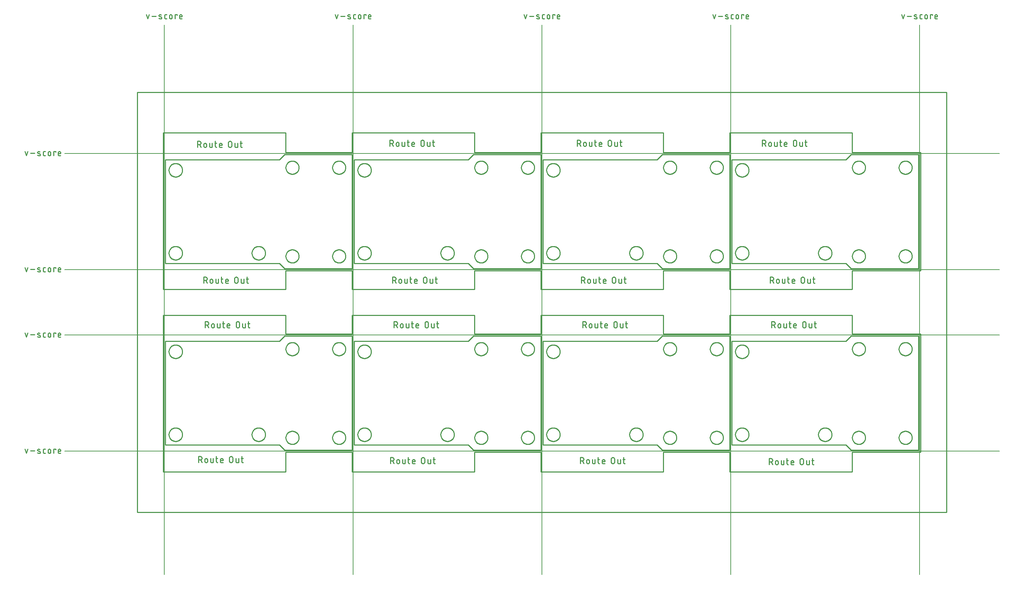
<source format=gko>
G04 EAGLE Gerber RS-274X export*
G75*
%MOMM*%
%FSLAX34Y34*%
%LPD*%
%IN*%
%IPPOS*%
%AMOC8*
5,1,8,0,0,1.08239X$1,22.5*%
G01*
%ADD10C,0.203200*%
%ADD11C,0.279400*%
%ADD12C,0.000000*%
%ADD13C,0.254000*%


D10*
X457200Y-76200D02*
X292100Y-76200D01*
X279400Y-63500D01*
X0Y-63500D01*
X0Y190500D01*
X279400Y190500D01*
X292100Y203200D01*
X457200Y203200D01*
X457200Y-76200D01*
D11*
X81394Y-91567D02*
X81394Y-106553D01*
X81394Y-91567D02*
X85557Y-91567D01*
X85685Y-91569D01*
X85813Y-91575D01*
X85941Y-91585D01*
X86069Y-91599D01*
X86196Y-91616D01*
X86322Y-91638D01*
X86448Y-91663D01*
X86572Y-91693D01*
X86696Y-91726D01*
X86819Y-91763D01*
X86941Y-91804D01*
X87061Y-91848D01*
X87180Y-91896D01*
X87297Y-91948D01*
X87413Y-92003D01*
X87526Y-92062D01*
X87639Y-92125D01*
X87749Y-92191D01*
X87856Y-92260D01*
X87962Y-92332D01*
X88066Y-92408D01*
X88167Y-92487D01*
X88266Y-92569D01*
X88362Y-92654D01*
X88455Y-92741D01*
X88546Y-92832D01*
X88633Y-92925D01*
X88718Y-93021D01*
X88800Y-93120D01*
X88879Y-93221D01*
X88955Y-93325D01*
X89027Y-93431D01*
X89096Y-93538D01*
X89162Y-93649D01*
X89225Y-93761D01*
X89284Y-93874D01*
X89339Y-93990D01*
X89391Y-94107D01*
X89439Y-94226D01*
X89483Y-94346D01*
X89524Y-94468D01*
X89561Y-94591D01*
X89594Y-94715D01*
X89624Y-94839D01*
X89649Y-94965D01*
X89671Y-95091D01*
X89688Y-95218D01*
X89702Y-95346D01*
X89712Y-95474D01*
X89718Y-95602D01*
X89720Y-95730D01*
X89718Y-95858D01*
X89712Y-95986D01*
X89702Y-96114D01*
X89688Y-96242D01*
X89671Y-96369D01*
X89649Y-96495D01*
X89624Y-96621D01*
X89594Y-96745D01*
X89561Y-96869D01*
X89524Y-96992D01*
X89483Y-97114D01*
X89439Y-97234D01*
X89391Y-97353D01*
X89339Y-97470D01*
X89284Y-97586D01*
X89225Y-97699D01*
X89162Y-97812D01*
X89096Y-97922D01*
X89027Y-98029D01*
X88955Y-98135D01*
X88879Y-98239D01*
X88800Y-98340D01*
X88718Y-98439D01*
X88633Y-98535D01*
X88546Y-98628D01*
X88455Y-98719D01*
X88362Y-98806D01*
X88266Y-98891D01*
X88167Y-98973D01*
X88066Y-99052D01*
X87962Y-99128D01*
X87856Y-99200D01*
X87749Y-99269D01*
X87639Y-99335D01*
X87526Y-99398D01*
X87413Y-99457D01*
X87297Y-99512D01*
X87180Y-99564D01*
X87061Y-99612D01*
X86941Y-99656D01*
X86819Y-99697D01*
X86696Y-99734D01*
X86572Y-99767D01*
X86448Y-99797D01*
X86322Y-99822D01*
X86196Y-99844D01*
X86069Y-99861D01*
X85941Y-99875D01*
X85813Y-99885D01*
X85685Y-99891D01*
X85557Y-99893D01*
X81394Y-99893D01*
X86389Y-99893D02*
X89719Y-106553D01*
X96678Y-103223D02*
X96678Y-99893D01*
X96680Y-99779D01*
X96686Y-99666D01*
X96695Y-99552D01*
X96709Y-99440D01*
X96726Y-99327D01*
X96748Y-99215D01*
X96773Y-99105D01*
X96801Y-98995D01*
X96834Y-98886D01*
X96870Y-98778D01*
X96910Y-98671D01*
X96954Y-98566D01*
X97001Y-98463D01*
X97051Y-98361D01*
X97105Y-98261D01*
X97163Y-98163D01*
X97224Y-98067D01*
X97287Y-97973D01*
X97355Y-97881D01*
X97425Y-97791D01*
X97498Y-97705D01*
X97574Y-97620D01*
X97653Y-97538D01*
X97735Y-97459D01*
X97820Y-97383D01*
X97906Y-97310D01*
X97996Y-97240D01*
X98088Y-97172D01*
X98182Y-97109D01*
X98278Y-97048D01*
X98376Y-96990D01*
X98476Y-96936D01*
X98578Y-96886D01*
X98681Y-96839D01*
X98786Y-96795D01*
X98893Y-96755D01*
X99001Y-96719D01*
X99110Y-96686D01*
X99220Y-96658D01*
X99330Y-96633D01*
X99442Y-96611D01*
X99555Y-96594D01*
X99667Y-96580D01*
X99781Y-96571D01*
X99894Y-96565D01*
X100008Y-96563D01*
X100122Y-96565D01*
X100235Y-96571D01*
X100349Y-96580D01*
X100461Y-96594D01*
X100574Y-96611D01*
X100686Y-96633D01*
X100796Y-96658D01*
X100906Y-96686D01*
X101015Y-96719D01*
X101123Y-96755D01*
X101230Y-96795D01*
X101335Y-96839D01*
X101438Y-96886D01*
X101540Y-96936D01*
X101640Y-96990D01*
X101738Y-97048D01*
X101834Y-97109D01*
X101928Y-97172D01*
X102020Y-97240D01*
X102110Y-97310D01*
X102196Y-97383D01*
X102281Y-97459D01*
X102363Y-97538D01*
X102442Y-97620D01*
X102518Y-97705D01*
X102591Y-97791D01*
X102661Y-97881D01*
X102729Y-97973D01*
X102792Y-98067D01*
X102853Y-98163D01*
X102911Y-98261D01*
X102965Y-98361D01*
X103015Y-98463D01*
X103062Y-98566D01*
X103106Y-98671D01*
X103146Y-98778D01*
X103182Y-98886D01*
X103215Y-98995D01*
X103243Y-99105D01*
X103268Y-99215D01*
X103290Y-99327D01*
X103307Y-99440D01*
X103321Y-99552D01*
X103330Y-99666D01*
X103336Y-99779D01*
X103338Y-99893D01*
X103338Y-103223D01*
X103336Y-103337D01*
X103330Y-103450D01*
X103321Y-103564D01*
X103307Y-103676D01*
X103290Y-103789D01*
X103268Y-103901D01*
X103243Y-104011D01*
X103215Y-104121D01*
X103182Y-104230D01*
X103146Y-104338D01*
X103106Y-104445D01*
X103062Y-104550D01*
X103015Y-104653D01*
X102965Y-104755D01*
X102911Y-104855D01*
X102853Y-104953D01*
X102792Y-105049D01*
X102729Y-105143D01*
X102661Y-105235D01*
X102591Y-105325D01*
X102518Y-105411D01*
X102442Y-105496D01*
X102363Y-105578D01*
X102281Y-105657D01*
X102196Y-105733D01*
X102110Y-105806D01*
X102020Y-105876D01*
X101928Y-105944D01*
X101834Y-106007D01*
X101738Y-106068D01*
X101640Y-106126D01*
X101540Y-106180D01*
X101438Y-106230D01*
X101335Y-106277D01*
X101230Y-106321D01*
X101123Y-106361D01*
X101015Y-106397D01*
X100906Y-106430D01*
X100796Y-106458D01*
X100686Y-106483D01*
X100574Y-106505D01*
X100461Y-106522D01*
X100349Y-106536D01*
X100235Y-106545D01*
X100122Y-106551D01*
X100008Y-106553D01*
X99894Y-106551D01*
X99781Y-106545D01*
X99667Y-106536D01*
X99555Y-106522D01*
X99442Y-106505D01*
X99330Y-106483D01*
X99220Y-106458D01*
X99110Y-106430D01*
X99001Y-106397D01*
X98893Y-106361D01*
X98786Y-106321D01*
X98681Y-106277D01*
X98578Y-106230D01*
X98476Y-106180D01*
X98376Y-106126D01*
X98278Y-106068D01*
X98182Y-106007D01*
X98088Y-105944D01*
X97996Y-105876D01*
X97906Y-105806D01*
X97820Y-105733D01*
X97735Y-105657D01*
X97653Y-105578D01*
X97574Y-105496D01*
X97498Y-105411D01*
X97425Y-105325D01*
X97355Y-105235D01*
X97287Y-105143D01*
X97224Y-105049D01*
X97163Y-104953D01*
X97105Y-104855D01*
X97051Y-104755D01*
X97001Y-104653D01*
X96954Y-104550D01*
X96910Y-104445D01*
X96870Y-104338D01*
X96834Y-104230D01*
X96801Y-104121D01*
X96773Y-104011D01*
X96748Y-103901D01*
X96726Y-103789D01*
X96709Y-103676D01*
X96695Y-103564D01*
X96686Y-103450D01*
X96680Y-103337D01*
X96678Y-103223D01*
X110746Y-104055D02*
X110746Y-96562D01*
X110745Y-104055D02*
X110747Y-104153D01*
X110753Y-104251D01*
X110762Y-104349D01*
X110776Y-104446D01*
X110793Y-104542D01*
X110814Y-104638D01*
X110839Y-104733D01*
X110867Y-104827D01*
X110899Y-104920D01*
X110935Y-105011D01*
X110974Y-105101D01*
X111017Y-105189D01*
X111064Y-105276D01*
X111113Y-105360D01*
X111166Y-105443D01*
X111222Y-105523D01*
X111281Y-105602D01*
X111344Y-105677D01*
X111409Y-105751D01*
X111477Y-105821D01*
X111547Y-105889D01*
X111621Y-105955D01*
X111697Y-106017D01*
X111775Y-106076D01*
X111855Y-106132D01*
X111938Y-106185D01*
X112022Y-106235D01*
X112109Y-106281D01*
X112197Y-106324D01*
X112287Y-106363D01*
X112378Y-106399D01*
X112471Y-106431D01*
X112565Y-106459D01*
X112660Y-106484D01*
X112756Y-106505D01*
X112852Y-106522D01*
X112949Y-106536D01*
X113047Y-106545D01*
X113145Y-106551D01*
X113243Y-106553D01*
X117406Y-106553D01*
X117406Y-96562D01*
X123387Y-96562D02*
X128382Y-96562D01*
X125052Y-91567D02*
X125052Y-104055D01*
X125054Y-104153D01*
X125060Y-104251D01*
X125069Y-104349D01*
X125083Y-104446D01*
X125100Y-104542D01*
X125121Y-104638D01*
X125146Y-104733D01*
X125174Y-104827D01*
X125206Y-104920D01*
X125242Y-105011D01*
X125281Y-105101D01*
X125324Y-105189D01*
X125371Y-105276D01*
X125420Y-105360D01*
X125473Y-105443D01*
X125529Y-105523D01*
X125588Y-105602D01*
X125651Y-105677D01*
X125716Y-105751D01*
X125784Y-105821D01*
X125854Y-105889D01*
X125928Y-105955D01*
X126004Y-106017D01*
X126082Y-106076D01*
X126162Y-106132D01*
X126245Y-106185D01*
X126329Y-106235D01*
X126416Y-106281D01*
X126504Y-106324D01*
X126594Y-106363D01*
X126685Y-106399D01*
X126778Y-106431D01*
X126872Y-106459D01*
X126967Y-106484D01*
X127063Y-106505D01*
X127159Y-106522D01*
X127256Y-106536D01*
X127354Y-106545D01*
X127452Y-106551D01*
X127550Y-106553D01*
X128382Y-106553D01*
X137211Y-106553D02*
X141374Y-106553D01*
X137211Y-106553D02*
X137113Y-106551D01*
X137015Y-106545D01*
X136917Y-106536D01*
X136820Y-106522D01*
X136724Y-106505D01*
X136628Y-106484D01*
X136533Y-106459D01*
X136439Y-106431D01*
X136346Y-106399D01*
X136255Y-106363D01*
X136165Y-106324D01*
X136077Y-106281D01*
X135990Y-106234D01*
X135906Y-106185D01*
X135823Y-106132D01*
X135743Y-106076D01*
X135665Y-106017D01*
X135589Y-105955D01*
X135515Y-105889D01*
X135445Y-105821D01*
X135377Y-105751D01*
X135312Y-105677D01*
X135249Y-105602D01*
X135190Y-105523D01*
X135134Y-105443D01*
X135081Y-105360D01*
X135032Y-105276D01*
X134985Y-105189D01*
X134942Y-105101D01*
X134903Y-105011D01*
X134867Y-104920D01*
X134835Y-104827D01*
X134807Y-104733D01*
X134782Y-104638D01*
X134761Y-104542D01*
X134744Y-104446D01*
X134730Y-104349D01*
X134721Y-104251D01*
X134715Y-104153D01*
X134713Y-104055D01*
X134714Y-104055D02*
X134714Y-99893D01*
X134716Y-99779D01*
X134722Y-99666D01*
X134731Y-99552D01*
X134745Y-99440D01*
X134762Y-99327D01*
X134784Y-99215D01*
X134809Y-99105D01*
X134837Y-98995D01*
X134870Y-98886D01*
X134906Y-98778D01*
X134946Y-98671D01*
X134990Y-98566D01*
X135037Y-98463D01*
X135087Y-98361D01*
X135141Y-98261D01*
X135199Y-98163D01*
X135260Y-98067D01*
X135323Y-97973D01*
X135391Y-97881D01*
X135461Y-97791D01*
X135534Y-97705D01*
X135610Y-97620D01*
X135689Y-97538D01*
X135771Y-97459D01*
X135856Y-97383D01*
X135942Y-97310D01*
X136032Y-97240D01*
X136124Y-97172D01*
X136218Y-97109D01*
X136314Y-97048D01*
X136412Y-96990D01*
X136512Y-96936D01*
X136614Y-96886D01*
X136717Y-96839D01*
X136822Y-96795D01*
X136929Y-96755D01*
X137037Y-96719D01*
X137146Y-96686D01*
X137256Y-96658D01*
X137366Y-96633D01*
X137478Y-96611D01*
X137591Y-96594D01*
X137703Y-96580D01*
X137817Y-96571D01*
X137930Y-96565D01*
X138044Y-96563D01*
X138158Y-96565D01*
X138271Y-96571D01*
X138385Y-96580D01*
X138497Y-96594D01*
X138610Y-96611D01*
X138722Y-96633D01*
X138832Y-96658D01*
X138942Y-96686D01*
X139051Y-96719D01*
X139159Y-96755D01*
X139266Y-96795D01*
X139371Y-96839D01*
X139474Y-96886D01*
X139576Y-96936D01*
X139676Y-96990D01*
X139774Y-97048D01*
X139870Y-97109D01*
X139964Y-97172D01*
X140056Y-97240D01*
X140146Y-97310D01*
X140232Y-97383D01*
X140317Y-97459D01*
X140399Y-97538D01*
X140478Y-97620D01*
X140554Y-97705D01*
X140627Y-97791D01*
X140697Y-97881D01*
X140765Y-97973D01*
X140828Y-98067D01*
X140889Y-98163D01*
X140947Y-98261D01*
X141001Y-98361D01*
X141051Y-98463D01*
X141098Y-98566D01*
X141142Y-98671D01*
X141182Y-98778D01*
X141218Y-98886D01*
X141251Y-98995D01*
X141279Y-99105D01*
X141304Y-99215D01*
X141326Y-99327D01*
X141343Y-99440D01*
X141357Y-99552D01*
X141366Y-99666D01*
X141372Y-99779D01*
X141374Y-99893D01*
X141374Y-101558D01*
X134714Y-101558D01*
X156807Y-102390D02*
X156807Y-95730D01*
X156809Y-95602D01*
X156815Y-95474D01*
X156825Y-95346D01*
X156839Y-95218D01*
X156856Y-95091D01*
X156878Y-94965D01*
X156903Y-94839D01*
X156933Y-94715D01*
X156966Y-94591D01*
X157003Y-94468D01*
X157044Y-94346D01*
X157088Y-94226D01*
X157136Y-94107D01*
X157188Y-93990D01*
X157243Y-93874D01*
X157302Y-93761D01*
X157365Y-93648D01*
X157431Y-93538D01*
X157500Y-93431D01*
X157572Y-93325D01*
X157648Y-93221D01*
X157727Y-93120D01*
X157809Y-93021D01*
X157894Y-92925D01*
X157981Y-92832D01*
X158072Y-92741D01*
X158165Y-92654D01*
X158261Y-92569D01*
X158360Y-92487D01*
X158461Y-92408D01*
X158565Y-92332D01*
X158671Y-92260D01*
X158778Y-92191D01*
X158889Y-92125D01*
X159001Y-92062D01*
X159114Y-92003D01*
X159230Y-91948D01*
X159347Y-91896D01*
X159466Y-91848D01*
X159586Y-91804D01*
X159708Y-91763D01*
X159831Y-91726D01*
X159955Y-91693D01*
X160079Y-91663D01*
X160205Y-91638D01*
X160331Y-91616D01*
X160458Y-91599D01*
X160586Y-91585D01*
X160714Y-91575D01*
X160842Y-91569D01*
X160970Y-91567D01*
X161098Y-91569D01*
X161226Y-91575D01*
X161354Y-91585D01*
X161482Y-91599D01*
X161609Y-91616D01*
X161735Y-91638D01*
X161861Y-91663D01*
X161985Y-91693D01*
X162109Y-91726D01*
X162232Y-91763D01*
X162354Y-91804D01*
X162474Y-91848D01*
X162593Y-91896D01*
X162710Y-91948D01*
X162826Y-92003D01*
X162939Y-92062D01*
X163052Y-92125D01*
X163162Y-92191D01*
X163269Y-92260D01*
X163375Y-92332D01*
X163479Y-92408D01*
X163580Y-92487D01*
X163679Y-92569D01*
X163775Y-92654D01*
X163868Y-92741D01*
X163959Y-92832D01*
X164046Y-92925D01*
X164131Y-93021D01*
X164213Y-93120D01*
X164292Y-93221D01*
X164368Y-93325D01*
X164440Y-93431D01*
X164509Y-93538D01*
X164575Y-93649D01*
X164638Y-93761D01*
X164697Y-93874D01*
X164752Y-93990D01*
X164804Y-94107D01*
X164852Y-94226D01*
X164896Y-94346D01*
X164937Y-94468D01*
X164974Y-94591D01*
X165007Y-94715D01*
X165037Y-94839D01*
X165062Y-94965D01*
X165084Y-95091D01*
X165101Y-95218D01*
X165115Y-95346D01*
X165125Y-95474D01*
X165131Y-95602D01*
X165133Y-95730D01*
X165132Y-95730D02*
X165132Y-102390D01*
X165133Y-102390D02*
X165131Y-102518D01*
X165125Y-102646D01*
X165115Y-102774D01*
X165101Y-102902D01*
X165084Y-103029D01*
X165062Y-103155D01*
X165037Y-103281D01*
X165007Y-103405D01*
X164974Y-103529D01*
X164937Y-103652D01*
X164896Y-103774D01*
X164852Y-103894D01*
X164804Y-104013D01*
X164752Y-104130D01*
X164697Y-104246D01*
X164638Y-104359D01*
X164575Y-104472D01*
X164509Y-104582D01*
X164440Y-104689D01*
X164368Y-104795D01*
X164292Y-104899D01*
X164213Y-105000D01*
X164131Y-105099D01*
X164046Y-105195D01*
X163959Y-105288D01*
X163868Y-105379D01*
X163775Y-105466D01*
X163679Y-105551D01*
X163580Y-105633D01*
X163479Y-105712D01*
X163375Y-105788D01*
X163269Y-105860D01*
X163162Y-105929D01*
X163051Y-105995D01*
X162939Y-106058D01*
X162826Y-106117D01*
X162710Y-106172D01*
X162593Y-106224D01*
X162474Y-106272D01*
X162354Y-106316D01*
X162232Y-106357D01*
X162109Y-106394D01*
X161985Y-106427D01*
X161861Y-106457D01*
X161735Y-106482D01*
X161609Y-106504D01*
X161482Y-106521D01*
X161354Y-106535D01*
X161226Y-106545D01*
X161098Y-106551D01*
X160970Y-106553D01*
X160842Y-106551D01*
X160714Y-106545D01*
X160586Y-106535D01*
X160458Y-106521D01*
X160331Y-106504D01*
X160205Y-106482D01*
X160079Y-106457D01*
X159955Y-106427D01*
X159831Y-106394D01*
X159708Y-106357D01*
X159586Y-106316D01*
X159466Y-106272D01*
X159347Y-106224D01*
X159230Y-106172D01*
X159114Y-106117D01*
X159001Y-106058D01*
X158889Y-105995D01*
X158778Y-105929D01*
X158671Y-105860D01*
X158565Y-105788D01*
X158461Y-105712D01*
X158360Y-105633D01*
X158261Y-105551D01*
X158165Y-105466D01*
X158072Y-105379D01*
X157981Y-105288D01*
X157894Y-105195D01*
X157809Y-105099D01*
X157727Y-105000D01*
X157648Y-104899D01*
X157572Y-104795D01*
X157500Y-104689D01*
X157431Y-104582D01*
X157365Y-104472D01*
X157302Y-104359D01*
X157243Y-104246D01*
X157188Y-104130D01*
X157136Y-104013D01*
X157088Y-103894D01*
X157044Y-103774D01*
X157003Y-103652D01*
X156966Y-103529D01*
X156933Y-103405D01*
X156903Y-103281D01*
X156878Y-103155D01*
X156856Y-103029D01*
X156839Y-102902D01*
X156825Y-102774D01*
X156815Y-102646D01*
X156809Y-102518D01*
X156807Y-102390D01*
X172749Y-104055D02*
X172749Y-96562D01*
X172749Y-104055D02*
X172751Y-104153D01*
X172757Y-104251D01*
X172766Y-104349D01*
X172780Y-104446D01*
X172797Y-104542D01*
X172818Y-104638D01*
X172843Y-104733D01*
X172871Y-104827D01*
X172903Y-104920D01*
X172939Y-105011D01*
X172978Y-105101D01*
X173021Y-105189D01*
X173068Y-105276D01*
X173117Y-105360D01*
X173170Y-105443D01*
X173226Y-105523D01*
X173285Y-105602D01*
X173348Y-105677D01*
X173413Y-105751D01*
X173481Y-105821D01*
X173551Y-105889D01*
X173625Y-105955D01*
X173701Y-106017D01*
X173779Y-106076D01*
X173859Y-106132D01*
X173942Y-106185D01*
X174026Y-106235D01*
X174113Y-106281D01*
X174201Y-106324D01*
X174291Y-106363D01*
X174382Y-106399D01*
X174475Y-106431D01*
X174569Y-106459D01*
X174664Y-106484D01*
X174760Y-106505D01*
X174856Y-106522D01*
X174953Y-106536D01*
X175051Y-106545D01*
X175149Y-106551D01*
X175247Y-106553D01*
X179410Y-106553D01*
X179410Y-96562D01*
X185391Y-96562D02*
X190386Y-96562D01*
X187056Y-91567D02*
X187056Y-104055D01*
X187055Y-104055D02*
X187057Y-104153D01*
X187063Y-104251D01*
X187072Y-104349D01*
X187086Y-104446D01*
X187103Y-104542D01*
X187124Y-104638D01*
X187149Y-104733D01*
X187177Y-104827D01*
X187209Y-104920D01*
X187245Y-105011D01*
X187284Y-105101D01*
X187327Y-105189D01*
X187374Y-105276D01*
X187423Y-105360D01*
X187476Y-105443D01*
X187532Y-105523D01*
X187591Y-105602D01*
X187654Y-105677D01*
X187719Y-105751D01*
X187787Y-105821D01*
X187857Y-105889D01*
X187931Y-105955D01*
X188007Y-106017D01*
X188085Y-106076D01*
X188165Y-106132D01*
X188248Y-106185D01*
X188332Y-106235D01*
X188419Y-106281D01*
X188507Y-106324D01*
X188597Y-106363D01*
X188688Y-106399D01*
X188781Y-106431D01*
X188875Y-106459D01*
X188970Y-106484D01*
X189066Y-106505D01*
X189162Y-106522D01*
X189259Y-106536D01*
X189357Y-106545D01*
X189455Y-106551D01*
X189553Y-106553D01*
X189554Y-106553D02*
X190386Y-106553D01*
D10*
X754380Y-76200D02*
X919480Y-76200D01*
X754380Y-76200D02*
X741680Y-63500D01*
X462280Y-63500D01*
X462280Y190500D01*
X741680Y190500D01*
X754380Y203200D01*
X919480Y203200D01*
X919480Y-76200D01*
D11*
X551294Y-94107D02*
X551294Y-109093D01*
X551294Y-94107D02*
X555457Y-94107D01*
X555585Y-94109D01*
X555713Y-94115D01*
X555841Y-94125D01*
X555969Y-94139D01*
X556096Y-94156D01*
X556222Y-94178D01*
X556348Y-94203D01*
X556472Y-94233D01*
X556596Y-94266D01*
X556719Y-94303D01*
X556841Y-94344D01*
X556961Y-94388D01*
X557080Y-94436D01*
X557197Y-94488D01*
X557313Y-94543D01*
X557426Y-94602D01*
X557539Y-94665D01*
X557649Y-94731D01*
X557756Y-94800D01*
X557862Y-94872D01*
X557966Y-94948D01*
X558067Y-95027D01*
X558166Y-95109D01*
X558262Y-95194D01*
X558355Y-95281D01*
X558446Y-95372D01*
X558533Y-95465D01*
X558618Y-95561D01*
X558700Y-95660D01*
X558779Y-95761D01*
X558855Y-95865D01*
X558927Y-95971D01*
X558996Y-96078D01*
X559062Y-96189D01*
X559125Y-96301D01*
X559184Y-96414D01*
X559239Y-96530D01*
X559291Y-96647D01*
X559339Y-96766D01*
X559383Y-96886D01*
X559424Y-97008D01*
X559461Y-97131D01*
X559494Y-97255D01*
X559524Y-97379D01*
X559549Y-97505D01*
X559571Y-97631D01*
X559588Y-97758D01*
X559602Y-97886D01*
X559612Y-98014D01*
X559618Y-98142D01*
X559620Y-98270D01*
X559618Y-98398D01*
X559612Y-98526D01*
X559602Y-98654D01*
X559588Y-98782D01*
X559571Y-98909D01*
X559549Y-99035D01*
X559524Y-99161D01*
X559494Y-99285D01*
X559461Y-99409D01*
X559424Y-99532D01*
X559383Y-99654D01*
X559339Y-99774D01*
X559291Y-99893D01*
X559239Y-100010D01*
X559184Y-100126D01*
X559125Y-100239D01*
X559062Y-100352D01*
X558996Y-100462D01*
X558927Y-100569D01*
X558855Y-100675D01*
X558779Y-100779D01*
X558700Y-100880D01*
X558618Y-100979D01*
X558533Y-101075D01*
X558446Y-101168D01*
X558355Y-101259D01*
X558262Y-101346D01*
X558166Y-101431D01*
X558067Y-101513D01*
X557966Y-101592D01*
X557862Y-101668D01*
X557756Y-101740D01*
X557649Y-101809D01*
X557539Y-101875D01*
X557426Y-101938D01*
X557313Y-101997D01*
X557197Y-102052D01*
X557080Y-102104D01*
X556961Y-102152D01*
X556841Y-102196D01*
X556719Y-102237D01*
X556596Y-102274D01*
X556472Y-102307D01*
X556348Y-102337D01*
X556222Y-102362D01*
X556096Y-102384D01*
X555969Y-102401D01*
X555841Y-102415D01*
X555713Y-102425D01*
X555585Y-102431D01*
X555457Y-102433D01*
X551294Y-102433D01*
X556289Y-102433D02*
X559619Y-109093D01*
X566578Y-105763D02*
X566578Y-102433D01*
X566580Y-102319D01*
X566586Y-102206D01*
X566595Y-102092D01*
X566609Y-101980D01*
X566626Y-101867D01*
X566648Y-101755D01*
X566673Y-101645D01*
X566701Y-101535D01*
X566734Y-101426D01*
X566770Y-101318D01*
X566810Y-101211D01*
X566854Y-101106D01*
X566901Y-101003D01*
X566951Y-100901D01*
X567005Y-100801D01*
X567063Y-100703D01*
X567124Y-100607D01*
X567187Y-100513D01*
X567255Y-100421D01*
X567325Y-100331D01*
X567398Y-100245D01*
X567474Y-100160D01*
X567553Y-100078D01*
X567635Y-99999D01*
X567720Y-99923D01*
X567806Y-99850D01*
X567896Y-99780D01*
X567988Y-99712D01*
X568082Y-99649D01*
X568178Y-99588D01*
X568276Y-99530D01*
X568376Y-99476D01*
X568478Y-99426D01*
X568581Y-99379D01*
X568686Y-99335D01*
X568793Y-99295D01*
X568901Y-99259D01*
X569010Y-99226D01*
X569120Y-99198D01*
X569230Y-99173D01*
X569342Y-99151D01*
X569455Y-99134D01*
X569567Y-99120D01*
X569681Y-99111D01*
X569794Y-99105D01*
X569908Y-99103D01*
X570022Y-99105D01*
X570135Y-99111D01*
X570249Y-99120D01*
X570361Y-99134D01*
X570474Y-99151D01*
X570586Y-99173D01*
X570696Y-99198D01*
X570806Y-99226D01*
X570915Y-99259D01*
X571023Y-99295D01*
X571130Y-99335D01*
X571235Y-99379D01*
X571338Y-99426D01*
X571440Y-99476D01*
X571540Y-99530D01*
X571638Y-99588D01*
X571734Y-99649D01*
X571828Y-99712D01*
X571920Y-99780D01*
X572010Y-99850D01*
X572096Y-99923D01*
X572181Y-99999D01*
X572263Y-100078D01*
X572342Y-100160D01*
X572418Y-100245D01*
X572491Y-100331D01*
X572561Y-100421D01*
X572629Y-100513D01*
X572692Y-100607D01*
X572753Y-100703D01*
X572811Y-100801D01*
X572865Y-100901D01*
X572915Y-101003D01*
X572962Y-101106D01*
X573006Y-101211D01*
X573046Y-101318D01*
X573082Y-101426D01*
X573115Y-101535D01*
X573143Y-101645D01*
X573168Y-101755D01*
X573190Y-101867D01*
X573207Y-101980D01*
X573221Y-102092D01*
X573230Y-102206D01*
X573236Y-102319D01*
X573238Y-102433D01*
X573238Y-105763D01*
X573236Y-105877D01*
X573230Y-105990D01*
X573221Y-106104D01*
X573207Y-106216D01*
X573190Y-106329D01*
X573168Y-106441D01*
X573143Y-106551D01*
X573115Y-106661D01*
X573082Y-106770D01*
X573046Y-106878D01*
X573006Y-106985D01*
X572962Y-107090D01*
X572915Y-107193D01*
X572865Y-107295D01*
X572811Y-107395D01*
X572753Y-107493D01*
X572692Y-107589D01*
X572629Y-107683D01*
X572561Y-107775D01*
X572491Y-107865D01*
X572418Y-107951D01*
X572342Y-108036D01*
X572263Y-108118D01*
X572181Y-108197D01*
X572096Y-108273D01*
X572010Y-108346D01*
X571920Y-108416D01*
X571828Y-108484D01*
X571734Y-108547D01*
X571638Y-108608D01*
X571540Y-108666D01*
X571440Y-108720D01*
X571338Y-108770D01*
X571235Y-108817D01*
X571130Y-108861D01*
X571023Y-108901D01*
X570915Y-108937D01*
X570806Y-108970D01*
X570696Y-108998D01*
X570586Y-109023D01*
X570474Y-109045D01*
X570361Y-109062D01*
X570249Y-109076D01*
X570135Y-109085D01*
X570022Y-109091D01*
X569908Y-109093D01*
X569794Y-109091D01*
X569681Y-109085D01*
X569567Y-109076D01*
X569455Y-109062D01*
X569342Y-109045D01*
X569230Y-109023D01*
X569120Y-108998D01*
X569010Y-108970D01*
X568901Y-108937D01*
X568793Y-108901D01*
X568686Y-108861D01*
X568581Y-108817D01*
X568478Y-108770D01*
X568376Y-108720D01*
X568276Y-108666D01*
X568178Y-108608D01*
X568082Y-108547D01*
X567988Y-108484D01*
X567896Y-108416D01*
X567806Y-108346D01*
X567720Y-108273D01*
X567635Y-108197D01*
X567553Y-108118D01*
X567474Y-108036D01*
X567398Y-107951D01*
X567325Y-107865D01*
X567255Y-107775D01*
X567187Y-107683D01*
X567124Y-107589D01*
X567063Y-107493D01*
X567005Y-107395D01*
X566951Y-107295D01*
X566901Y-107193D01*
X566854Y-107090D01*
X566810Y-106985D01*
X566770Y-106878D01*
X566734Y-106770D01*
X566701Y-106661D01*
X566673Y-106551D01*
X566648Y-106441D01*
X566626Y-106329D01*
X566609Y-106216D01*
X566595Y-106104D01*
X566586Y-105990D01*
X566580Y-105877D01*
X566578Y-105763D01*
X580646Y-106595D02*
X580646Y-99102D01*
X580645Y-106595D02*
X580647Y-106693D01*
X580653Y-106791D01*
X580662Y-106889D01*
X580676Y-106986D01*
X580693Y-107082D01*
X580714Y-107178D01*
X580739Y-107273D01*
X580767Y-107367D01*
X580799Y-107460D01*
X580835Y-107551D01*
X580874Y-107641D01*
X580917Y-107729D01*
X580964Y-107816D01*
X581013Y-107900D01*
X581066Y-107983D01*
X581122Y-108063D01*
X581181Y-108142D01*
X581244Y-108217D01*
X581309Y-108291D01*
X581377Y-108361D01*
X581447Y-108429D01*
X581521Y-108495D01*
X581597Y-108557D01*
X581675Y-108616D01*
X581755Y-108672D01*
X581838Y-108725D01*
X581922Y-108775D01*
X582009Y-108821D01*
X582097Y-108864D01*
X582187Y-108903D01*
X582278Y-108939D01*
X582371Y-108971D01*
X582465Y-108999D01*
X582560Y-109024D01*
X582656Y-109045D01*
X582752Y-109062D01*
X582849Y-109076D01*
X582947Y-109085D01*
X583045Y-109091D01*
X583143Y-109093D01*
X587306Y-109093D01*
X587306Y-99102D01*
X593287Y-99102D02*
X598282Y-99102D01*
X594952Y-94107D02*
X594952Y-106595D01*
X594954Y-106693D01*
X594960Y-106791D01*
X594969Y-106889D01*
X594983Y-106986D01*
X595000Y-107082D01*
X595021Y-107178D01*
X595046Y-107273D01*
X595074Y-107367D01*
X595106Y-107460D01*
X595142Y-107551D01*
X595181Y-107641D01*
X595224Y-107729D01*
X595271Y-107816D01*
X595320Y-107900D01*
X595373Y-107983D01*
X595429Y-108063D01*
X595488Y-108142D01*
X595551Y-108217D01*
X595616Y-108291D01*
X595684Y-108361D01*
X595754Y-108429D01*
X595828Y-108495D01*
X595904Y-108557D01*
X595982Y-108616D01*
X596062Y-108672D01*
X596145Y-108725D01*
X596229Y-108775D01*
X596316Y-108821D01*
X596404Y-108864D01*
X596494Y-108903D01*
X596585Y-108939D01*
X596678Y-108971D01*
X596772Y-108999D01*
X596867Y-109024D01*
X596963Y-109045D01*
X597059Y-109062D01*
X597156Y-109076D01*
X597254Y-109085D01*
X597352Y-109091D01*
X597450Y-109093D01*
X598282Y-109093D01*
X607111Y-109093D02*
X611274Y-109093D01*
X607111Y-109093D02*
X607013Y-109091D01*
X606915Y-109085D01*
X606817Y-109076D01*
X606720Y-109062D01*
X606624Y-109045D01*
X606528Y-109024D01*
X606433Y-108999D01*
X606339Y-108971D01*
X606246Y-108939D01*
X606155Y-108903D01*
X606065Y-108864D01*
X605977Y-108821D01*
X605890Y-108774D01*
X605806Y-108725D01*
X605723Y-108672D01*
X605643Y-108616D01*
X605565Y-108557D01*
X605489Y-108495D01*
X605415Y-108429D01*
X605345Y-108361D01*
X605277Y-108291D01*
X605212Y-108217D01*
X605149Y-108142D01*
X605090Y-108063D01*
X605034Y-107983D01*
X604981Y-107900D01*
X604932Y-107816D01*
X604885Y-107729D01*
X604842Y-107641D01*
X604803Y-107551D01*
X604767Y-107460D01*
X604735Y-107367D01*
X604707Y-107273D01*
X604682Y-107178D01*
X604661Y-107082D01*
X604644Y-106986D01*
X604630Y-106889D01*
X604621Y-106791D01*
X604615Y-106693D01*
X604613Y-106595D01*
X604614Y-106595D02*
X604614Y-102433D01*
X604616Y-102319D01*
X604622Y-102206D01*
X604631Y-102092D01*
X604645Y-101980D01*
X604662Y-101867D01*
X604684Y-101755D01*
X604709Y-101645D01*
X604737Y-101535D01*
X604770Y-101426D01*
X604806Y-101318D01*
X604846Y-101211D01*
X604890Y-101106D01*
X604937Y-101003D01*
X604987Y-100901D01*
X605041Y-100801D01*
X605099Y-100703D01*
X605160Y-100607D01*
X605223Y-100513D01*
X605291Y-100421D01*
X605361Y-100331D01*
X605434Y-100245D01*
X605510Y-100160D01*
X605589Y-100078D01*
X605671Y-99999D01*
X605756Y-99923D01*
X605842Y-99850D01*
X605932Y-99780D01*
X606024Y-99712D01*
X606118Y-99649D01*
X606214Y-99588D01*
X606312Y-99530D01*
X606412Y-99476D01*
X606514Y-99426D01*
X606617Y-99379D01*
X606722Y-99335D01*
X606829Y-99295D01*
X606937Y-99259D01*
X607046Y-99226D01*
X607156Y-99198D01*
X607266Y-99173D01*
X607378Y-99151D01*
X607491Y-99134D01*
X607603Y-99120D01*
X607717Y-99111D01*
X607830Y-99105D01*
X607944Y-99103D01*
X608058Y-99105D01*
X608171Y-99111D01*
X608285Y-99120D01*
X608397Y-99134D01*
X608510Y-99151D01*
X608622Y-99173D01*
X608732Y-99198D01*
X608842Y-99226D01*
X608951Y-99259D01*
X609059Y-99295D01*
X609166Y-99335D01*
X609271Y-99379D01*
X609374Y-99426D01*
X609476Y-99476D01*
X609576Y-99530D01*
X609674Y-99588D01*
X609770Y-99649D01*
X609864Y-99712D01*
X609956Y-99780D01*
X610046Y-99850D01*
X610132Y-99923D01*
X610217Y-99999D01*
X610299Y-100078D01*
X610378Y-100160D01*
X610454Y-100245D01*
X610527Y-100331D01*
X610597Y-100421D01*
X610665Y-100513D01*
X610728Y-100607D01*
X610789Y-100703D01*
X610847Y-100801D01*
X610901Y-100901D01*
X610951Y-101003D01*
X610998Y-101106D01*
X611042Y-101211D01*
X611082Y-101318D01*
X611118Y-101426D01*
X611151Y-101535D01*
X611179Y-101645D01*
X611204Y-101755D01*
X611226Y-101867D01*
X611243Y-101980D01*
X611257Y-102092D01*
X611266Y-102206D01*
X611272Y-102319D01*
X611274Y-102433D01*
X611274Y-104098D01*
X604614Y-104098D01*
X626707Y-104930D02*
X626707Y-98270D01*
X626709Y-98142D01*
X626715Y-98014D01*
X626725Y-97886D01*
X626739Y-97758D01*
X626756Y-97631D01*
X626778Y-97505D01*
X626803Y-97379D01*
X626833Y-97255D01*
X626866Y-97131D01*
X626903Y-97008D01*
X626944Y-96886D01*
X626988Y-96766D01*
X627036Y-96647D01*
X627088Y-96530D01*
X627143Y-96414D01*
X627202Y-96301D01*
X627265Y-96188D01*
X627331Y-96078D01*
X627400Y-95971D01*
X627472Y-95865D01*
X627548Y-95761D01*
X627627Y-95660D01*
X627709Y-95561D01*
X627794Y-95465D01*
X627881Y-95372D01*
X627972Y-95281D01*
X628065Y-95194D01*
X628161Y-95109D01*
X628260Y-95027D01*
X628361Y-94948D01*
X628465Y-94872D01*
X628571Y-94800D01*
X628678Y-94731D01*
X628789Y-94665D01*
X628901Y-94602D01*
X629014Y-94543D01*
X629130Y-94488D01*
X629247Y-94436D01*
X629366Y-94388D01*
X629486Y-94344D01*
X629608Y-94303D01*
X629731Y-94266D01*
X629855Y-94233D01*
X629979Y-94203D01*
X630105Y-94178D01*
X630231Y-94156D01*
X630358Y-94139D01*
X630486Y-94125D01*
X630614Y-94115D01*
X630742Y-94109D01*
X630870Y-94107D01*
X630998Y-94109D01*
X631126Y-94115D01*
X631254Y-94125D01*
X631382Y-94139D01*
X631509Y-94156D01*
X631635Y-94178D01*
X631761Y-94203D01*
X631885Y-94233D01*
X632009Y-94266D01*
X632132Y-94303D01*
X632254Y-94344D01*
X632374Y-94388D01*
X632493Y-94436D01*
X632610Y-94488D01*
X632726Y-94543D01*
X632839Y-94602D01*
X632952Y-94665D01*
X633062Y-94731D01*
X633169Y-94800D01*
X633275Y-94872D01*
X633379Y-94948D01*
X633480Y-95027D01*
X633579Y-95109D01*
X633675Y-95194D01*
X633768Y-95281D01*
X633859Y-95372D01*
X633946Y-95465D01*
X634031Y-95561D01*
X634113Y-95660D01*
X634192Y-95761D01*
X634268Y-95865D01*
X634340Y-95971D01*
X634409Y-96078D01*
X634475Y-96189D01*
X634538Y-96301D01*
X634597Y-96414D01*
X634652Y-96530D01*
X634704Y-96647D01*
X634752Y-96766D01*
X634796Y-96886D01*
X634837Y-97008D01*
X634874Y-97131D01*
X634907Y-97255D01*
X634937Y-97379D01*
X634962Y-97505D01*
X634984Y-97631D01*
X635001Y-97758D01*
X635015Y-97886D01*
X635025Y-98014D01*
X635031Y-98142D01*
X635033Y-98270D01*
X635032Y-98270D02*
X635032Y-104930D01*
X635033Y-104930D02*
X635031Y-105058D01*
X635025Y-105186D01*
X635015Y-105314D01*
X635001Y-105442D01*
X634984Y-105569D01*
X634962Y-105695D01*
X634937Y-105821D01*
X634907Y-105945D01*
X634874Y-106069D01*
X634837Y-106192D01*
X634796Y-106314D01*
X634752Y-106434D01*
X634704Y-106553D01*
X634652Y-106670D01*
X634597Y-106786D01*
X634538Y-106899D01*
X634475Y-107012D01*
X634409Y-107122D01*
X634340Y-107229D01*
X634268Y-107335D01*
X634192Y-107439D01*
X634113Y-107540D01*
X634031Y-107639D01*
X633946Y-107735D01*
X633859Y-107828D01*
X633768Y-107919D01*
X633675Y-108006D01*
X633579Y-108091D01*
X633480Y-108173D01*
X633379Y-108252D01*
X633275Y-108328D01*
X633169Y-108400D01*
X633062Y-108469D01*
X632952Y-108535D01*
X632839Y-108598D01*
X632726Y-108657D01*
X632610Y-108712D01*
X632493Y-108764D01*
X632374Y-108812D01*
X632254Y-108856D01*
X632132Y-108897D01*
X632009Y-108934D01*
X631885Y-108967D01*
X631761Y-108997D01*
X631635Y-109022D01*
X631509Y-109044D01*
X631382Y-109061D01*
X631254Y-109075D01*
X631126Y-109085D01*
X630998Y-109091D01*
X630870Y-109093D01*
X630742Y-109091D01*
X630614Y-109085D01*
X630486Y-109075D01*
X630358Y-109061D01*
X630231Y-109044D01*
X630105Y-109022D01*
X629979Y-108997D01*
X629855Y-108967D01*
X629731Y-108934D01*
X629608Y-108897D01*
X629486Y-108856D01*
X629366Y-108812D01*
X629247Y-108764D01*
X629130Y-108712D01*
X629014Y-108657D01*
X628901Y-108598D01*
X628789Y-108535D01*
X628678Y-108469D01*
X628571Y-108400D01*
X628465Y-108328D01*
X628361Y-108252D01*
X628260Y-108173D01*
X628161Y-108091D01*
X628065Y-108006D01*
X627972Y-107919D01*
X627881Y-107828D01*
X627794Y-107735D01*
X627709Y-107639D01*
X627627Y-107540D01*
X627548Y-107439D01*
X627472Y-107335D01*
X627400Y-107229D01*
X627331Y-107122D01*
X627265Y-107012D01*
X627202Y-106899D01*
X627143Y-106786D01*
X627088Y-106670D01*
X627036Y-106553D01*
X626988Y-106434D01*
X626944Y-106314D01*
X626903Y-106192D01*
X626866Y-106069D01*
X626833Y-105945D01*
X626803Y-105821D01*
X626778Y-105695D01*
X626756Y-105569D01*
X626739Y-105442D01*
X626725Y-105314D01*
X626715Y-105186D01*
X626709Y-105058D01*
X626707Y-104930D01*
X642649Y-106595D02*
X642649Y-99102D01*
X642649Y-106595D02*
X642651Y-106693D01*
X642657Y-106791D01*
X642666Y-106889D01*
X642680Y-106986D01*
X642697Y-107082D01*
X642718Y-107178D01*
X642743Y-107273D01*
X642771Y-107367D01*
X642803Y-107460D01*
X642839Y-107551D01*
X642878Y-107641D01*
X642921Y-107729D01*
X642968Y-107816D01*
X643017Y-107900D01*
X643070Y-107983D01*
X643126Y-108063D01*
X643185Y-108142D01*
X643248Y-108217D01*
X643313Y-108291D01*
X643381Y-108361D01*
X643451Y-108429D01*
X643525Y-108495D01*
X643601Y-108557D01*
X643679Y-108616D01*
X643759Y-108672D01*
X643842Y-108725D01*
X643926Y-108775D01*
X644013Y-108821D01*
X644101Y-108864D01*
X644191Y-108903D01*
X644282Y-108939D01*
X644375Y-108971D01*
X644469Y-108999D01*
X644564Y-109024D01*
X644660Y-109045D01*
X644756Y-109062D01*
X644853Y-109076D01*
X644951Y-109085D01*
X645049Y-109091D01*
X645147Y-109093D01*
X649310Y-109093D01*
X649310Y-99102D01*
X655291Y-99102D02*
X660286Y-99102D01*
X656956Y-94107D02*
X656956Y-106595D01*
X656955Y-106595D02*
X656957Y-106693D01*
X656963Y-106791D01*
X656972Y-106889D01*
X656986Y-106986D01*
X657003Y-107082D01*
X657024Y-107178D01*
X657049Y-107273D01*
X657077Y-107367D01*
X657109Y-107460D01*
X657145Y-107551D01*
X657184Y-107641D01*
X657227Y-107729D01*
X657274Y-107816D01*
X657323Y-107900D01*
X657376Y-107983D01*
X657432Y-108063D01*
X657491Y-108142D01*
X657554Y-108217D01*
X657619Y-108291D01*
X657687Y-108361D01*
X657757Y-108429D01*
X657831Y-108495D01*
X657907Y-108557D01*
X657985Y-108616D01*
X658065Y-108672D01*
X658148Y-108725D01*
X658232Y-108775D01*
X658319Y-108821D01*
X658407Y-108864D01*
X658497Y-108903D01*
X658588Y-108939D01*
X658681Y-108971D01*
X658775Y-108999D01*
X658870Y-109024D01*
X658966Y-109045D01*
X659062Y-109062D01*
X659159Y-109076D01*
X659257Y-109085D01*
X659355Y-109091D01*
X659453Y-109093D01*
X659454Y-109093D02*
X660286Y-109093D01*
D10*
X1216660Y-76200D02*
X1381760Y-76200D01*
X1216660Y-76200D02*
X1203960Y-63500D01*
X924560Y-63500D01*
X924560Y190500D01*
X1203960Y190500D01*
X1216660Y203200D01*
X1381760Y203200D01*
X1381760Y-76200D01*
D11*
X1016114Y-94107D02*
X1016114Y-109093D01*
X1016114Y-94107D02*
X1020277Y-94107D01*
X1020405Y-94109D01*
X1020533Y-94115D01*
X1020661Y-94125D01*
X1020789Y-94139D01*
X1020916Y-94156D01*
X1021042Y-94178D01*
X1021168Y-94203D01*
X1021292Y-94233D01*
X1021416Y-94266D01*
X1021539Y-94303D01*
X1021661Y-94344D01*
X1021781Y-94388D01*
X1021900Y-94436D01*
X1022017Y-94488D01*
X1022133Y-94543D01*
X1022246Y-94602D01*
X1022359Y-94665D01*
X1022469Y-94731D01*
X1022576Y-94800D01*
X1022682Y-94872D01*
X1022786Y-94948D01*
X1022887Y-95027D01*
X1022986Y-95109D01*
X1023082Y-95194D01*
X1023175Y-95281D01*
X1023266Y-95372D01*
X1023353Y-95465D01*
X1023438Y-95561D01*
X1023520Y-95660D01*
X1023599Y-95761D01*
X1023675Y-95865D01*
X1023747Y-95971D01*
X1023816Y-96078D01*
X1023882Y-96189D01*
X1023945Y-96301D01*
X1024004Y-96414D01*
X1024059Y-96530D01*
X1024111Y-96647D01*
X1024159Y-96766D01*
X1024203Y-96886D01*
X1024244Y-97008D01*
X1024281Y-97131D01*
X1024314Y-97255D01*
X1024344Y-97379D01*
X1024369Y-97505D01*
X1024391Y-97631D01*
X1024408Y-97758D01*
X1024422Y-97886D01*
X1024432Y-98014D01*
X1024438Y-98142D01*
X1024440Y-98270D01*
X1024438Y-98398D01*
X1024432Y-98526D01*
X1024422Y-98654D01*
X1024408Y-98782D01*
X1024391Y-98909D01*
X1024369Y-99035D01*
X1024344Y-99161D01*
X1024314Y-99285D01*
X1024281Y-99409D01*
X1024244Y-99532D01*
X1024203Y-99654D01*
X1024159Y-99774D01*
X1024111Y-99893D01*
X1024059Y-100010D01*
X1024004Y-100126D01*
X1023945Y-100239D01*
X1023882Y-100352D01*
X1023816Y-100462D01*
X1023747Y-100569D01*
X1023675Y-100675D01*
X1023599Y-100779D01*
X1023520Y-100880D01*
X1023438Y-100979D01*
X1023353Y-101075D01*
X1023266Y-101168D01*
X1023175Y-101259D01*
X1023082Y-101346D01*
X1022986Y-101431D01*
X1022887Y-101513D01*
X1022786Y-101592D01*
X1022682Y-101668D01*
X1022576Y-101740D01*
X1022469Y-101809D01*
X1022359Y-101875D01*
X1022246Y-101938D01*
X1022133Y-101997D01*
X1022017Y-102052D01*
X1021900Y-102104D01*
X1021781Y-102152D01*
X1021661Y-102196D01*
X1021539Y-102237D01*
X1021416Y-102274D01*
X1021292Y-102307D01*
X1021168Y-102337D01*
X1021042Y-102362D01*
X1020916Y-102384D01*
X1020789Y-102401D01*
X1020661Y-102415D01*
X1020533Y-102425D01*
X1020405Y-102431D01*
X1020277Y-102433D01*
X1016114Y-102433D01*
X1021109Y-102433D02*
X1024439Y-109093D01*
X1031398Y-105763D02*
X1031398Y-102433D01*
X1031400Y-102319D01*
X1031406Y-102206D01*
X1031415Y-102092D01*
X1031429Y-101980D01*
X1031446Y-101867D01*
X1031468Y-101755D01*
X1031493Y-101645D01*
X1031521Y-101535D01*
X1031554Y-101426D01*
X1031590Y-101318D01*
X1031630Y-101211D01*
X1031674Y-101106D01*
X1031721Y-101003D01*
X1031771Y-100901D01*
X1031825Y-100801D01*
X1031883Y-100703D01*
X1031944Y-100607D01*
X1032007Y-100513D01*
X1032075Y-100421D01*
X1032145Y-100331D01*
X1032218Y-100245D01*
X1032294Y-100160D01*
X1032373Y-100078D01*
X1032455Y-99999D01*
X1032540Y-99923D01*
X1032626Y-99850D01*
X1032716Y-99780D01*
X1032808Y-99712D01*
X1032902Y-99649D01*
X1032998Y-99588D01*
X1033096Y-99530D01*
X1033196Y-99476D01*
X1033298Y-99426D01*
X1033401Y-99379D01*
X1033506Y-99335D01*
X1033613Y-99295D01*
X1033721Y-99259D01*
X1033830Y-99226D01*
X1033940Y-99198D01*
X1034050Y-99173D01*
X1034162Y-99151D01*
X1034275Y-99134D01*
X1034387Y-99120D01*
X1034501Y-99111D01*
X1034614Y-99105D01*
X1034728Y-99103D01*
X1034842Y-99105D01*
X1034955Y-99111D01*
X1035069Y-99120D01*
X1035181Y-99134D01*
X1035294Y-99151D01*
X1035406Y-99173D01*
X1035516Y-99198D01*
X1035626Y-99226D01*
X1035735Y-99259D01*
X1035843Y-99295D01*
X1035950Y-99335D01*
X1036055Y-99379D01*
X1036158Y-99426D01*
X1036260Y-99476D01*
X1036360Y-99530D01*
X1036458Y-99588D01*
X1036554Y-99649D01*
X1036648Y-99712D01*
X1036740Y-99780D01*
X1036830Y-99850D01*
X1036916Y-99923D01*
X1037001Y-99999D01*
X1037083Y-100078D01*
X1037162Y-100160D01*
X1037238Y-100245D01*
X1037311Y-100331D01*
X1037381Y-100421D01*
X1037449Y-100513D01*
X1037512Y-100607D01*
X1037573Y-100703D01*
X1037631Y-100801D01*
X1037685Y-100901D01*
X1037735Y-101003D01*
X1037782Y-101106D01*
X1037826Y-101211D01*
X1037866Y-101318D01*
X1037902Y-101426D01*
X1037935Y-101535D01*
X1037963Y-101645D01*
X1037988Y-101755D01*
X1038010Y-101867D01*
X1038027Y-101980D01*
X1038041Y-102092D01*
X1038050Y-102206D01*
X1038056Y-102319D01*
X1038058Y-102433D01*
X1038058Y-105763D01*
X1038056Y-105877D01*
X1038050Y-105990D01*
X1038041Y-106104D01*
X1038027Y-106216D01*
X1038010Y-106329D01*
X1037988Y-106441D01*
X1037963Y-106551D01*
X1037935Y-106661D01*
X1037902Y-106770D01*
X1037866Y-106878D01*
X1037826Y-106985D01*
X1037782Y-107090D01*
X1037735Y-107193D01*
X1037685Y-107295D01*
X1037631Y-107395D01*
X1037573Y-107493D01*
X1037512Y-107589D01*
X1037449Y-107683D01*
X1037381Y-107775D01*
X1037311Y-107865D01*
X1037238Y-107951D01*
X1037162Y-108036D01*
X1037083Y-108118D01*
X1037001Y-108197D01*
X1036916Y-108273D01*
X1036830Y-108346D01*
X1036740Y-108416D01*
X1036648Y-108484D01*
X1036554Y-108547D01*
X1036458Y-108608D01*
X1036360Y-108666D01*
X1036260Y-108720D01*
X1036158Y-108770D01*
X1036055Y-108817D01*
X1035950Y-108861D01*
X1035843Y-108901D01*
X1035735Y-108937D01*
X1035626Y-108970D01*
X1035516Y-108998D01*
X1035406Y-109023D01*
X1035294Y-109045D01*
X1035181Y-109062D01*
X1035069Y-109076D01*
X1034955Y-109085D01*
X1034842Y-109091D01*
X1034728Y-109093D01*
X1034614Y-109091D01*
X1034501Y-109085D01*
X1034387Y-109076D01*
X1034275Y-109062D01*
X1034162Y-109045D01*
X1034050Y-109023D01*
X1033940Y-108998D01*
X1033830Y-108970D01*
X1033721Y-108937D01*
X1033613Y-108901D01*
X1033506Y-108861D01*
X1033401Y-108817D01*
X1033298Y-108770D01*
X1033196Y-108720D01*
X1033096Y-108666D01*
X1032998Y-108608D01*
X1032902Y-108547D01*
X1032808Y-108484D01*
X1032716Y-108416D01*
X1032626Y-108346D01*
X1032540Y-108273D01*
X1032455Y-108197D01*
X1032373Y-108118D01*
X1032294Y-108036D01*
X1032218Y-107951D01*
X1032145Y-107865D01*
X1032075Y-107775D01*
X1032007Y-107683D01*
X1031944Y-107589D01*
X1031883Y-107493D01*
X1031825Y-107395D01*
X1031771Y-107295D01*
X1031721Y-107193D01*
X1031674Y-107090D01*
X1031630Y-106985D01*
X1031590Y-106878D01*
X1031554Y-106770D01*
X1031521Y-106661D01*
X1031493Y-106551D01*
X1031468Y-106441D01*
X1031446Y-106329D01*
X1031429Y-106216D01*
X1031415Y-106104D01*
X1031406Y-105990D01*
X1031400Y-105877D01*
X1031398Y-105763D01*
X1045466Y-106595D02*
X1045466Y-99102D01*
X1045465Y-106595D02*
X1045467Y-106693D01*
X1045473Y-106791D01*
X1045482Y-106889D01*
X1045496Y-106986D01*
X1045513Y-107082D01*
X1045534Y-107178D01*
X1045559Y-107273D01*
X1045587Y-107367D01*
X1045619Y-107460D01*
X1045655Y-107551D01*
X1045694Y-107641D01*
X1045737Y-107729D01*
X1045784Y-107816D01*
X1045833Y-107900D01*
X1045886Y-107983D01*
X1045942Y-108063D01*
X1046001Y-108142D01*
X1046064Y-108217D01*
X1046129Y-108291D01*
X1046197Y-108361D01*
X1046267Y-108429D01*
X1046341Y-108495D01*
X1046417Y-108557D01*
X1046495Y-108616D01*
X1046575Y-108672D01*
X1046658Y-108725D01*
X1046742Y-108775D01*
X1046829Y-108821D01*
X1046917Y-108864D01*
X1047007Y-108903D01*
X1047098Y-108939D01*
X1047191Y-108971D01*
X1047285Y-108999D01*
X1047380Y-109024D01*
X1047476Y-109045D01*
X1047572Y-109062D01*
X1047669Y-109076D01*
X1047767Y-109085D01*
X1047865Y-109091D01*
X1047963Y-109093D01*
X1052126Y-109093D01*
X1052126Y-99102D01*
X1058107Y-99102D02*
X1063102Y-99102D01*
X1059772Y-94107D02*
X1059772Y-106595D01*
X1059774Y-106693D01*
X1059780Y-106791D01*
X1059789Y-106889D01*
X1059803Y-106986D01*
X1059820Y-107082D01*
X1059841Y-107178D01*
X1059866Y-107273D01*
X1059894Y-107367D01*
X1059926Y-107460D01*
X1059962Y-107551D01*
X1060001Y-107641D01*
X1060044Y-107729D01*
X1060091Y-107816D01*
X1060140Y-107900D01*
X1060193Y-107983D01*
X1060249Y-108063D01*
X1060308Y-108142D01*
X1060371Y-108217D01*
X1060436Y-108291D01*
X1060504Y-108361D01*
X1060574Y-108429D01*
X1060648Y-108495D01*
X1060724Y-108557D01*
X1060802Y-108616D01*
X1060882Y-108672D01*
X1060965Y-108725D01*
X1061049Y-108775D01*
X1061136Y-108821D01*
X1061224Y-108864D01*
X1061314Y-108903D01*
X1061405Y-108939D01*
X1061498Y-108971D01*
X1061592Y-108999D01*
X1061687Y-109024D01*
X1061783Y-109045D01*
X1061879Y-109062D01*
X1061976Y-109076D01*
X1062074Y-109085D01*
X1062172Y-109091D01*
X1062270Y-109093D01*
X1063102Y-109093D01*
X1071931Y-109093D02*
X1076094Y-109093D01*
X1071931Y-109093D02*
X1071833Y-109091D01*
X1071735Y-109085D01*
X1071637Y-109076D01*
X1071540Y-109062D01*
X1071444Y-109045D01*
X1071348Y-109024D01*
X1071253Y-108999D01*
X1071159Y-108971D01*
X1071066Y-108939D01*
X1070975Y-108903D01*
X1070885Y-108864D01*
X1070797Y-108821D01*
X1070710Y-108774D01*
X1070626Y-108725D01*
X1070543Y-108672D01*
X1070463Y-108616D01*
X1070385Y-108557D01*
X1070309Y-108495D01*
X1070235Y-108429D01*
X1070165Y-108361D01*
X1070097Y-108291D01*
X1070032Y-108217D01*
X1069969Y-108142D01*
X1069910Y-108063D01*
X1069854Y-107983D01*
X1069801Y-107900D01*
X1069752Y-107816D01*
X1069705Y-107729D01*
X1069662Y-107641D01*
X1069623Y-107551D01*
X1069587Y-107460D01*
X1069555Y-107367D01*
X1069527Y-107273D01*
X1069502Y-107178D01*
X1069481Y-107082D01*
X1069464Y-106986D01*
X1069450Y-106889D01*
X1069441Y-106791D01*
X1069435Y-106693D01*
X1069433Y-106595D01*
X1069434Y-106595D02*
X1069434Y-102433D01*
X1069436Y-102319D01*
X1069442Y-102206D01*
X1069451Y-102092D01*
X1069465Y-101980D01*
X1069482Y-101867D01*
X1069504Y-101755D01*
X1069529Y-101645D01*
X1069557Y-101535D01*
X1069590Y-101426D01*
X1069626Y-101318D01*
X1069666Y-101211D01*
X1069710Y-101106D01*
X1069757Y-101003D01*
X1069807Y-100901D01*
X1069861Y-100801D01*
X1069919Y-100703D01*
X1069980Y-100607D01*
X1070043Y-100513D01*
X1070111Y-100421D01*
X1070181Y-100331D01*
X1070254Y-100245D01*
X1070330Y-100160D01*
X1070409Y-100078D01*
X1070491Y-99999D01*
X1070576Y-99923D01*
X1070662Y-99850D01*
X1070752Y-99780D01*
X1070844Y-99712D01*
X1070938Y-99649D01*
X1071034Y-99588D01*
X1071132Y-99530D01*
X1071232Y-99476D01*
X1071334Y-99426D01*
X1071437Y-99379D01*
X1071542Y-99335D01*
X1071649Y-99295D01*
X1071757Y-99259D01*
X1071866Y-99226D01*
X1071976Y-99198D01*
X1072086Y-99173D01*
X1072198Y-99151D01*
X1072311Y-99134D01*
X1072423Y-99120D01*
X1072537Y-99111D01*
X1072650Y-99105D01*
X1072764Y-99103D01*
X1072878Y-99105D01*
X1072991Y-99111D01*
X1073105Y-99120D01*
X1073217Y-99134D01*
X1073330Y-99151D01*
X1073442Y-99173D01*
X1073552Y-99198D01*
X1073662Y-99226D01*
X1073771Y-99259D01*
X1073879Y-99295D01*
X1073986Y-99335D01*
X1074091Y-99379D01*
X1074194Y-99426D01*
X1074296Y-99476D01*
X1074396Y-99530D01*
X1074494Y-99588D01*
X1074590Y-99649D01*
X1074684Y-99712D01*
X1074776Y-99780D01*
X1074866Y-99850D01*
X1074952Y-99923D01*
X1075037Y-99999D01*
X1075119Y-100078D01*
X1075198Y-100160D01*
X1075274Y-100245D01*
X1075347Y-100331D01*
X1075417Y-100421D01*
X1075485Y-100513D01*
X1075548Y-100607D01*
X1075609Y-100703D01*
X1075667Y-100801D01*
X1075721Y-100901D01*
X1075771Y-101003D01*
X1075818Y-101106D01*
X1075862Y-101211D01*
X1075902Y-101318D01*
X1075938Y-101426D01*
X1075971Y-101535D01*
X1075999Y-101645D01*
X1076024Y-101755D01*
X1076046Y-101867D01*
X1076063Y-101980D01*
X1076077Y-102092D01*
X1076086Y-102206D01*
X1076092Y-102319D01*
X1076094Y-102433D01*
X1076094Y-104098D01*
X1069434Y-104098D01*
X1091527Y-104930D02*
X1091527Y-98270D01*
X1091529Y-98142D01*
X1091535Y-98014D01*
X1091545Y-97886D01*
X1091559Y-97758D01*
X1091576Y-97631D01*
X1091598Y-97505D01*
X1091623Y-97379D01*
X1091653Y-97255D01*
X1091686Y-97131D01*
X1091723Y-97008D01*
X1091764Y-96886D01*
X1091808Y-96766D01*
X1091856Y-96647D01*
X1091908Y-96530D01*
X1091963Y-96414D01*
X1092022Y-96301D01*
X1092085Y-96188D01*
X1092151Y-96078D01*
X1092220Y-95971D01*
X1092292Y-95865D01*
X1092368Y-95761D01*
X1092447Y-95660D01*
X1092529Y-95561D01*
X1092614Y-95465D01*
X1092701Y-95372D01*
X1092792Y-95281D01*
X1092885Y-95194D01*
X1092981Y-95109D01*
X1093080Y-95027D01*
X1093181Y-94948D01*
X1093285Y-94872D01*
X1093391Y-94800D01*
X1093498Y-94731D01*
X1093609Y-94665D01*
X1093721Y-94602D01*
X1093834Y-94543D01*
X1093950Y-94488D01*
X1094067Y-94436D01*
X1094186Y-94388D01*
X1094306Y-94344D01*
X1094428Y-94303D01*
X1094551Y-94266D01*
X1094675Y-94233D01*
X1094799Y-94203D01*
X1094925Y-94178D01*
X1095051Y-94156D01*
X1095178Y-94139D01*
X1095306Y-94125D01*
X1095434Y-94115D01*
X1095562Y-94109D01*
X1095690Y-94107D01*
X1095818Y-94109D01*
X1095946Y-94115D01*
X1096074Y-94125D01*
X1096202Y-94139D01*
X1096329Y-94156D01*
X1096455Y-94178D01*
X1096581Y-94203D01*
X1096705Y-94233D01*
X1096829Y-94266D01*
X1096952Y-94303D01*
X1097074Y-94344D01*
X1097194Y-94388D01*
X1097313Y-94436D01*
X1097430Y-94488D01*
X1097546Y-94543D01*
X1097659Y-94602D01*
X1097772Y-94665D01*
X1097882Y-94731D01*
X1097989Y-94800D01*
X1098095Y-94872D01*
X1098199Y-94948D01*
X1098300Y-95027D01*
X1098399Y-95109D01*
X1098495Y-95194D01*
X1098588Y-95281D01*
X1098679Y-95372D01*
X1098766Y-95465D01*
X1098851Y-95561D01*
X1098933Y-95660D01*
X1099012Y-95761D01*
X1099088Y-95865D01*
X1099160Y-95971D01*
X1099229Y-96078D01*
X1099295Y-96189D01*
X1099358Y-96301D01*
X1099417Y-96414D01*
X1099472Y-96530D01*
X1099524Y-96647D01*
X1099572Y-96766D01*
X1099616Y-96886D01*
X1099657Y-97008D01*
X1099694Y-97131D01*
X1099727Y-97255D01*
X1099757Y-97379D01*
X1099782Y-97505D01*
X1099804Y-97631D01*
X1099821Y-97758D01*
X1099835Y-97886D01*
X1099845Y-98014D01*
X1099851Y-98142D01*
X1099853Y-98270D01*
X1099852Y-98270D02*
X1099852Y-104930D01*
X1099853Y-104930D02*
X1099851Y-105058D01*
X1099845Y-105186D01*
X1099835Y-105314D01*
X1099821Y-105442D01*
X1099804Y-105569D01*
X1099782Y-105695D01*
X1099757Y-105821D01*
X1099727Y-105945D01*
X1099694Y-106069D01*
X1099657Y-106192D01*
X1099616Y-106314D01*
X1099572Y-106434D01*
X1099524Y-106553D01*
X1099472Y-106670D01*
X1099417Y-106786D01*
X1099358Y-106899D01*
X1099295Y-107012D01*
X1099229Y-107122D01*
X1099160Y-107229D01*
X1099088Y-107335D01*
X1099012Y-107439D01*
X1098933Y-107540D01*
X1098851Y-107639D01*
X1098766Y-107735D01*
X1098679Y-107828D01*
X1098588Y-107919D01*
X1098495Y-108006D01*
X1098399Y-108091D01*
X1098300Y-108173D01*
X1098199Y-108252D01*
X1098095Y-108328D01*
X1097989Y-108400D01*
X1097882Y-108469D01*
X1097772Y-108535D01*
X1097659Y-108598D01*
X1097546Y-108657D01*
X1097430Y-108712D01*
X1097313Y-108764D01*
X1097194Y-108812D01*
X1097074Y-108856D01*
X1096952Y-108897D01*
X1096829Y-108934D01*
X1096705Y-108967D01*
X1096581Y-108997D01*
X1096455Y-109022D01*
X1096329Y-109044D01*
X1096202Y-109061D01*
X1096074Y-109075D01*
X1095946Y-109085D01*
X1095818Y-109091D01*
X1095690Y-109093D01*
X1095562Y-109091D01*
X1095434Y-109085D01*
X1095306Y-109075D01*
X1095178Y-109061D01*
X1095051Y-109044D01*
X1094925Y-109022D01*
X1094799Y-108997D01*
X1094675Y-108967D01*
X1094551Y-108934D01*
X1094428Y-108897D01*
X1094306Y-108856D01*
X1094186Y-108812D01*
X1094067Y-108764D01*
X1093950Y-108712D01*
X1093834Y-108657D01*
X1093721Y-108598D01*
X1093609Y-108535D01*
X1093498Y-108469D01*
X1093391Y-108400D01*
X1093285Y-108328D01*
X1093181Y-108252D01*
X1093080Y-108173D01*
X1092981Y-108091D01*
X1092885Y-108006D01*
X1092792Y-107919D01*
X1092701Y-107828D01*
X1092614Y-107735D01*
X1092529Y-107639D01*
X1092447Y-107540D01*
X1092368Y-107439D01*
X1092292Y-107335D01*
X1092220Y-107229D01*
X1092151Y-107122D01*
X1092085Y-107012D01*
X1092022Y-106899D01*
X1091963Y-106786D01*
X1091908Y-106670D01*
X1091856Y-106553D01*
X1091808Y-106434D01*
X1091764Y-106314D01*
X1091723Y-106192D01*
X1091686Y-106069D01*
X1091653Y-105945D01*
X1091623Y-105821D01*
X1091598Y-105695D01*
X1091576Y-105569D01*
X1091559Y-105442D01*
X1091545Y-105314D01*
X1091535Y-105186D01*
X1091529Y-105058D01*
X1091527Y-104930D01*
X1107469Y-106595D02*
X1107469Y-99102D01*
X1107469Y-106595D02*
X1107471Y-106693D01*
X1107477Y-106791D01*
X1107486Y-106889D01*
X1107500Y-106986D01*
X1107517Y-107082D01*
X1107538Y-107178D01*
X1107563Y-107273D01*
X1107591Y-107367D01*
X1107623Y-107460D01*
X1107659Y-107551D01*
X1107698Y-107641D01*
X1107741Y-107729D01*
X1107788Y-107816D01*
X1107837Y-107900D01*
X1107890Y-107983D01*
X1107946Y-108063D01*
X1108005Y-108142D01*
X1108068Y-108217D01*
X1108133Y-108291D01*
X1108201Y-108361D01*
X1108271Y-108429D01*
X1108345Y-108495D01*
X1108421Y-108557D01*
X1108499Y-108616D01*
X1108579Y-108672D01*
X1108662Y-108725D01*
X1108746Y-108775D01*
X1108833Y-108821D01*
X1108921Y-108864D01*
X1109011Y-108903D01*
X1109102Y-108939D01*
X1109195Y-108971D01*
X1109289Y-108999D01*
X1109384Y-109024D01*
X1109480Y-109045D01*
X1109576Y-109062D01*
X1109673Y-109076D01*
X1109771Y-109085D01*
X1109869Y-109091D01*
X1109967Y-109093D01*
X1114130Y-109093D01*
X1114130Y-99102D01*
X1120111Y-99102D02*
X1125106Y-99102D01*
X1121776Y-94107D02*
X1121776Y-106595D01*
X1121775Y-106595D02*
X1121777Y-106693D01*
X1121783Y-106791D01*
X1121792Y-106889D01*
X1121806Y-106986D01*
X1121823Y-107082D01*
X1121844Y-107178D01*
X1121869Y-107273D01*
X1121897Y-107367D01*
X1121929Y-107460D01*
X1121965Y-107551D01*
X1122004Y-107641D01*
X1122047Y-107729D01*
X1122094Y-107816D01*
X1122143Y-107900D01*
X1122196Y-107983D01*
X1122252Y-108063D01*
X1122311Y-108142D01*
X1122374Y-108217D01*
X1122439Y-108291D01*
X1122507Y-108361D01*
X1122577Y-108429D01*
X1122651Y-108495D01*
X1122727Y-108557D01*
X1122805Y-108616D01*
X1122885Y-108672D01*
X1122968Y-108725D01*
X1123052Y-108775D01*
X1123139Y-108821D01*
X1123227Y-108864D01*
X1123317Y-108903D01*
X1123408Y-108939D01*
X1123501Y-108971D01*
X1123595Y-108999D01*
X1123690Y-109024D01*
X1123786Y-109045D01*
X1123882Y-109062D01*
X1123979Y-109076D01*
X1124077Y-109085D01*
X1124175Y-109091D01*
X1124273Y-109093D01*
X1124274Y-109093D02*
X1125106Y-109093D01*
D10*
X1678940Y-76200D02*
X1844040Y-76200D01*
X1678940Y-76200D02*
X1666240Y-63500D01*
X1386840Y-63500D01*
X1386840Y190500D01*
X1666240Y190500D01*
X1678940Y203200D01*
X1844040Y203200D01*
X1844040Y-76200D01*
D11*
X1478394Y-96647D02*
X1478394Y-111633D01*
X1478394Y-96647D02*
X1482557Y-96647D01*
X1482685Y-96649D01*
X1482813Y-96655D01*
X1482941Y-96665D01*
X1483069Y-96679D01*
X1483196Y-96696D01*
X1483322Y-96718D01*
X1483448Y-96743D01*
X1483572Y-96773D01*
X1483696Y-96806D01*
X1483819Y-96843D01*
X1483941Y-96884D01*
X1484061Y-96928D01*
X1484180Y-96976D01*
X1484297Y-97028D01*
X1484413Y-97083D01*
X1484526Y-97142D01*
X1484639Y-97205D01*
X1484749Y-97271D01*
X1484856Y-97340D01*
X1484962Y-97412D01*
X1485066Y-97488D01*
X1485167Y-97567D01*
X1485266Y-97649D01*
X1485362Y-97734D01*
X1485455Y-97821D01*
X1485546Y-97912D01*
X1485633Y-98005D01*
X1485718Y-98101D01*
X1485800Y-98200D01*
X1485879Y-98301D01*
X1485955Y-98405D01*
X1486027Y-98511D01*
X1486096Y-98618D01*
X1486162Y-98729D01*
X1486225Y-98841D01*
X1486284Y-98954D01*
X1486339Y-99070D01*
X1486391Y-99187D01*
X1486439Y-99306D01*
X1486483Y-99426D01*
X1486524Y-99548D01*
X1486561Y-99671D01*
X1486594Y-99795D01*
X1486624Y-99919D01*
X1486649Y-100045D01*
X1486671Y-100171D01*
X1486688Y-100298D01*
X1486702Y-100426D01*
X1486712Y-100554D01*
X1486718Y-100682D01*
X1486720Y-100810D01*
X1486718Y-100938D01*
X1486712Y-101066D01*
X1486702Y-101194D01*
X1486688Y-101322D01*
X1486671Y-101449D01*
X1486649Y-101575D01*
X1486624Y-101701D01*
X1486594Y-101825D01*
X1486561Y-101949D01*
X1486524Y-102072D01*
X1486483Y-102194D01*
X1486439Y-102314D01*
X1486391Y-102433D01*
X1486339Y-102550D01*
X1486284Y-102666D01*
X1486225Y-102779D01*
X1486162Y-102892D01*
X1486096Y-103002D01*
X1486027Y-103109D01*
X1485955Y-103215D01*
X1485879Y-103319D01*
X1485800Y-103420D01*
X1485718Y-103519D01*
X1485633Y-103615D01*
X1485546Y-103708D01*
X1485455Y-103799D01*
X1485362Y-103886D01*
X1485266Y-103971D01*
X1485167Y-104053D01*
X1485066Y-104132D01*
X1484962Y-104208D01*
X1484856Y-104280D01*
X1484749Y-104349D01*
X1484639Y-104415D01*
X1484526Y-104478D01*
X1484413Y-104537D01*
X1484297Y-104592D01*
X1484180Y-104644D01*
X1484061Y-104692D01*
X1483941Y-104736D01*
X1483819Y-104777D01*
X1483696Y-104814D01*
X1483572Y-104847D01*
X1483448Y-104877D01*
X1483322Y-104902D01*
X1483196Y-104924D01*
X1483069Y-104941D01*
X1482941Y-104955D01*
X1482813Y-104965D01*
X1482685Y-104971D01*
X1482557Y-104973D01*
X1478394Y-104973D01*
X1483389Y-104973D02*
X1486719Y-111633D01*
X1493678Y-108303D02*
X1493678Y-104973D01*
X1493680Y-104859D01*
X1493686Y-104746D01*
X1493695Y-104632D01*
X1493709Y-104520D01*
X1493726Y-104407D01*
X1493748Y-104295D01*
X1493773Y-104185D01*
X1493801Y-104075D01*
X1493834Y-103966D01*
X1493870Y-103858D01*
X1493910Y-103751D01*
X1493954Y-103646D01*
X1494001Y-103543D01*
X1494051Y-103441D01*
X1494105Y-103341D01*
X1494163Y-103243D01*
X1494224Y-103147D01*
X1494287Y-103053D01*
X1494355Y-102961D01*
X1494425Y-102871D01*
X1494498Y-102785D01*
X1494574Y-102700D01*
X1494653Y-102618D01*
X1494735Y-102539D01*
X1494820Y-102463D01*
X1494906Y-102390D01*
X1494996Y-102320D01*
X1495088Y-102252D01*
X1495182Y-102189D01*
X1495278Y-102128D01*
X1495376Y-102070D01*
X1495476Y-102016D01*
X1495578Y-101966D01*
X1495681Y-101919D01*
X1495786Y-101875D01*
X1495893Y-101835D01*
X1496001Y-101799D01*
X1496110Y-101766D01*
X1496220Y-101738D01*
X1496330Y-101713D01*
X1496442Y-101691D01*
X1496555Y-101674D01*
X1496667Y-101660D01*
X1496781Y-101651D01*
X1496894Y-101645D01*
X1497008Y-101643D01*
X1497122Y-101645D01*
X1497235Y-101651D01*
X1497349Y-101660D01*
X1497461Y-101674D01*
X1497574Y-101691D01*
X1497686Y-101713D01*
X1497796Y-101738D01*
X1497906Y-101766D01*
X1498015Y-101799D01*
X1498123Y-101835D01*
X1498230Y-101875D01*
X1498335Y-101919D01*
X1498438Y-101966D01*
X1498540Y-102016D01*
X1498640Y-102070D01*
X1498738Y-102128D01*
X1498834Y-102189D01*
X1498928Y-102252D01*
X1499020Y-102320D01*
X1499110Y-102390D01*
X1499196Y-102463D01*
X1499281Y-102539D01*
X1499363Y-102618D01*
X1499442Y-102700D01*
X1499518Y-102785D01*
X1499591Y-102871D01*
X1499661Y-102961D01*
X1499729Y-103053D01*
X1499792Y-103147D01*
X1499853Y-103243D01*
X1499911Y-103341D01*
X1499965Y-103441D01*
X1500015Y-103543D01*
X1500062Y-103646D01*
X1500106Y-103751D01*
X1500146Y-103858D01*
X1500182Y-103966D01*
X1500215Y-104075D01*
X1500243Y-104185D01*
X1500268Y-104295D01*
X1500290Y-104407D01*
X1500307Y-104520D01*
X1500321Y-104632D01*
X1500330Y-104746D01*
X1500336Y-104859D01*
X1500338Y-104973D01*
X1500338Y-108303D01*
X1500336Y-108417D01*
X1500330Y-108530D01*
X1500321Y-108644D01*
X1500307Y-108756D01*
X1500290Y-108869D01*
X1500268Y-108981D01*
X1500243Y-109091D01*
X1500215Y-109201D01*
X1500182Y-109310D01*
X1500146Y-109418D01*
X1500106Y-109525D01*
X1500062Y-109630D01*
X1500015Y-109733D01*
X1499965Y-109835D01*
X1499911Y-109935D01*
X1499853Y-110033D01*
X1499792Y-110129D01*
X1499729Y-110223D01*
X1499661Y-110315D01*
X1499591Y-110405D01*
X1499518Y-110491D01*
X1499442Y-110576D01*
X1499363Y-110658D01*
X1499281Y-110737D01*
X1499196Y-110813D01*
X1499110Y-110886D01*
X1499020Y-110956D01*
X1498928Y-111024D01*
X1498834Y-111087D01*
X1498738Y-111148D01*
X1498640Y-111206D01*
X1498540Y-111260D01*
X1498438Y-111310D01*
X1498335Y-111357D01*
X1498230Y-111401D01*
X1498123Y-111441D01*
X1498015Y-111477D01*
X1497906Y-111510D01*
X1497796Y-111538D01*
X1497686Y-111563D01*
X1497574Y-111585D01*
X1497461Y-111602D01*
X1497349Y-111616D01*
X1497235Y-111625D01*
X1497122Y-111631D01*
X1497008Y-111633D01*
X1496894Y-111631D01*
X1496781Y-111625D01*
X1496667Y-111616D01*
X1496555Y-111602D01*
X1496442Y-111585D01*
X1496330Y-111563D01*
X1496220Y-111538D01*
X1496110Y-111510D01*
X1496001Y-111477D01*
X1495893Y-111441D01*
X1495786Y-111401D01*
X1495681Y-111357D01*
X1495578Y-111310D01*
X1495476Y-111260D01*
X1495376Y-111206D01*
X1495278Y-111148D01*
X1495182Y-111087D01*
X1495088Y-111024D01*
X1494996Y-110956D01*
X1494906Y-110886D01*
X1494820Y-110813D01*
X1494735Y-110737D01*
X1494653Y-110658D01*
X1494574Y-110576D01*
X1494498Y-110491D01*
X1494425Y-110405D01*
X1494355Y-110315D01*
X1494287Y-110223D01*
X1494224Y-110129D01*
X1494163Y-110033D01*
X1494105Y-109935D01*
X1494051Y-109835D01*
X1494001Y-109733D01*
X1493954Y-109630D01*
X1493910Y-109525D01*
X1493870Y-109418D01*
X1493834Y-109310D01*
X1493801Y-109201D01*
X1493773Y-109091D01*
X1493748Y-108981D01*
X1493726Y-108869D01*
X1493709Y-108756D01*
X1493695Y-108644D01*
X1493686Y-108530D01*
X1493680Y-108417D01*
X1493678Y-108303D01*
X1507746Y-109135D02*
X1507746Y-101642D01*
X1507745Y-109135D02*
X1507747Y-109233D01*
X1507753Y-109331D01*
X1507762Y-109429D01*
X1507776Y-109526D01*
X1507793Y-109622D01*
X1507814Y-109718D01*
X1507839Y-109813D01*
X1507867Y-109907D01*
X1507899Y-110000D01*
X1507935Y-110091D01*
X1507974Y-110181D01*
X1508017Y-110269D01*
X1508064Y-110356D01*
X1508113Y-110440D01*
X1508166Y-110523D01*
X1508222Y-110603D01*
X1508281Y-110682D01*
X1508344Y-110757D01*
X1508409Y-110831D01*
X1508477Y-110901D01*
X1508547Y-110969D01*
X1508621Y-111035D01*
X1508697Y-111097D01*
X1508775Y-111156D01*
X1508855Y-111212D01*
X1508938Y-111265D01*
X1509022Y-111315D01*
X1509109Y-111361D01*
X1509197Y-111404D01*
X1509287Y-111443D01*
X1509378Y-111479D01*
X1509471Y-111511D01*
X1509565Y-111539D01*
X1509660Y-111564D01*
X1509756Y-111585D01*
X1509852Y-111602D01*
X1509949Y-111616D01*
X1510047Y-111625D01*
X1510145Y-111631D01*
X1510243Y-111633D01*
X1514406Y-111633D01*
X1514406Y-101642D01*
X1520387Y-101642D02*
X1525382Y-101642D01*
X1522052Y-96647D02*
X1522052Y-109135D01*
X1522054Y-109233D01*
X1522060Y-109331D01*
X1522069Y-109429D01*
X1522083Y-109526D01*
X1522100Y-109622D01*
X1522121Y-109718D01*
X1522146Y-109813D01*
X1522174Y-109907D01*
X1522206Y-110000D01*
X1522242Y-110091D01*
X1522281Y-110181D01*
X1522324Y-110269D01*
X1522371Y-110356D01*
X1522420Y-110440D01*
X1522473Y-110523D01*
X1522529Y-110603D01*
X1522588Y-110682D01*
X1522651Y-110757D01*
X1522716Y-110831D01*
X1522784Y-110901D01*
X1522854Y-110969D01*
X1522928Y-111035D01*
X1523004Y-111097D01*
X1523082Y-111156D01*
X1523162Y-111212D01*
X1523245Y-111265D01*
X1523329Y-111315D01*
X1523416Y-111361D01*
X1523504Y-111404D01*
X1523594Y-111443D01*
X1523685Y-111479D01*
X1523778Y-111511D01*
X1523872Y-111539D01*
X1523967Y-111564D01*
X1524063Y-111585D01*
X1524159Y-111602D01*
X1524256Y-111616D01*
X1524354Y-111625D01*
X1524452Y-111631D01*
X1524550Y-111633D01*
X1525382Y-111633D01*
X1534211Y-111633D02*
X1538374Y-111633D01*
X1534211Y-111633D02*
X1534113Y-111631D01*
X1534015Y-111625D01*
X1533917Y-111616D01*
X1533820Y-111602D01*
X1533724Y-111585D01*
X1533628Y-111564D01*
X1533533Y-111539D01*
X1533439Y-111511D01*
X1533346Y-111479D01*
X1533255Y-111443D01*
X1533165Y-111404D01*
X1533077Y-111361D01*
X1532990Y-111314D01*
X1532906Y-111265D01*
X1532823Y-111212D01*
X1532743Y-111156D01*
X1532665Y-111097D01*
X1532589Y-111035D01*
X1532515Y-110969D01*
X1532445Y-110901D01*
X1532377Y-110831D01*
X1532312Y-110757D01*
X1532249Y-110682D01*
X1532190Y-110603D01*
X1532134Y-110523D01*
X1532081Y-110440D01*
X1532032Y-110356D01*
X1531985Y-110269D01*
X1531942Y-110181D01*
X1531903Y-110091D01*
X1531867Y-110000D01*
X1531835Y-109907D01*
X1531807Y-109813D01*
X1531782Y-109718D01*
X1531761Y-109622D01*
X1531744Y-109526D01*
X1531730Y-109429D01*
X1531721Y-109331D01*
X1531715Y-109233D01*
X1531713Y-109135D01*
X1531714Y-109135D02*
X1531714Y-104973D01*
X1531716Y-104859D01*
X1531722Y-104746D01*
X1531731Y-104632D01*
X1531745Y-104520D01*
X1531762Y-104407D01*
X1531784Y-104295D01*
X1531809Y-104185D01*
X1531837Y-104075D01*
X1531870Y-103966D01*
X1531906Y-103858D01*
X1531946Y-103751D01*
X1531990Y-103646D01*
X1532037Y-103543D01*
X1532087Y-103441D01*
X1532141Y-103341D01*
X1532199Y-103243D01*
X1532260Y-103147D01*
X1532323Y-103053D01*
X1532391Y-102961D01*
X1532461Y-102871D01*
X1532534Y-102785D01*
X1532610Y-102700D01*
X1532689Y-102618D01*
X1532771Y-102539D01*
X1532856Y-102463D01*
X1532942Y-102390D01*
X1533032Y-102320D01*
X1533124Y-102252D01*
X1533218Y-102189D01*
X1533314Y-102128D01*
X1533412Y-102070D01*
X1533512Y-102016D01*
X1533614Y-101966D01*
X1533717Y-101919D01*
X1533822Y-101875D01*
X1533929Y-101835D01*
X1534037Y-101799D01*
X1534146Y-101766D01*
X1534256Y-101738D01*
X1534366Y-101713D01*
X1534478Y-101691D01*
X1534591Y-101674D01*
X1534703Y-101660D01*
X1534817Y-101651D01*
X1534930Y-101645D01*
X1535044Y-101643D01*
X1535158Y-101645D01*
X1535271Y-101651D01*
X1535385Y-101660D01*
X1535497Y-101674D01*
X1535610Y-101691D01*
X1535722Y-101713D01*
X1535832Y-101738D01*
X1535942Y-101766D01*
X1536051Y-101799D01*
X1536159Y-101835D01*
X1536266Y-101875D01*
X1536371Y-101919D01*
X1536474Y-101966D01*
X1536576Y-102016D01*
X1536676Y-102070D01*
X1536774Y-102128D01*
X1536870Y-102189D01*
X1536964Y-102252D01*
X1537056Y-102320D01*
X1537146Y-102390D01*
X1537232Y-102463D01*
X1537317Y-102539D01*
X1537399Y-102618D01*
X1537478Y-102700D01*
X1537554Y-102785D01*
X1537627Y-102871D01*
X1537697Y-102961D01*
X1537765Y-103053D01*
X1537828Y-103147D01*
X1537889Y-103243D01*
X1537947Y-103341D01*
X1538001Y-103441D01*
X1538051Y-103543D01*
X1538098Y-103646D01*
X1538142Y-103751D01*
X1538182Y-103858D01*
X1538218Y-103966D01*
X1538251Y-104075D01*
X1538279Y-104185D01*
X1538304Y-104295D01*
X1538326Y-104407D01*
X1538343Y-104520D01*
X1538357Y-104632D01*
X1538366Y-104746D01*
X1538372Y-104859D01*
X1538374Y-104973D01*
X1538374Y-106638D01*
X1531714Y-106638D01*
X1553807Y-107470D02*
X1553807Y-100810D01*
X1553809Y-100682D01*
X1553815Y-100554D01*
X1553825Y-100426D01*
X1553839Y-100298D01*
X1553856Y-100171D01*
X1553878Y-100045D01*
X1553903Y-99919D01*
X1553933Y-99795D01*
X1553966Y-99671D01*
X1554003Y-99548D01*
X1554044Y-99426D01*
X1554088Y-99306D01*
X1554136Y-99187D01*
X1554188Y-99070D01*
X1554243Y-98954D01*
X1554302Y-98841D01*
X1554365Y-98728D01*
X1554431Y-98618D01*
X1554500Y-98511D01*
X1554572Y-98405D01*
X1554648Y-98301D01*
X1554727Y-98200D01*
X1554809Y-98101D01*
X1554894Y-98005D01*
X1554981Y-97912D01*
X1555072Y-97821D01*
X1555165Y-97734D01*
X1555261Y-97649D01*
X1555360Y-97567D01*
X1555461Y-97488D01*
X1555565Y-97412D01*
X1555671Y-97340D01*
X1555778Y-97271D01*
X1555889Y-97205D01*
X1556001Y-97142D01*
X1556114Y-97083D01*
X1556230Y-97028D01*
X1556347Y-96976D01*
X1556466Y-96928D01*
X1556586Y-96884D01*
X1556708Y-96843D01*
X1556831Y-96806D01*
X1556955Y-96773D01*
X1557079Y-96743D01*
X1557205Y-96718D01*
X1557331Y-96696D01*
X1557458Y-96679D01*
X1557586Y-96665D01*
X1557714Y-96655D01*
X1557842Y-96649D01*
X1557970Y-96647D01*
X1558098Y-96649D01*
X1558226Y-96655D01*
X1558354Y-96665D01*
X1558482Y-96679D01*
X1558609Y-96696D01*
X1558735Y-96718D01*
X1558861Y-96743D01*
X1558985Y-96773D01*
X1559109Y-96806D01*
X1559232Y-96843D01*
X1559354Y-96884D01*
X1559474Y-96928D01*
X1559593Y-96976D01*
X1559710Y-97028D01*
X1559826Y-97083D01*
X1559939Y-97142D01*
X1560052Y-97205D01*
X1560162Y-97271D01*
X1560269Y-97340D01*
X1560375Y-97412D01*
X1560479Y-97488D01*
X1560580Y-97567D01*
X1560679Y-97649D01*
X1560775Y-97734D01*
X1560868Y-97821D01*
X1560959Y-97912D01*
X1561046Y-98005D01*
X1561131Y-98101D01*
X1561213Y-98200D01*
X1561292Y-98301D01*
X1561368Y-98405D01*
X1561440Y-98511D01*
X1561509Y-98618D01*
X1561575Y-98729D01*
X1561638Y-98841D01*
X1561697Y-98954D01*
X1561752Y-99070D01*
X1561804Y-99187D01*
X1561852Y-99306D01*
X1561896Y-99426D01*
X1561937Y-99548D01*
X1561974Y-99671D01*
X1562007Y-99795D01*
X1562037Y-99919D01*
X1562062Y-100045D01*
X1562084Y-100171D01*
X1562101Y-100298D01*
X1562115Y-100426D01*
X1562125Y-100554D01*
X1562131Y-100682D01*
X1562133Y-100810D01*
X1562132Y-100810D02*
X1562132Y-107470D01*
X1562133Y-107470D02*
X1562131Y-107598D01*
X1562125Y-107726D01*
X1562115Y-107854D01*
X1562101Y-107982D01*
X1562084Y-108109D01*
X1562062Y-108235D01*
X1562037Y-108361D01*
X1562007Y-108485D01*
X1561974Y-108609D01*
X1561937Y-108732D01*
X1561896Y-108854D01*
X1561852Y-108974D01*
X1561804Y-109093D01*
X1561752Y-109210D01*
X1561697Y-109326D01*
X1561638Y-109439D01*
X1561575Y-109552D01*
X1561509Y-109662D01*
X1561440Y-109769D01*
X1561368Y-109875D01*
X1561292Y-109979D01*
X1561213Y-110080D01*
X1561131Y-110179D01*
X1561046Y-110275D01*
X1560959Y-110368D01*
X1560868Y-110459D01*
X1560775Y-110546D01*
X1560679Y-110631D01*
X1560580Y-110713D01*
X1560479Y-110792D01*
X1560375Y-110868D01*
X1560269Y-110940D01*
X1560162Y-111009D01*
X1560052Y-111075D01*
X1559939Y-111138D01*
X1559826Y-111197D01*
X1559710Y-111252D01*
X1559593Y-111304D01*
X1559474Y-111352D01*
X1559354Y-111396D01*
X1559232Y-111437D01*
X1559109Y-111474D01*
X1558985Y-111507D01*
X1558861Y-111537D01*
X1558735Y-111562D01*
X1558609Y-111584D01*
X1558482Y-111601D01*
X1558354Y-111615D01*
X1558226Y-111625D01*
X1558098Y-111631D01*
X1557970Y-111633D01*
X1557842Y-111631D01*
X1557714Y-111625D01*
X1557586Y-111615D01*
X1557458Y-111601D01*
X1557331Y-111584D01*
X1557205Y-111562D01*
X1557079Y-111537D01*
X1556955Y-111507D01*
X1556831Y-111474D01*
X1556708Y-111437D01*
X1556586Y-111396D01*
X1556466Y-111352D01*
X1556347Y-111304D01*
X1556230Y-111252D01*
X1556114Y-111197D01*
X1556001Y-111138D01*
X1555889Y-111075D01*
X1555778Y-111009D01*
X1555671Y-110940D01*
X1555565Y-110868D01*
X1555461Y-110792D01*
X1555360Y-110713D01*
X1555261Y-110631D01*
X1555165Y-110546D01*
X1555072Y-110459D01*
X1554981Y-110368D01*
X1554894Y-110275D01*
X1554809Y-110179D01*
X1554727Y-110080D01*
X1554648Y-109979D01*
X1554572Y-109875D01*
X1554500Y-109769D01*
X1554431Y-109662D01*
X1554365Y-109552D01*
X1554302Y-109439D01*
X1554243Y-109326D01*
X1554188Y-109210D01*
X1554136Y-109093D01*
X1554088Y-108974D01*
X1554044Y-108854D01*
X1554003Y-108732D01*
X1553966Y-108609D01*
X1553933Y-108485D01*
X1553903Y-108361D01*
X1553878Y-108235D01*
X1553856Y-108109D01*
X1553839Y-107982D01*
X1553825Y-107854D01*
X1553815Y-107726D01*
X1553809Y-107598D01*
X1553807Y-107470D01*
X1569749Y-109135D02*
X1569749Y-101642D01*
X1569749Y-109135D02*
X1569751Y-109233D01*
X1569757Y-109331D01*
X1569766Y-109429D01*
X1569780Y-109526D01*
X1569797Y-109622D01*
X1569818Y-109718D01*
X1569843Y-109813D01*
X1569871Y-109907D01*
X1569903Y-110000D01*
X1569939Y-110091D01*
X1569978Y-110181D01*
X1570021Y-110269D01*
X1570068Y-110356D01*
X1570117Y-110440D01*
X1570170Y-110523D01*
X1570226Y-110603D01*
X1570285Y-110682D01*
X1570348Y-110757D01*
X1570413Y-110831D01*
X1570481Y-110901D01*
X1570551Y-110969D01*
X1570625Y-111035D01*
X1570701Y-111097D01*
X1570779Y-111156D01*
X1570859Y-111212D01*
X1570942Y-111265D01*
X1571026Y-111315D01*
X1571113Y-111361D01*
X1571201Y-111404D01*
X1571291Y-111443D01*
X1571382Y-111479D01*
X1571475Y-111511D01*
X1571569Y-111539D01*
X1571664Y-111564D01*
X1571760Y-111585D01*
X1571856Y-111602D01*
X1571953Y-111616D01*
X1572051Y-111625D01*
X1572149Y-111631D01*
X1572247Y-111633D01*
X1576410Y-111633D01*
X1576410Y-101642D01*
X1582391Y-101642D02*
X1587386Y-101642D01*
X1584056Y-96647D02*
X1584056Y-109135D01*
X1584055Y-109135D02*
X1584057Y-109233D01*
X1584063Y-109331D01*
X1584072Y-109429D01*
X1584086Y-109526D01*
X1584103Y-109622D01*
X1584124Y-109718D01*
X1584149Y-109813D01*
X1584177Y-109907D01*
X1584209Y-110000D01*
X1584245Y-110091D01*
X1584284Y-110181D01*
X1584327Y-110269D01*
X1584374Y-110356D01*
X1584423Y-110440D01*
X1584476Y-110523D01*
X1584532Y-110603D01*
X1584591Y-110682D01*
X1584654Y-110757D01*
X1584719Y-110831D01*
X1584787Y-110901D01*
X1584857Y-110969D01*
X1584931Y-111035D01*
X1585007Y-111097D01*
X1585085Y-111156D01*
X1585165Y-111212D01*
X1585248Y-111265D01*
X1585332Y-111315D01*
X1585419Y-111361D01*
X1585507Y-111404D01*
X1585597Y-111443D01*
X1585688Y-111479D01*
X1585781Y-111511D01*
X1585875Y-111539D01*
X1585970Y-111564D01*
X1586066Y-111585D01*
X1586162Y-111602D01*
X1586259Y-111616D01*
X1586357Y-111625D01*
X1586455Y-111631D01*
X1586553Y-111633D01*
X1586554Y-111633D02*
X1587386Y-111633D01*
D10*
X457200Y368300D02*
X292100Y368300D01*
X279400Y381000D01*
X0Y381000D01*
X0Y635000D01*
X279400Y635000D01*
X292100Y647700D01*
X457200Y647700D01*
X457200Y368300D01*
D11*
X97904Y238633D02*
X97904Y223647D01*
X97904Y238633D02*
X102067Y238633D01*
X102195Y238631D01*
X102323Y238625D01*
X102451Y238615D01*
X102579Y238601D01*
X102706Y238584D01*
X102832Y238562D01*
X102958Y238537D01*
X103082Y238507D01*
X103206Y238474D01*
X103329Y238437D01*
X103451Y238396D01*
X103571Y238352D01*
X103690Y238304D01*
X103807Y238252D01*
X103923Y238197D01*
X104036Y238138D01*
X104149Y238075D01*
X104259Y238009D01*
X104366Y237940D01*
X104472Y237868D01*
X104576Y237792D01*
X104677Y237713D01*
X104776Y237631D01*
X104872Y237546D01*
X104965Y237459D01*
X105056Y237368D01*
X105143Y237275D01*
X105228Y237179D01*
X105310Y237080D01*
X105389Y236979D01*
X105465Y236875D01*
X105537Y236769D01*
X105606Y236662D01*
X105672Y236551D01*
X105735Y236439D01*
X105794Y236326D01*
X105849Y236210D01*
X105901Y236093D01*
X105949Y235974D01*
X105993Y235854D01*
X106034Y235732D01*
X106071Y235609D01*
X106104Y235485D01*
X106134Y235361D01*
X106159Y235235D01*
X106181Y235109D01*
X106198Y234982D01*
X106212Y234854D01*
X106222Y234726D01*
X106228Y234598D01*
X106230Y234470D01*
X106228Y234342D01*
X106222Y234214D01*
X106212Y234086D01*
X106198Y233958D01*
X106181Y233831D01*
X106159Y233705D01*
X106134Y233579D01*
X106104Y233455D01*
X106071Y233331D01*
X106034Y233208D01*
X105993Y233086D01*
X105949Y232966D01*
X105901Y232847D01*
X105849Y232730D01*
X105794Y232614D01*
X105735Y232501D01*
X105672Y232389D01*
X105606Y232278D01*
X105537Y232171D01*
X105465Y232065D01*
X105389Y231961D01*
X105310Y231860D01*
X105228Y231761D01*
X105143Y231665D01*
X105056Y231572D01*
X104965Y231481D01*
X104872Y231394D01*
X104776Y231309D01*
X104677Y231227D01*
X104576Y231148D01*
X104472Y231072D01*
X104366Y231000D01*
X104259Y230931D01*
X104149Y230865D01*
X104036Y230802D01*
X103923Y230743D01*
X103807Y230688D01*
X103690Y230636D01*
X103571Y230588D01*
X103451Y230544D01*
X103329Y230503D01*
X103206Y230466D01*
X103082Y230433D01*
X102958Y230403D01*
X102832Y230378D01*
X102706Y230356D01*
X102579Y230339D01*
X102451Y230325D01*
X102323Y230315D01*
X102195Y230309D01*
X102067Y230307D01*
X97904Y230307D01*
X102899Y230307D02*
X106229Y223647D01*
X113188Y226977D02*
X113188Y230307D01*
X113190Y230421D01*
X113196Y230534D01*
X113205Y230648D01*
X113219Y230760D01*
X113236Y230873D01*
X113258Y230985D01*
X113283Y231095D01*
X113311Y231205D01*
X113344Y231314D01*
X113380Y231422D01*
X113420Y231529D01*
X113464Y231634D01*
X113511Y231737D01*
X113561Y231839D01*
X113615Y231939D01*
X113673Y232037D01*
X113734Y232133D01*
X113797Y232227D01*
X113865Y232319D01*
X113935Y232409D01*
X114008Y232495D01*
X114084Y232580D01*
X114163Y232662D01*
X114245Y232741D01*
X114330Y232817D01*
X114416Y232890D01*
X114506Y232960D01*
X114598Y233028D01*
X114692Y233091D01*
X114788Y233152D01*
X114886Y233210D01*
X114986Y233264D01*
X115088Y233314D01*
X115191Y233361D01*
X115296Y233405D01*
X115403Y233445D01*
X115511Y233481D01*
X115620Y233514D01*
X115730Y233542D01*
X115840Y233567D01*
X115952Y233589D01*
X116065Y233606D01*
X116177Y233620D01*
X116291Y233629D01*
X116404Y233635D01*
X116518Y233637D01*
X116632Y233635D01*
X116745Y233629D01*
X116859Y233620D01*
X116971Y233606D01*
X117084Y233589D01*
X117196Y233567D01*
X117306Y233542D01*
X117416Y233514D01*
X117525Y233481D01*
X117633Y233445D01*
X117740Y233405D01*
X117845Y233361D01*
X117948Y233314D01*
X118050Y233264D01*
X118150Y233210D01*
X118248Y233152D01*
X118344Y233091D01*
X118438Y233028D01*
X118530Y232960D01*
X118620Y232890D01*
X118706Y232817D01*
X118791Y232741D01*
X118873Y232662D01*
X118952Y232580D01*
X119028Y232495D01*
X119101Y232409D01*
X119171Y232319D01*
X119239Y232227D01*
X119302Y232133D01*
X119363Y232037D01*
X119421Y231939D01*
X119475Y231839D01*
X119525Y231737D01*
X119572Y231634D01*
X119616Y231529D01*
X119656Y231422D01*
X119692Y231314D01*
X119725Y231205D01*
X119753Y231095D01*
X119778Y230985D01*
X119800Y230873D01*
X119817Y230760D01*
X119831Y230648D01*
X119840Y230534D01*
X119846Y230421D01*
X119848Y230307D01*
X119848Y226977D01*
X119846Y226863D01*
X119840Y226750D01*
X119831Y226636D01*
X119817Y226524D01*
X119800Y226411D01*
X119778Y226299D01*
X119753Y226189D01*
X119725Y226079D01*
X119692Y225970D01*
X119656Y225862D01*
X119616Y225755D01*
X119572Y225650D01*
X119525Y225547D01*
X119475Y225445D01*
X119421Y225345D01*
X119363Y225247D01*
X119302Y225151D01*
X119239Y225057D01*
X119171Y224965D01*
X119101Y224875D01*
X119028Y224789D01*
X118952Y224704D01*
X118873Y224622D01*
X118791Y224543D01*
X118706Y224467D01*
X118620Y224394D01*
X118530Y224324D01*
X118438Y224256D01*
X118344Y224193D01*
X118248Y224132D01*
X118150Y224074D01*
X118050Y224020D01*
X117948Y223970D01*
X117845Y223923D01*
X117740Y223879D01*
X117633Y223839D01*
X117525Y223803D01*
X117416Y223770D01*
X117306Y223742D01*
X117196Y223717D01*
X117084Y223695D01*
X116971Y223678D01*
X116859Y223664D01*
X116745Y223655D01*
X116632Y223649D01*
X116518Y223647D01*
X116404Y223649D01*
X116291Y223655D01*
X116177Y223664D01*
X116065Y223678D01*
X115952Y223695D01*
X115840Y223717D01*
X115730Y223742D01*
X115620Y223770D01*
X115511Y223803D01*
X115403Y223839D01*
X115296Y223879D01*
X115191Y223923D01*
X115088Y223970D01*
X114986Y224020D01*
X114886Y224074D01*
X114788Y224132D01*
X114692Y224193D01*
X114598Y224256D01*
X114506Y224324D01*
X114416Y224394D01*
X114330Y224467D01*
X114245Y224543D01*
X114163Y224622D01*
X114084Y224704D01*
X114008Y224789D01*
X113935Y224875D01*
X113865Y224965D01*
X113797Y225057D01*
X113734Y225151D01*
X113673Y225247D01*
X113615Y225345D01*
X113561Y225445D01*
X113511Y225547D01*
X113464Y225650D01*
X113420Y225755D01*
X113380Y225862D01*
X113344Y225970D01*
X113311Y226079D01*
X113283Y226189D01*
X113258Y226299D01*
X113236Y226411D01*
X113219Y226524D01*
X113205Y226636D01*
X113196Y226750D01*
X113190Y226863D01*
X113188Y226977D01*
X127256Y226145D02*
X127256Y233638D01*
X127255Y226145D02*
X127257Y226047D01*
X127263Y225949D01*
X127272Y225851D01*
X127286Y225754D01*
X127303Y225658D01*
X127324Y225562D01*
X127349Y225467D01*
X127377Y225373D01*
X127409Y225280D01*
X127445Y225189D01*
X127484Y225099D01*
X127527Y225011D01*
X127574Y224924D01*
X127623Y224840D01*
X127676Y224757D01*
X127732Y224677D01*
X127791Y224599D01*
X127854Y224523D01*
X127919Y224449D01*
X127987Y224379D01*
X128057Y224311D01*
X128131Y224246D01*
X128207Y224183D01*
X128285Y224124D01*
X128365Y224068D01*
X128448Y224015D01*
X128532Y223966D01*
X128619Y223919D01*
X128707Y223876D01*
X128797Y223837D01*
X128888Y223801D01*
X128981Y223769D01*
X129075Y223741D01*
X129170Y223716D01*
X129266Y223695D01*
X129362Y223678D01*
X129459Y223664D01*
X129557Y223655D01*
X129655Y223649D01*
X129753Y223647D01*
X133916Y223647D01*
X133916Y233638D01*
X139897Y233638D02*
X144892Y233638D01*
X141562Y238633D02*
X141562Y226145D01*
X141564Y226047D01*
X141570Y225949D01*
X141579Y225851D01*
X141593Y225754D01*
X141610Y225658D01*
X141631Y225562D01*
X141656Y225467D01*
X141684Y225373D01*
X141716Y225280D01*
X141752Y225189D01*
X141791Y225099D01*
X141834Y225011D01*
X141881Y224924D01*
X141930Y224840D01*
X141983Y224757D01*
X142039Y224677D01*
X142098Y224599D01*
X142161Y224523D01*
X142226Y224449D01*
X142294Y224379D01*
X142364Y224311D01*
X142438Y224246D01*
X142514Y224183D01*
X142592Y224124D01*
X142672Y224068D01*
X142755Y224015D01*
X142839Y223966D01*
X142926Y223919D01*
X143014Y223876D01*
X143104Y223837D01*
X143195Y223801D01*
X143288Y223769D01*
X143382Y223741D01*
X143477Y223716D01*
X143573Y223695D01*
X143669Y223678D01*
X143766Y223664D01*
X143864Y223655D01*
X143962Y223649D01*
X144060Y223647D01*
X144892Y223647D01*
X153721Y223647D02*
X157884Y223647D01*
X153721Y223647D02*
X153623Y223649D01*
X153525Y223655D01*
X153427Y223664D01*
X153330Y223678D01*
X153234Y223695D01*
X153138Y223716D01*
X153043Y223741D01*
X152949Y223769D01*
X152856Y223801D01*
X152765Y223837D01*
X152675Y223876D01*
X152587Y223919D01*
X152500Y223966D01*
X152416Y224015D01*
X152333Y224068D01*
X152253Y224124D01*
X152175Y224183D01*
X152099Y224246D01*
X152025Y224311D01*
X151955Y224379D01*
X151887Y224449D01*
X151822Y224523D01*
X151759Y224599D01*
X151700Y224677D01*
X151644Y224757D01*
X151591Y224840D01*
X151542Y224924D01*
X151495Y225011D01*
X151452Y225099D01*
X151413Y225189D01*
X151377Y225280D01*
X151345Y225373D01*
X151317Y225467D01*
X151292Y225562D01*
X151271Y225658D01*
X151254Y225754D01*
X151240Y225851D01*
X151231Y225949D01*
X151225Y226047D01*
X151223Y226145D01*
X151224Y226145D02*
X151224Y230307D01*
X151226Y230421D01*
X151232Y230534D01*
X151241Y230648D01*
X151255Y230760D01*
X151272Y230873D01*
X151294Y230985D01*
X151319Y231095D01*
X151347Y231205D01*
X151380Y231314D01*
X151416Y231422D01*
X151456Y231529D01*
X151500Y231634D01*
X151547Y231737D01*
X151597Y231839D01*
X151651Y231939D01*
X151709Y232037D01*
X151770Y232133D01*
X151833Y232227D01*
X151901Y232319D01*
X151971Y232409D01*
X152044Y232495D01*
X152120Y232580D01*
X152199Y232662D01*
X152281Y232741D01*
X152366Y232817D01*
X152452Y232890D01*
X152542Y232960D01*
X152634Y233028D01*
X152728Y233091D01*
X152824Y233152D01*
X152922Y233210D01*
X153022Y233264D01*
X153124Y233314D01*
X153227Y233361D01*
X153332Y233405D01*
X153439Y233445D01*
X153547Y233481D01*
X153656Y233514D01*
X153766Y233542D01*
X153876Y233567D01*
X153988Y233589D01*
X154101Y233606D01*
X154213Y233620D01*
X154327Y233629D01*
X154440Y233635D01*
X154554Y233637D01*
X154668Y233635D01*
X154781Y233629D01*
X154895Y233620D01*
X155007Y233606D01*
X155120Y233589D01*
X155232Y233567D01*
X155342Y233542D01*
X155452Y233514D01*
X155561Y233481D01*
X155669Y233445D01*
X155776Y233405D01*
X155881Y233361D01*
X155984Y233314D01*
X156086Y233264D01*
X156186Y233210D01*
X156284Y233152D01*
X156380Y233091D01*
X156474Y233028D01*
X156566Y232960D01*
X156656Y232890D01*
X156742Y232817D01*
X156827Y232741D01*
X156909Y232662D01*
X156988Y232580D01*
X157064Y232495D01*
X157137Y232409D01*
X157207Y232319D01*
X157275Y232227D01*
X157338Y232133D01*
X157399Y232037D01*
X157457Y231939D01*
X157511Y231839D01*
X157561Y231737D01*
X157608Y231634D01*
X157652Y231529D01*
X157692Y231422D01*
X157728Y231314D01*
X157761Y231205D01*
X157789Y231095D01*
X157814Y230985D01*
X157836Y230873D01*
X157853Y230760D01*
X157867Y230648D01*
X157876Y230534D01*
X157882Y230421D01*
X157884Y230307D01*
X157884Y228642D01*
X151224Y228642D01*
X173317Y227810D02*
X173317Y234470D01*
X173319Y234598D01*
X173325Y234726D01*
X173335Y234854D01*
X173349Y234982D01*
X173366Y235109D01*
X173388Y235235D01*
X173413Y235361D01*
X173443Y235485D01*
X173476Y235609D01*
X173513Y235732D01*
X173554Y235854D01*
X173598Y235974D01*
X173646Y236093D01*
X173698Y236210D01*
X173753Y236326D01*
X173812Y236439D01*
X173875Y236552D01*
X173941Y236662D01*
X174010Y236769D01*
X174082Y236875D01*
X174158Y236979D01*
X174237Y237080D01*
X174319Y237179D01*
X174404Y237275D01*
X174491Y237368D01*
X174582Y237459D01*
X174675Y237546D01*
X174771Y237631D01*
X174870Y237713D01*
X174971Y237792D01*
X175075Y237868D01*
X175181Y237940D01*
X175288Y238009D01*
X175399Y238075D01*
X175511Y238138D01*
X175624Y238197D01*
X175740Y238252D01*
X175857Y238304D01*
X175976Y238352D01*
X176096Y238396D01*
X176218Y238437D01*
X176341Y238474D01*
X176465Y238507D01*
X176589Y238537D01*
X176715Y238562D01*
X176841Y238584D01*
X176968Y238601D01*
X177096Y238615D01*
X177224Y238625D01*
X177352Y238631D01*
X177480Y238633D01*
X177608Y238631D01*
X177736Y238625D01*
X177864Y238615D01*
X177992Y238601D01*
X178119Y238584D01*
X178245Y238562D01*
X178371Y238537D01*
X178495Y238507D01*
X178619Y238474D01*
X178742Y238437D01*
X178864Y238396D01*
X178984Y238352D01*
X179103Y238304D01*
X179220Y238252D01*
X179336Y238197D01*
X179449Y238138D01*
X179562Y238075D01*
X179672Y238009D01*
X179779Y237940D01*
X179885Y237868D01*
X179989Y237792D01*
X180090Y237713D01*
X180189Y237631D01*
X180285Y237546D01*
X180378Y237459D01*
X180469Y237368D01*
X180556Y237275D01*
X180641Y237179D01*
X180723Y237080D01*
X180802Y236979D01*
X180878Y236875D01*
X180950Y236769D01*
X181019Y236662D01*
X181085Y236552D01*
X181148Y236439D01*
X181207Y236326D01*
X181262Y236210D01*
X181314Y236093D01*
X181362Y235974D01*
X181406Y235854D01*
X181447Y235732D01*
X181484Y235609D01*
X181517Y235485D01*
X181547Y235361D01*
X181572Y235235D01*
X181594Y235109D01*
X181611Y234982D01*
X181625Y234854D01*
X181635Y234726D01*
X181641Y234598D01*
X181643Y234470D01*
X181642Y234470D02*
X181642Y227810D01*
X181643Y227810D02*
X181641Y227682D01*
X181635Y227554D01*
X181625Y227426D01*
X181611Y227298D01*
X181594Y227171D01*
X181572Y227045D01*
X181547Y226919D01*
X181517Y226795D01*
X181484Y226671D01*
X181447Y226548D01*
X181406Y226426D01*
X181362Y226306D01*
X181314Y226187D01*
X181262Y226070D01*
X181207Y225954D01*
X181148Y225841D01*
X181085Y225728D01*
X181019Y225618D01*
X180950Y225511D01*
X180878Y225405D01*
X180802Y225301D01*
X180723Y225200D01*
X180641Y225101D01*
X180556Y225005D01*
X180469Y224912D01*
X180378Y224821D01*
X180285Y224734D01*
X180189Y224649D01*
X180090Y224567D01*
X179989Y224488D01*
X179885Y224412D01*
X179779Y224340D01*
X179672Y224271D01*
X179561Y224205D01*
X179449Y224142D01*
X179336Y224083D01*
X179220Y224028D01*
X179103Y223976D01*
X178984Y223928D01*
X178864Y223884D01*
X178742Y223843D01*
X178619Y223806D01*
X178495Y223773D01*
X178371Y223743D01*
X178245Y223718D01*
X178119Y223696D01*
X177992Y223679D01*
X177864Y223665D01*
X177736Y223655D01*
X177608Y223649D01*
X177480Y223647D01*
X177352Y223649D01*
X177224Y223655D01*
X177096Y223665D01*
X176968Y223679D01*
X176841Y223696D01*
X176715Y223718D01*
X176589Y223743D01*
X176465Y223773D01*
X176341Y223806D01*
X176218Y223843D01*
X176096Y223884D01*
X175976Y223928D01*
X175857Y223976D01*
X175740Y224028D01*
X175624Y224083D01*
X175511Y224142D01*
X175399Y224205D01*
X175288Y224271D01*
X175181Y224340D01*
X175075Y224412D01*
X174971Y224488D01*
X174870Y224567D01*
X174771Y224649D01*
X174675Y224734D01*
X174582Y224821D01*
X174491Y224912D01*
X174404Y225005D01*
X174319Y225101D01*
X174237Y225200D01*
X174158Y225301D01*
X174082Y225405D01*
X174010Y225511D01*
X173941Y225618D01*
X173875Y225729D01*
X173812Y225841D01*
X173753Y225954D01*
X173698Y226070D01*
X173646Y226187D01*
X173598Y226306D01*
X173554Y226426D01*
X173513Y226548D01*
X173476Y226671D01*
X173443Y226795D01*
X173413Y226919D01*
X173388Y227045D01*
X173366Y227171D01*
X173349Y227298D01*
X173335Y227426D01*
X173325Y227554D01*
X173319Y227682D01*
X173317Y227810D01*
X189259Y226145D02*
X189259Y233638D01*
X189259Y226145D02*
X189261Y226047D01*
X189267Y225949D01*
X189276Y225851D01*
X189290Y225754D01*
X189307Y225658D01*
X189328Y225562D01*
X189353Y225467D01*
X189381Y225373D01*
X189413Y225280D01*
X189449Y225189D01*
X189488Y225099D01*
X189531Y225011D01*
X189578Y224924D01*
X189627Y224840D01*
X189680Y224757D01*
X189736Y224677D01*
X189795Y224599D01*
X189858Y224523D01*
X189923Y224449D01*
X189991Y224379D01*
X190061Y224311D01*
X190135Y224246D01*
X190211Y224183D01*
X190289Y224124D01*
X190369Y224068D01*
X190452Y224015D01*
X190536Y223966D01*
X190623Y223919D01*
X190711Y223876D01*
X190801Y223837D01*
X190892Y223801D01*
X190985Y223769D01*
X191079Y223741D01*
X191174Y223716D01*
X191270Y223695D01*
X191366Y223678D01*
X191463Y223664D01*
X191561Y223655D01*
X191659Y223649D01*
X191757Y223647D01*
X195920Y223647D01*
X195920Y233638D01*
X201901Y233638D02*
X206896Y233638D01*
X203566Y238633D02*
X203566Y226145D01*
X203568Y226047D01*
X203574Y225949D01*
X203583Y225851D01*
X203597Y225754D01*
X203614Y225658D01*
X203635Y225562D01*
X203660Y225467D01*
X203688Y225373D01*
X203720Y225280D01*
X203756Y225189D01*
X203795Y225099D01*
X203838Y225011D01*
X203885Y224924D01*
X203934Y224840D01*
X203987Y224757D01*
X204043Y224677D01*
X204102Y224599D01*
X204165Y224523D01*
X204230Y224449D01*
X204298Y224379D01*
X204368Y224311D01*
X204442Y224246D01*
X204518Y224183D01*
X204596Y224124D01*
X204676Y224068D01*
X204759Y224015D01*
X204843Y223966D01*
X204930Y223919D01*
X205018Y223876D01*
X205108Y223837D01*
X205199Y223801D01*
X205292Y223769D01*
X205386Y223741D01*
X205481Y223716D01*
X205577Y223695D01*
X205673Y223678D01*
X205770Y223664D01*
X205868Y223655D01*
X205966Y223649D01*
X206064Y223647D01*
X206896Y223647D01*
X78854Y665607D02*
X78854Y680593D01*
X83017Y680593D01*
X83145Y680591D01*
X83273Y680585D01*
X83401Y680575D01*
X83529Y680561D01*
X83656Y680544D01*
X83782Y680522D01*
X83908Y680497D01*
X84032Y680467D01*
X84156Y680434D01*
X84279Y680397D01*
X84401Y680356D01*
X84521Y680312D01*
X84640Y680264D01*
X84757Y680212D01*
X84873Y680157D01*
X84986Y680098D01*
X85099Y680035D01*
X85209Y679969D01*
X85316Y679900D01*
X85422Y679828D01*
X85526Y679752D01*
X85627Y679673D01*
X85726Y679591D01*
X85822Y679506D01*
X85915Y679419D01*
X86006Y679328D01*
X86093Y679235D01*
X86178Y679139D01*
X86260Y679040D01*
X86339Y678939D01*
X86415Y678835D01*
X86487Y678729D01*
X86556Y678622D01*
X86622Y678512D01*
X86685Y678399D01*
X86744Y678286D01*
X86799Y678170D01*
X86851Y678053D01*
X86899Y677934D01*
X86943Y677814D01*
X86984Y677692D01*
X87021Y677569D01*
X87054Y677445D01*
X87084Y677321D01*
X87109Y677195D01*
X87131Y677069D01*
X87148Y676942D01*
X87162Y676814D01*
X87172Y676686D01*
X87178Y676558D01*
X87180Y676430D01*
X87178Y676302D01*
X87172Y676174D01*
X87162Y676046D01*
X87148Y675918D01*
X87131Y675791D01*
X87109Y675665D01*
X87084Y675539D01*
X87054Y675415D01*
X87021Y675291D01*
X86984Y675168D01*
X86943Y675046D01*
X86899Y674926D01*
X86851Y674807D01*
X86799Y674690D01*
X86744Y674574D01*
X86685Y674461D01*
X86622Y674349D01*
X86556Y674238D01*
X86487Y674131D01*
X86415Y674025D01*
X86339Y673921D01*
X86260Y673820D01*
X86178Y673721D01*
X86093Y673625D01*
X86006Y673532D01*
X85915Y673441D01*
X85822Y673354D01*
X85726Y673269D01*
X85627Y673187D01*
X85526Y673108D01*
X85422Y673032D01*
X85316Y672960D01*
X85209Y672891D01*
X85099Y672825D01*
X84986Y672762D01*
X84873Y672703D01*
X84757Y672648D01*
X84640Y672596D01*
X84521Y672548D01*
X84401Y672504D01*
X84279Y672463D01*
X84156Y672426D01*
X84032Y672393D01*
X83908Y672363D01*
X83782Y672338D01*
X83656Y672316D01*
X83529Y672299D01*
X83401Y672285D01*
X83273Y672275D01*
X83145Y672269D01*
X83017Y672267D01*
X78854Y672267D01*
X83849Y672267D02*
X87179Y665607D01*
X94138Y668937D02*
X94138Y672267D01*
X94140Y672381D01*
X94146Y672494D01*
X94155Y672608D01*
X94169Y672720D01*
X94186Y672833D01*
X94208Y672945D01*
X94233Y673055D01*
X94261Y673165D01*
X94294Y673274D01*
X94330Y673382D01*
X94370Y673489D01*
X94414Y673594D01*
X94461Y673697D01*
X94511Y673799D01*
X94565Y673899D01*
X94623Y673997D01*
X94684Y674093D01*
X94747Y674187D01*
X94815Y674279D01*
X94885Y674369D01*
X94958Y674455D01*
X95034Y674540D01*
X95113Y674622D01*
X95195Y674701D01*
X95280Y674777D01*
X95366Y674850D01*
X95456Y674920D01*
X95548Y674988D01*
X95642Y675051D01*
X95738Y675112D01*
X95836Y675170D01*
X95936Y675224D01*
X96038Y675274D01*
X96141Y675321D01*
X96246Y675365D01*
X96353Y675405D01*
X96461Y675441D01*
X96570Y675474D01*
X96680Y675502D01*
X96790Y675527D01*
X96902Y675549D01*
X97015Y675566D01*
X97127Y675580D01*
X97241Y675589D01*
X97354Y675595D01*
X97468Y675597D01*
X97582Y675595D01*
X97695Y675589D01*
X97809Y675580D01*
X97921Y675566D01*
X98034Y675549D01*
X98146Y675527D01*
X98256Y675502D01*
X98366Y675474D01*
X98475Y675441D01*
X98583Y675405D01*
X98690Y675365D01*
X98795Y675321D01*
X98898Y675274D01*
X99000Y675224D01*
X99100Y675170D01*
X99198Y675112D01*
X99294Y675051D01*
X99388Y674988D01*
X99480Y674920D01*
X99570Y674850D01*
X99656Y674777D01*
X99741Y674701D01*
X99823Y674622D01*
X99902Y674540D01*
X99978Y674455D01*
X100051Y674369D01*
X100121Y674279D01*
X100189Y674187D01*
X100252Y674093D01*
X100313Y673997D01*
X100371Y673899D01*
X100425Y673799D01*
X100475Y673697D01*
X100522Y673594D01*
X100566Y673489D01*
X100606Y673382D01*
X100642Y673274D01*
X100675Y673165D01*
X100703Y673055D01*
X100728Y672945D01*
X100750Y672833D01*
X100767Y672720D01*
X100781Y672608D01*
X100790Y672494D01*
X100796Y672381D01*
X100798Y672267D01*
X100798Y668937D01*
X100796Y668823D01*
X100790Y668710D01*
X100781Y668596D01*
X100767Y668484D01*
X100750Y668371D01*
X100728Y668259D01*
X100703Y668149D01*
X100675Y668039D01*
X100642Y667930D01*
X100606Y667822D01*
X100566Y667715D01*
X100522Y667610D01*
X100475Y667507D01*
X100425Y667405D01*
X100371Y667305D01*
X100313Y667207D01*
X100252Y667111D01*
X100189Y667017D01*
X100121Y666925D01*
X100051Y666835D01*
X99978Y666749D01*
X99902Y666664D01*
X99823Y666582D01*
X99741Y666503D01*
X99656Y666427D01*
X99570Y666354D01*
X99480Y666284D01*
X99388Y666216D01*
X99294Y666153D01*
X99198Y666092D01*
X99100Y666034D01*
X99000Y665980D01*
X98898Y665930D01*
X98795Y665883D01*
X98690Y665839D01*
X98583Y665799D01*
X98475Y665763D01*
X98366Y665730D01*
X98256Y665702D01*
X98146Y665677D01*
X98034Y665655D01*
X97921Y665638D01*
X97809Y665624D01*
X97695Y665615D01*
X97582Y665609D01*
X97468Y665607D01*
X97354Y665609D01*
X97241Y665615D01*
X97127Y665624D01*
X97015Y665638D01*
X96902Y665655D01*
X96790Y665677D01*
X96680Y665702D01*
X96570Y665730D01*
X96461Y665763D01*
X96353Y665799D01*
X96246Y665839D01*
X96141Y665883D01*
X96038Y665930D01*
X95936Y665980D01*
X95836Y666034D01*
X95738Y666092D01*
X95642Y666153D01*
X95548Y666216D01*
X95456Y666284D01*
X95366Y666354D01*
X95280Y666427D01*
X95195Y666503D01*
X95113Y666582D01*
X95034Y666664D01*
X94958Y666749D01*
X94885Y666835D01*
X94815Y666925D01*
X94747Y667017D01*
X94684Y667111D01*
X94623Y667207D01*
X94565Y667305D01*
X94511Y667405D01*
X94461Y667507D01*
X94414Y667610D01*
X94370Y667715D01*
X94330Y667822D01*
X94294Y667930D01*
X94261Y668039D01*
X94233Y668149D01*
X94208Y668259D01*
X94186Y668371D01*
X94169Y668484D01*
X94155Y668596D01*
X94146Y668710D01*
X94140Y668823D01*
X94138Y668937D01*
X108206Y668105D02*
X108206Y675598D01*
X108205Y668105D02*
X108207Y668007D01*
X108213Y667909D01*
X108222Y667811D01*
X108236Y667714D01*
X108253Y667618D01*
X108274Y667522D01*
X108299Y667427D01*
X108327Y667333D01*
X108359Y667240D01*
X108395Y667149D01*
X108434Y667059D01*
X108477Y666971D01*
X108524Y666884D01*
X108573Y666800D01*
X108626Y666717D01*
X108682Y666637D01*
X108741Y666559D01*
X108804Y666483D01*
X108869Y666409D01*
X108937Y666339D01*
X109007Y666271D01*
X109081Y666206D01*
X109157Y666143D01*
X109235Y666084D01*
X109315Y666028D01*
X109398Y665975D01*
X109482Y665926D01*
X109569Y665879D01*
X109657Y665836D01*
X109747Y665797D01*
X109838Y665761D01*
X109931Y665729D01*
X110025Y665701D01*
X110120Y665676D01*
X110216Y665655D01*
X110312Y665638D01*
X110409Y665624D01*
X110507Y665615D01*
X110605Y665609D01*
X110703Y665607D01*
X114866Y665607D01*
X114866Y675598D01*
X120847Y675598D02*
X125842Y675598D01*
X122512Y680593D02*
X122512Y668105D01*
X122514Y668007D01*
X122520Y667909D01*
X122529Y667811D01*
X122543Y667714D01*
X122560Y667618D01*
X122581Y667522D01*
X122606Y667427D01*
X122634Y667333D01*
X122666Y667240D01*
X122702Y667149D01*
X122741Y667059D01*
X122784Y666971D01*
X122831Y666884D01*
X122880Y666800D01*
X122933Y666717D01*
X122989Y666637D01*
X123048Y666559D01*
X123111Y666483D01*
X123176Y666409D01*
X123244Y666339D01*
X123314Y666271D01*
X123388Y666206D01*
X123464Y666143D01*
X123542Y666084D01*
X123622Y666028D01*
X123705Y665975D01*
X123789Y665926D01*
X123876Y665879D01*
X123964Y665836D01*
X124054Y665797D01*
X124145Y665761D01*
X124238Y665729D01*
X124332Y665701D01*
X124427Y665676D01*
X124523Y665655D01*
X124619Y665638D01*
X124716Y665624D01*
X124814Y665615D01*
X124912Y665609D01*
X125010Y665607D01*
X125842Y665607D01*
X134671Y665607D02*
X138834Y665607D01*
X134671Y665607D02*
X134573Y665609D01*
X134475Y665615D01*
X134377Y665624D01*
X134280Y665638D01*
X134184Y665655D01*
X134088Y665676D01*
X133993Y665701D01*
X133899Y665729D01*
X133806Y665761D01*
X133715Y665797D01*
X133625Y665836D01*
X133537Y665879D01*
X133450Y665926D01*
X133366Y665975D01*
X133283Y666028D01*
X133203Y666084D01*
X133125Y666143D01*
X133049Y666206D01*
X132975Y666271D01*
X132905Y666339D01*
X132837Y666409D01*
X132772Y666483D01*
X132709Y666559D01*
X132650Y666637D01*
X132594Y666717D01*
X132541Y666800D01*
X132492Y666884D01*
X132445Y666971D01*
X132402Y667059D01*
X132363Y667149D01*
X132327Y667240D01*
X132295Y667333D01*
X132267Y667427D01*
X132242Y667522D01*
X132221Y667618D01*
X132204Y667714D01*
X132190Y667811D01*
X132181Y667909D01*
X132175Y668007D01*
X132173Y668105D01*
X132174Y668105D02*
X132174Y672267D01*
X132176Y672381D01*
X132182Y672494D01*
X132191Y672608D01*
X132205Y672720D01*
X132222Y672833D01*
X132244Y672945D01*
X132269Y673055D01*
X132297Y673165D01*
X132330Y673274D01*
X132366Y673382D01*
X132406Y673489D01*
X132450Y673594D01*
X132497Y673697D01*
X132547Y673799D01*
X132601Y673899D01*
X132659Y673997D01*
X132720Y674093D01*
X132783Y674187D01*
X132851Y674279D01*
X132921Y674369D01*
X132994Y674455D01*
X133070Y674540D01*
X133149Y674622D01*
X133231Y674701D01*
X133316Y674777D01*
X133402Y674850D01*
X133492Y674920D01*
X133584Y674988D01*
X133678Y675051D01*
X133774Y675112D01*
X133872Y675170D01*
X133972Y675224D01*
X134074Y675274D01*
X134177Y675321D01*
X134282Y675365D01*
X134389Y675405D01*
X134497Y675441D01*
X134606Y675474D01*
X134716Y675502D01*
X134826Y675527D01*
X134938Y675549D01*
X135051Y675566D01*
X135163Y675580D01*
X135277Y675589D01*
X135390Y675595D01*
X135504Y675597D01*
X135618Y675595D01*
X135731Y675589D01*
X135845Y675580D01*
X135957Y675566D01*
X136070Y675549D01*
X136182Y675527D01*
X136292Y675502D01*
X136402Y675474D01*
X136511Y675441D01*
X136619Y675405D01*
X136726Y675365D01*
X136831Y675321D01*
X136934Y675274D01*
X137036Y675224D01*
X137136Y675170D01*
X137234Y675112D01*
X137330Y675051D01*
X137424Y674988D01*
X137516Y674920D01*
X137606Y674850D01*
X137692Y674777D01*
X137777Y674701D01*
X137859Y674622D01*
X137938Y674540D01*
X138014Y674455D01*
X138087Y674369D01*
X138157Y674279D01*
X138225Y674187D01*
X138288Y674093D01*
X138349Y673997D01*
X138407Y673899D01*
X138461Y673799D01*
X138511Y673697D01*
X138558Y673594D01*
X138602Y673489D01*
X138642Y673382D01*
X138678Y673274D01*
X138711Y673165D01*
X138739Y673055D01*
X138764Y672945D01*
X138786Y672833D01*
X138803Y672720D01*
X138817Y672608D01*
X138826Y672494D01*
X138832Y672381D01*
X138834Y672267D01*
X138834Y670602D01*
X132174Y670602D01*
X154267Y669770D02*
X154267Y676430D01*
X154269Y676558D01*
X154275Y676686D01*
X154285Y676814D01*
X154299Y676942D01*
X154316Y677069D01*
X154338Y677195D01*
X154363Y677321D01*
X154393Y677445D01*
X154426Y677569D01*
X154463Y677692D01*
X154504Y677814D01*
X154548Y677934D01*
X154596Y678053D01*
X154648Y678170D01*
X154703Y678286D01*
X154762Y678399D01*
X154825Y678512D01*
X154891Y678622D01*
X154960Y678729D01*
X155032Y678835D01*
X155108Y678939D01*
X155187Y679040D01*
X155269Y679139D01*
X155354Y679235D01*
X155441Y679328D01*
X155532Y679419D01*
X155625Y679506D01*
X155721Y679591D01*
X155820Y679673D01*
X155921Y679752D01*
X156025Y679828D01*
X156131Y679900D01*
X156238Y679969D01*
X156349Y680035D01*
X156461Y680098D01*
X156574Y680157D01*
X156690Y680212D01*
X156807Y680264D01*
X156926Y680312D01*
X157046Y680356D01*
X157168Y680397D01*
X157291Y680434D01*
X157415Y680467D01*
X157539Y680497D01*
X157665Y680522D01*
X157791Y680544D01*
X157918Y680561D01*
X158046Y680575D01*
X158174Y680585D01*
X158302Y680591D01*
X158430Y680593D01*
X158558Y680591D01*
X158686Y680585D01*
X158814Y680575D01*
X158942Y680561D01*
X159069Y680544D01*
X159195Y680522D01*
X159321Y680497D01*
X159445Y680467D01*
X159569Y680434D01*
X159692Y680397D01*
X159814Y680356D01*
X159934Y680312D01*
X160053Y680264D01*
X160170Y680212D01*
X160286Y680157D01*
X160399Y680098D01*
X160512Y680035D01*
X160622Y679969D01*
X160729Y679900D01*
X160835Y679828D01*
X160939Y679752D01*
X161040Y679673D01*
X161139Y679591D01*
X161235Y679506D01*
X161328Y679419D01*
X161419Y679328D01*
X161506Y679235D01*
X161591Y679139D01*
X161673Y679040D01*
X161752Y678939D01*
X161828Y678835D01*
X161900Y678729D01*
X161969Y678622D01*
X162035Y678512D01*
X162098Y678399D01*
X162157Y678286D01*
X162212Y678170D01*
X162264Y678053D01*
X162312Y677934D01*
X162356Y677814D01*
X162397Y677692D01*
X162434Y677569D01*
X162467Y677445D01*
X162497Y677321D01*
X162522Y677195D01*
X162544Y677069D01*
X162561Y676942D01*
X162575Y676814D01*
X162585Y676686D01*
X162591Y676558D01*
X162593Y676430D01*
X162592Y676430D02*
X162592Y669770D01*
X162593Y669770D02*
X162591Y669642D01*
X162585Y669514D01*
X162575Y669386D01*
X162561Y669258D01*
X162544Y669131D01*
X162522Y669005D01*
X162497Y668879D01*
X162467Y668755D01*
X162434Y668631D01*
X162397Y668508D01*
X162356Y668386D01*
X162312Y668266D01*
X162264Y668147D01*
X162212Y668030D01*
X162157Y667914D01*
X162098Y667801D01*
X162035Y667689D01*
X161969Y667578D01*
X161900Y667471D01*
X161828Y667365D01*
X161752Y667261D01*
X161673Y667160D01*
X161591Y667061D01*
X161506Y666965D01*
X161419Y666872D01*
X161328Y666781D01*
X161235Y666694D01*
X161139Y666609D01*
X161040Y666527D01*
X160939Y666448D01*
X160835Y666372D01*
X160729Y666300D01*
X160622Y666231D01*
X160511Y666165D01*
X160399Y666102D01*
X160286Y666043D01*
X160170Y665988D01*
X160053Y665936D01*
X159934Y665888D01*
X159814Y665844D01*
X159692Y665803D01*
X159569Y665766D01*
X159445Y665733D01*
X159321Y665703D01*
X159195Y665678D01*
X159069Y665656D01*
X158942Y665639D01*
X158814Y665625D01*
X158686Y665615D01*
X158558Y665609D01*
X158430Y665607D01*
X158302Y665609D01*
X158174Y665615D01*
X158046Y665625D01*
X157918Y665639D01*
X157791Y665656D01*
X157665Y665678D01*
X157539Y665703D01*
X157415Y665733D01*
X157291Y665766D01*
X157168Y665803D01*
X157046Y665844D01*
X156926Y665888D01*
X156807Y665936D01*
X156690Y665988D01*
X156574Y666043D01*
X156461Y666102D01*
X156349Y666165D01*
X156238Y666231D01*
X156131Y666300D01*
X156025Y666372D01*
X155921Y666448D01*
X155820Y666527D01*
X155721Y666609D01*
X155625Y666694D01*
X155532Y666781D01*
X155441Y666872D01*
X155354Y666965D01*
X155269Y667061D01*
X155187Y667160D01*
X155108Y667261D01*
X155032Y667365D01*
X154960Y667471D01*
X154891Y667578D01*
X154825Y667689D01*
X154762Y667801D01*
X154703Y667914D01*
X154648Y668030D01*
X154596Y668147D01*
X154548Y668266D01*
X154504Y668386D01*
X154463Y668508D01*
X154426Y668631D01*
X154393Y668755D01*
X154363Y668879D01*
X154338Y669005D01*
X154316Y669131D01*
X154299Y669258D01*
X154285Y669386D01*
X154275Y669514D01*
X154269Y669642D01*
X154267Y669770D01*
X170209Y668105D02*
X170209Y675598D01*
X170209Y668105D02*
X170211Y668007D01*
X170217Y667909D01*
X170226Y667811D01*
X170240Y667714D01*
X170257Y667618D01*
X170278Y667522D01*
X170303Y667427D01*
X170331Y667333D01*
X170363Y667240D01*
X170399Y667149D01*
X170438Y667059D01*
X170481Y666971D01*
X170528Y666884D01*
X170577Y666800D01*
X170630Y666717D01*
X170686Y666637D01*
X170745Y666559D01*
X170808Y666483D01*
X170873Y666409D01*
X170941Y666339D01*
X171011Y666271D01*
X171085Y666206D01*
X171161Y666143D01*
X171239Y666084D01*
X171319Y666028D01*
X171402Y665975D01*
X171486Y665926D01*
X171573Y665879D01*
X171661Y665836D01*
X171751Y665797D01*
X171842Y665761D01*
X171935Y665729D01*
X172029Y665701D01*
X172124Y665676D01*
X172220Y665655D01*
X172316Y665638D01*
X172413Y665624D01*
X172511Y665615D01*
X172609Y665609D01*
X172707Y665607D01*
X176870Y665607D01*
X176870Y675598D01*
X182851Y675598D02*
X187846Y675598D01*
X184516Y680593D02*
X184516Y668105D01*
X184518Y668007D01*
X184524Y667909D01*
X184533Y667811D01*
X184547Y667714D01*
X184564Y667618D01*
X184585Y667522D01*
X184610Y667427D01*
X184638Y667333D01*
X184670Y667240D01*
X184706Y667149D01*
X184745Y667059D01*
X184788Y666971D01*
X184835Y666884D01*
X184884Y666800D01*
X184937Y666717D01*
X184993Y666637D01*
X185052Y666559D01*
X185115Y666483D01*
X185180Y666409D01*
X185248Y666339D01*
X185318Y666271D01*
X185392Y666206D01*
X185468Y666143D01*
X185546Y666084D01*
X185626Y666028D01*
X185709Y665975D01*
X185793Y665926D01*
X185880Y665879D01*
X185968Y665836D01*
X186058Y665797D01*
X186149Y665761D01*
X186242Y665729D01*
X186336Y665701D01*
X186431Y665676D01*
X186527Y665655D01*
X186623Y665638D01*
X186720Y665624D01*
X186818Y665615D01*
X186916Y665609D01*
X187014Y665607D01*
X187846Y665607D01*
D10*
X754380Y368300D02*
X919480Y368300D01*
X754380Y368300D02*
X741680Y381000D01*
X462280Y381000D01*
X462280Y635000D01*
X741680Y635000D01*
X754380Y647700D01*
X919480Y647700D01*
X919480Y368300D01*
D11*
X550024Y668147D02*
X550024Y683133D01*
X554187Y683133D01*
X554315Y683131D01*
X554443Y683125D01*
X554571Y683115D01*
X554699Y683101D01*
X554826Y683084D01*
X554952Y683062D01*
X555078Y683037D01*
X555202Y683007D01*
X555326Y682974D01*
X555449Y682937D01*
X555571Y682896D01*
X555691Y682852D01*
X555810Y682804D01*
X555927Y682752D01*
X556043Y682697D01*
X556156Y682638D01*
X556269Y682575D01*
X556379Y682509D01*
X556486Y682440D01*
X556592Y682368D01*
X556696Y682292D01*
X556797Y682213D01*
X556896Y682131D01*
X556992Y682046D01*
X557085Y681959D01*
X557176Y681868D01*
X557263Y681775D01*
X557348Y681679D01*
X557430Y681580D01*
X557509Y681479D01*
X557585Y681375D01*
X557657Y681269D01*
X557726Y681162D01*
X557792Y681052D01*
X557855Y680939D01*
X557914Y680826D01*
X557969Y680710D01*
X558021Y680593D01*
X558069Y680474D01*
X558113Y680354D01*
X558154Y680232D01*
X558191Y680109D01*
X558224Y679985D01*
X558254Y679861D01*
X558279Y679735D01*
X558301Y679609D01*
X558318Y679482D01*
X558332Y679354D01*
X558342Y679226D01*
X558348Y679098D01*
X558350Y678970D01*
X558348Y678842D01*
X558342Y678714D01*
X558332Y678586D01*
X558318Y678458D01*
X558301Y678331D01*
X558279Y678205D01*
X558254Y678079D01*
X558224Y677955D01*
X558191Y677831D01*
X558154Y677708D01*
X558113Y677586D01*
X558069Y677466D01*
X558021Y677347D01*
X557969Y677230D01*
X557914Y677114D01*
X557855Y677001D01*
X557792Y676889D01*
X557726Y676778D01*
X557657Y676671D01*
X557585Y676565D01*
X557509Y676461D01*
X557430Y676360D01*
X557348Y676261D01*
X557263Y676165D01*
X557176Y676072D01*
X557085Y675981D01*
X556992Y675894D01*
X556896Y675809D01*
X556797Y675727D01*
X556696Y675648D01*
X556592Y675572D01*
X556486Y675500D01*
X556379Y675431D01*
X556269Y675365D01*
X556156Y675302D01*
X556043Y675243D01*
X555927Y675188D01*
X555810Y675136D01*
X555691Y675088D01*
X555571Y675044D01*
X555449Y675003D01*
X555326Y674966D01*
X555202Y674933D01*
X555078Y674903D01*
X554952Y674878D01*
X554826Y674856D01*
X554699Y674839D01*
X554571Y674825D01*
X554443Y674815D01*
X554315Y674809D01*
X554187Y674807D01*
X550024Y674807D01*
X555019Y674807D02*
X558349Y668147D01*
X565308Y671477D02*
X565308Y674807D01*
X565310Y674921D01*
X565316Y675034D01*
X565325Y675148D01*
X565339Y675260D01*
X565356Y675373D01*
X565378Y675485D01*
X565403Y675595D01*
X565431Y675705D01*
X565464Y675814D01*
X565500Y675922D01*
X565540Y676029D01*
X565584Y676134D01*
X565631Y676237D01*
X565681Y676339D01*
X565735Y676439D01*
X565793Y676537D01*
X565854Y676633D01*
X565917Y676727D01*
X565985Y676819D01*
X566055Y676909D01*
X566128Y676995D01*
X566204Y677080D01*
X566283Y677162D01*
X566365Y677241D01*
X566450Y677317D01*
X566536Y677390D01*
X566626Y677460D01*
X566718Y677528D01*
X566812Y677591D01*
X566908Y677652D01*
X567006Y677710D01*
X567106Y677764D01*
X567208Y677814D01*
X567311Y677861D01*
X567416Y677905D01*
X567523Y677945D01*
X567631Y677981D01*
X567740Y678014D01*
X567850Y678042D01*
X567960Y678067D01*
X568072Y678089D01*
X568185Y678106D01*
X568297Y678120D01*
X568411Y678129D01*
X568524Y678135D01*
X568638Y678137D01*
X568752Y678135D01*
X568865Y678129D01*
X568979Y678120D01*
X569091Y678106D01*
X569204Y678089D01*
X569316Y678067D01*
X569426Y678042D01*
X569536Y678014D01*
X569645Y677981D01*
X569753Y677945D01*
X569860Y677905D01*
X569965Y677861D01*
X570068Y677814D01*
X570170Y677764D01*
X570270Y677710D01*
X570368Y677652D01*
X570464Y677591D01*
X570558Y677528D01*
X570650Y677460D01*
X570740Y677390D01*
X570826Y677317D01*
X570911Y677241D01*
X570993Y677162D01*
X571072Y677080D01*
X571148Y676995D01*
X571221Y676909D01*
X571291Y676819D01*
X571359Y676727D01*
X571422Y676633D01*
X571483Y676537D01*
X571541Y676439D01*
X571595Y676339D01*
X571645Y676237D01*
X571692Y676134D01*
X571736Y676029D01*
X571776Y675922D01*
X571812Y675814D01*
X571845Y675705D01*
X571873Y675595D01*
X571898Y675485D01*
X571920Y675373D01*
X571937Y675260D01*
X571951Y675148D01*
X571960Y675034D01*
X571966Y674921D01*
X571968Y674807D01*
X571968Y671477D01*
X571966Y671363D01*
X571960Y671250D01*
X571951Y671136D01*
X571937Y671024D01*
X571920Y670911D01*
X571898Y670799D01*
X571873Y670689D01*
X571845Y670579D01*
X571812Y670470D01*
X571776Y670362D01*
X571736Y670255D01*
X571692Y670150D01*
X571645Y670047D01*
X571595Y669945D01*
X571541Y669845D01*
X571483Y669747D01*
X571422Y669651D01*
X571359Y669557D01*
X571291Y669465D01*
X571221Y669375D01*
X571148Y669289D01*
X571072Y669204D01*
X570993Y669122D01*
X570911Y669043D01*
X570826Y668967D01*
X570740Y668894D01*
X570650Y668824D01*
X570558Y668756D01*
X570464Y668693D01*
X570368Y668632D01*
X570270Y668574D01*
X570170Y668520D01*
X570068Y668470D01*
X569965Y668423D01*
X569860Y668379D01*
X569753Y668339D01*
X569645Y668303D01*
X569536Y668270D01*
X569426Y668242D01*
X569316Y668217D01*
X569204Y668195D01*
X569091Y668178D01*
X568979Y668164D01*
X568865Y668155D01*
X568752Y668149D01*
X568638Y668147D01*
X568524Y668149D01*
X568411Y668155D01*
X568297Y668164D01*
X568185Y668178D01*
X568072Y668195D01*
X567960Y668217D01*
X567850Y668242D01*
X567740Y668270D01*
X567631Y668303D01*
X567523Y668339D01*
X567416Y668379D01*
X567311Y668423D01*
X567208Y668470D01*
X567106Y668520D01*
X567006Y668574D01*
X566908Y668632D01*
X566812Y668693D01*
X566718Y668756D01*
X566626Y668824D01*
X566536Y668894D01*
X566450Y668967D01*
X566365Y669043D01*
X566283Y669122D01*
X566204Y669204D01*
X566128Y669289D01*
X566055Y669375D01*
X565985Y669465D01*
X565917Y669557D01*
X565854Y669651D01*
X565793Y669747D01*
X565735Y669845D01*
X565681Y669945D01*
X565631Y670047D01*
X565584Y670150D01*
X565540Y670255D01*
X565500Y670362D01*
X565464Y670470D01*
X565431Y670579D01*
X565403Y670689D01*
X565378Y670799D01*
X565356Y670911D01*
X565339Y671024D01*
X565325Y671136D01*
X565316Y671250D01*
X565310Y671363D01*
X565308Y671477D01*
X579376Y670645D02*
X579376Y678138D01*
X579375Y670645D02*
X579377Y670547D01*
X579383Y670449D01*
X579392Y670351D01*
X579406Y670254D01*
X579423Y670158D01*
X579444Y670062D01*
X579469Y669967D01*
X579497Y669873D01*
X579529Y669780D01*
X579565Y669689D01*
X579604Y669599D01*
X579647Y669511D01*
X579694Y669424D01*
X579743Y669340D01*
X579796Y669257D01*
X579852Y669177D01*
X579911Y669099D01*
X579974Y669023D01*
X580039Y668949D01*
X580107Y668879D01*
X580177Y668811D01*
X580251Y668746D01*
X580327Y668683D01*
X580405Y668624D01*
X580485Y668568D01*
X580568Y668515D01*
X580652Y668466D01*
X580739Y668419D01*
X580827Y668376D01*
X580917Y668337D01*
X581008Y668301D01*
X581101Y668269D01*
X581195Y668241D01*
X581290Y668216D01*
X581386Y668195D01*
X581482Y668178D01*
X581579Y668164D01*
X581677Y668155D01*
X581775Y668149D01*
X581873Y668147D01*
X586036Y668147D01*
X586036Y678138D01*
X592017Y678138D02*
X597012Y678138D01*
X593682Y683133D02*
X593682Y670645D01*
X593684Y670547D01*
X593690Y670449D01*
X593699Y670351D01*
X593713Y670254D01*
X593730Y670158D01*
X593751Y670062D01*
X593776Y669967D01*
X593804Y669873D01*
X593836Y669780D01*
X593872Y669689D01*
X593911Y669599D01*
X593954Y669511D01*
X594001Y669424D01*
X594050Y669340D01*
X594103Y669257D01*
X594159Y669177D01*
X594218Y669099D01*
X594281Y669023D01*
X594346Y668949D01*
X594414Y668879D01*
X594484Y668811D01*
X594558Y668746D01*
X594634Y668683D01*
X594712Y668624D01*
X594792Y668568D01*
X594875Y668515D01*
X594959Y668466D01*
X595046Y668419D01*
X595134Y668376D01*
X595224Y668337D01*
X595315Y668301D01*
X595408Y668269D01*
X595502Y668241D01*
X595597Y668216D01*
X595693Y668195D01*
X595789Y668178D01*
X595886Y668164D01*
X595984Y668155D01*
X596082Y668149D01*
X596180Y668147D01*
X597012Y668147D01*
X605841Y668147D02*
X610004Y668147D01*
X605841Y668147D02*
X605743Y668149D01*
X605645Y668155D01*
X605547Y668164D01*
X605450Y668178D01*
X605354Y668195D01*
X605258Y668216D01*
X605163Y668241D01*
X605069Y668269D01*
X604976Y668301D01*
X604885Y668337D01*
X604795Y668376D01*
X604707Y668419D01*
X604620Y668466D01*
X604536Y668515D01*
X604453Y668568D01*
X604373Y668624D01*
X604295Y668683D01*
X604219Y668746D01*
X604145Y668811D01*
X604075Y668879D01*
X604007Y668949D01*
X603942Y669023D01*
X603879Y669099D01*
X603820Y669177D01*
X603764Y669257D01*
X603711Y669340D01*
X603662Y669424D01*
X603615Y669511D01*
X603572Y669599D01*
X603533Y669689D01*
X603497Y669780D01*
X603465Y669873D01*
X603437Y669967D01*
X603412Y670062D01*
X603391Y670158D01*
X603374Y670254D01*
X603360Y670351D01*
X603351Y670449D01*
X603345Y670547D01*
X603343Y670645D01*
X603344Y670645D02*
X603344Y674807D01*
X603346Y674921D01*
X603352Y675034D01*
X603361Y675148D01*
X603375Y675260D01*
X603392Y675373D01*
X603414Y675485D01*
X603439Y675595D01*
X603467Y675705D01*
X603500Y675814D01*
X603536Y675922D01*
X603576Y676029D01*
X603620Y676134D01*
X603667Y676237D01*
X603717Y676339D01*
X603771Y676439D01*
X603829Y676537D01*
X603890Y676633D01*
X603953Y676727D01*
X604021Y676819D01*
X604091Y676909D01*
X604164Y676995D01*
X604240Y677080D01*
X604319Y677162D01*
X604401Y677241D01*
X604486Y677317D01*
X604572Y677390D01*
X604662Y677460D01*
X604754Y677528D01*
X604848Y677591D01*
X604944Y677652D01*
X605042Y677710D01*
X605142Y677764D01*
X605244Y677814D01*
X605347Y677861D01*
X605452Y677905D01*
X605559Y677945D01*
X605667Y677981D01*
X605776Y678014D01*
X605886Y678042D01*
X605996Y678067D01*
X606108Y678089D01*
X606221Y678106D01*
X606333Y678120D01*
X606447Y678129D01*
X606560Y678135D01*
X606674Y678137D01*
X606788Y678135D01*
X606901Y678129D01*
X607015Y678120D01*
X607127Y678106D01*
X607240Y678089D01*
X607352Y678067D01*
X607462Y678042D01*
X607572Y678014D01*
X607681Y677981D01*
X607789Y677945D01*
X607896Y677905D01*
X608001Y677861D01*
X608104Y677814D01*
X608206Y677764D01*
X608306Y677710D01*
X608404Y677652D01*
X608500Y677591D01*
X608594Y677528D01*
X608686Y677460D01*
X608776Y677390D01*
X608862Y677317D01*
X608947Y677241D01*
X609029Y677162D01*
X609108Y677080D01*
X609184Y676995D01*
X609257Y676909D01*
X609327Y676819D01*
X609395Y676727D01*
X609458Y676633D01*
X609519Y676537D01*
X609577Y676439D01*
X609631Y676339D01*
X609681Y676237D01*
X609728Y676134D01*
X609772Y676029D01*
X609812Y675922D01*
X609848Y675814D01*
X609881Y675705D01*
X609909Y675595D01*
X609934Y675485D01*
X609956Y675373D01*
X609973Y675260D01*
X609987Y675148D01*
X609996Y675034D01*
X610002Y674921D01*
X610004Y674807D01*
X610004Y673142D01*
X603344Y673142D01*
X625437Y672310D02*
X625437Y678970D01*
X625439Y679098D01*
X625445Y679226D01*
X625455Y679354D01*
X625469Y679482D01*
X625486Y679609D01*
X625508Y679735D01*
X625533Y679861D01*
X625563Y679985D01*
X625596Y680109D01*
X625633Y680232D01*
X625674Y680354D01*
X625718Y680474D01*
X625766Y680593D01*
X625818Y680710D01*
X625873Y680826D01*
X625932Y680939D01*
X625995Y681052D01*
X626061Y681162D01*
X626130Y681269D01*
X626202Y681375D01*
X626278Y681479D01*
X626357Y681580D01*
X626439Y681679D01*
X626524Y681775D01*
X626611Y681868D01*
X626702Y681959D01*
X626795Y682046D01*
X626891Y682131D01*
X626990Y682213D01*
X627091Y682292D01*
X627195Y682368D01*
X627301Y682440D01*
X627408Y682509D01*
X627519Y682575D01*
X627631Y682638D01*
X627744Y682697D01*
X627860Y682752D01*
X627977Y682804D01*
X628096Y682852D01*
X628216Y682896D01*
X628338Y682937D01*
X628461Y682974D01*
X628585Y683007D01*
X628709Y683037D01*
X628835Y683062D01*
X628961Y683084D01*
X629088Y683101D01*
X629216Y683115D01*
X629344Y683125D01*
X629472Y683131D01*
X629600Y683133D01*
X629728Y683131D01*
X629856Y683125D01*
X629984Y683115D01*
X630112Y683101D01*
X630239Y683084D01*
X630365Y683062D01*
X630491Y683037D01*
X630615Y683007D01*
X630739Y682974D01*
X630862Y682937D01*
X630984Y682896D01*
X631104Y682852D01*
X631223Y682804D01*
X631340Y682752D01*
X631456Y682697D01*
X631569Y682638D01*
X631682Y682575D01*
X631792Y682509D01*
X631899Y682440D01*
X632005Y682368D01*
X632109Y682292D01*
X632210Y682213D01*
X632309Y682131D01*
X632405Y682046D01*
X632498Y681959D01*
X632589Y681868D01*
X632676Y681775D01*
X632761Y681679D01*
X632843Y681580D01*
X632922Y681479D01*
X632998Y681375D01*
X633070Y681269D01*
X633139Y681162D01*
X633205Y681052D01*
X633268Y680939D01*
X633327Y680826D01*
X633382Y680710D01*
X633434Y680593D01*
X633482Y680474D01*
X633526Y680354D01*
X633567Y680232D01*
X633604Y680109D01*
X633637Y679985D01*
X633667Y679861D01*
X633692Y679735D01*
X633714Y679609D01*
X633731Y679482D01*
X633745Y679354D01*
X633755Y679226D01*
X633761Y679098D01*
X633763Y678970D01*
X633762Y678970D02*
X633762Y672310D01*
X633763Y672310D02*
X633761Y672182D01*
X633755Y672054D01*
X633745Y671926D01*
X633731Y671798D01*
X633714Y671671D01*
X633692Y671545D01*
X633667Y671419D01*
X633637Y671295D01*
X633604Y671171D01*
X633567Y671048D01*
X633526Y670926D01*
X633482Y670806D01*
X633434Y670687D01*
X633382Y670570D01*
X633327Y670454D01*
X633268Y670341D01*
X633205Y670229D01*
X633139Y670118D01*
X633070Y670011D01*
X632998Y669905D01*
X632922Y669801D01*
X632843Y669700D01*
X632761Y669601D01*
X632676Y669505D01*
X632589Y669412D01*
X632498Y669321D01*
X632405Y669234D01*
X632309Y669149D01*
X632210Y669067D01*
X632109Y668988D01*
X632005Y668912D01*
X631899Y668840D01*
X631792Y668771D01*
X631682Y668705D01*
X631569Y668642D01*
X631456Y668583D01*
X631340Y668528D01*
X631223Y668476D01*
X631104Y668428D01*
X630984Y668384D01*
X630862Y668343D01*
X630739Y668306D01*
X630615Y668273D01*
X630491Y668243D01*
X630365Y668218D01*
X630239Y668196D01*
X630112Y668179D01*
X629984Y668165D01*
X629856Y668155D01*
X629728Y668149D01*
X629600Y668147D01*
X629472Y668149D01*
X629344Y668155D01*
X629216Y668165D01*
X629088Y668179D01*
X628961Y668196D01*
X628835Y668218D01*
X628709Y668243D01*
X628585Y668273D01*
X628461Y668306D01*
X628338Y668343D01*
X628216Y668384D01*
X628096Y668428D01*
X627977Y668476D01*
X627860Y668528D01*
X627744Y668583D01*
X627631Y668642D01*
X627519Y668705D01*
X627408Y668771D01*
X627301Y668840D01*
X627195Y668912D01*
X627091Y668988D01*
X626990Y669067D01*
X626891Y669149D01*
X626795Y669234D01*
X626702Y669321D01*
X626611Y669412D01*
X626524Y669505D01*
X626439Y669601D01*
X626357Y669700D01*
X626278Y669801D01*
X626202Y669905D01*
X626130Y670011D01*
X626061Y670118D01*
X625995Y670229D01*
X625932Y670341D01*
X625873Y670454D01*
X625818Y670570D01*
X625766Y670687D01*
X625718Y670806D01*
X625674Y670926D01*
X625633Y671048D01*
X625596Y671171D01*
X625563Y671295D01*
X625533Y671419D01*
X625508Y671545D01*
X625486Y671671D01*
X625469Y671798D01*
X625455Y671926D01*
X625445Y672054D01*
X625439Y672182D01*
X625437Y672310D01*
X641379Y670645D02*
X641379Y678138D01*
X641379Y670645D02*
X641381Y670547D01*
X641387Y670449D01*
X641396Y670351D01*
X641410Y670254D01*
X641427Y670158D01*
X641448Y670062D01*
X641473Y669967D01*
X641501Y669873D01*
X641533Y669780D01*
X641569Y669689D01*
X641608Y669599D01*
X641651Y669511D01*
X641698Y669424D01*
X641747Y669340D01*
X641800Y669257D01*
X641856Y669177D01*
X641915Y669099D01*
X641978Y669023D01*
X642043Y668949D01*
X642111Y668879D01*
X642181Y668811D01*
X642255Y668746D01*
X642331Y668683D01*
X642409Y668624D01*
X642489Y668568D01*
X642572Y668515D01*
X642656Y668466D01*
X642743Y668419D01*
X642831Y668376D01*
X642921Y668337D01*
X643012Y668301D01*
X643105Y668269D01*
X643199Y668241D01*
X643294Y668216D01*
X643390Y668195D01*
X643486Y668178D01*
X643583Y668164D01*
X643681Y668155D01*
X643779Y668149D01*
X643877Y668147D01*
X648040Y668147D01*
X648040Y678138D01*
X654021Y678138D02*
X659016Y678138D01*
X655686Y683133D02*
X655686Y670645D01*
X655688Y670547D01*
X655694Y670449D01*
X655703Y670351D01*
X655717Y670254D01*
X655734Y670158D01*
X655755Y670062D01*
X655780Y669967D01*
X655808Y669873D01*
X655840Y669780D01*
X655876Y669689D01*
X655915Y669599D01*
X655958Y669511D01*
X656005Y669424D01*
X656054Y669340D01*
X656107Y669257D01*
X656163Y669177D01*
X656222Y669099D01*
X656285Y669023D01*
X656350Y668949D01*
X656418Y668879D01*
X656488Y668811D01*
X656562Y668746D01*
X656638Y668683D01*
X656716Y668624D01*
X656796Y668568D01*
X656879Y668515D01*
X656963Y668466D01*
X657050Y668419D01*
X657138Y668376D01*
X657228Y668337D01*
X657319Y668301D01*
X657412Y668269D01*
X657506Y668241D01*
X657601Y668216D01*
X657697Y668195D01*
X657793Y668178D01*
X657890Y668164D01*
X657988Y668155D01*
X658086Y668149D01*
X658184Y668147D01*
X659016Y668147D01*
D10*
X1216660Y368300D02*
X1381760Y368300D01*
X1216660Y368300D02*
X1203960Y381000D01*
X924560Y381000D01*
X924560Y635000D01*
X1203960Y635000D01*
X1216660Y647700D01*
X1381760Y647700D01*
X1381760Y368300D01*
D11*
X1008494Y668147D02*
X1008494Y683133D01*
X1012657Y683133D01*
X1012785Y683131D01*
X1012913Y683125D01*
X1013041Y683115D01*
X1013169Y683101D01*
X1013296Y683084D01*
X1013422Y683062D01*
X1013548Y683037D01*
X1013672Y683007D01*
X1013796Y682974D01*
X1013919Y682937D01*
X1014041Y682896D01*
X1014161Y682852D01*
X1014280Y682804D01*
X1014397Y682752D01*
X1014513Y682697D01*
X1014626Y682638D01*
X1014739Y682575D01*
X1014849Y682509D01*
X1014956Y682440D01*
X1015062Y682368D01*
X1015166Y682292D01*
X1015267Y682213D01*
X1015366Y682131D01*
X1015462Y682046D01*
X1015555Y681959D01*
X1015646Y681868D01*
X1015733Y681775D01*
X1015818Y681679D01*
X1015900Y681580D01*
X1015979Y681479D01*
X1016055Y681375D01*
X1016127Y681269D01*
X1016196Y681162D01*
X1016262Y681052D01*
X1016325Y680939D01*
X1016384Y680826D01*
X1016439Y680710D01*
X1016491Y680593D01*
X1016539Y680474D01*
X1016583Y680354D01*
X1016624Y680232D01*
X1016661Y680109D01*
X1016694Y679985D01*
X1016724Y679861D01*
X1016749Y679735D01*
X1016771Y679609D01*
X1016788Y679482D01*
X1016802Y679354D01*
X1016812Y679226D01*
X1016818Y679098D01*
X1016820Y678970D01*
X1016818Y678842D01*
X1016812Y678714D01*
X1016802Y678586D01*
X1016788Y678458D01*
X1016771Y678331D01*
X1016749Y678205D01*
X1016724Y678079D01*
X1016694Y677955D01*
X1016661Y677831D01*
X1016624Y677708D01*
X1016583Y677586D01*
X1016539Y677466D01*
X1016491Y677347D01*
X1016439Y677230D01*
X1016384Y677114D01*
X1016325Y677001D01*
X1016262Y676889D01*
X1016196Y676778D01*
X1016127Y676671D01*
X1016055Y676565D01*
X1015979Y676461D01*
X1015900Y676360D01*
X1015818Y676261D01*
X1015733Y676165D01*
X1015646Y676072D01*
X1015555Y675981D01*
X1015462Y675894D01*
X1015366Y675809D01*
X1015267Y675727D01*
X1015166Y675648D01*
X1015062Y675572D01*
X1014956Y675500D01*
X1014849Y675431D01*
X1014739Y675365D01*
X1014626Y675302D01*
X1014513Y675243D01*
X1014397Y675188D01*
X1014280Y675136D01*
X1014161Y675088D01*
X1014041Y675044D01*
X1013919Y675003D01*
X1013796Y674966D01*
X1013672Y674933D01*
X1013548Y674903D01*
X1013422Y674878D01*
X1013296Y674856D01*
X1013169Y674839D01*
X1013041Y674825D01*
X1012913Y674815D01*
X1012785Y674809D01*
X1012657Y674807D01*
X1008494Y674807D01*
X1013489Y674807D02*
X1016819Y668147D01*
X1023778Y671477D02*
X1023778Y674807D01*
X1023780Y674921D01*
X1023786Y675034D01*
X1023795Y675148D01*
X1023809Y675260D01*
X1023826Y675373D01*
X1023848Y675485D01*
X1023873Y675595D01*
X1023901Y675705D01*
X1023934Y675814D01*
X1023970Y675922D01*
X1024010Y676029D01*
X1024054Y676134D01*
X1024101Y676237D01*
X1024151Y676339D01*
X1024205Y676439D01*
X1024263Y676537D01*
X1024324Y676633D01*
X1024387Y676727D01*
X1024455Y676819D01*
X1024525Y676909D01*
X1024598Y676995D01*
X1024674Y677080D01*
X1024753Y677162D01*
X1024835Y677241D01*
X1024920Y677317D01*
X1025006Y677390D01*
X1025096Y677460D01*
X1025188Y677528D01*
X1025282Y677591D01*
X1025378Y677652D01*
X1025476Y677710D01*
X1025576Y677764D01*
X1025678Y677814D01*
X1025781Y677861D01*
X1025886Y677905D01*
X1025993Y677945D01*
X1026101Y677981D01*
X1026210Y678014D01*
X1026320Y678042D01*
X1026430Y678067D01*
X1026542Y678089D01*
X1026655Y678106D01*
X1026767Y678120D01*
X1026881Y678129D01*
X1026994Y678135D01*
X1027108Y678137D01*
X1027222Y678135D01*
X1027335Y678129D01*
X1027449Y678120D01*
X1027561Y678106D01*
X1027674Y678089D01*
X1027786Y678067D01*
X1027896Y678042D01*
X1028006Y678014D01*
X1028115Y677981D01*
X1028223Y677945D01*
X1028330Y677905D01*
X1028435Y677861D01*
X1028538Y677814D01*
X1028640Y677764D01*
X1028740Y677710D01*
X1028838Y677652D01*
X1028934Y677591D01*
X1029028Y677528D01*
X1029120Y677460D01*
X1029210Y677390D01*
X1029296Y677317D01*
X1029381Y677241D01*
X1029463Y677162D01*
X1029542Y677080D01*
X1029618Y676995D01*
X1029691Y676909D01*
X1029761Y676819D01*
X1029829Y676727D01*
X1029892Y676633D01*
X1029953Y676537D01*
X1030011Y676439D01*
X1030065Y676339D01*
X1030115Y676237D01*
X1030162Y676134D01*
X1030206Y676029D01*
X1030246Y675922D01*
X1030282Y675814D01*
X1030315Y675705D01*
X1030343Y675595D01*
X1030368Y675485D01*
X1030390Y675373D01*
X1030407Y675260D01*
X1030421Y675148D01*
X1030430Y675034D01*
X1030436Y674921D01*
X1030438Y674807D01*
X1030438Y671477D01*
X1030436Y671363D01*
X1030430Y671250D01*
X1030421Y671136D01*
X1030407Y671024D01*
X1030390Y670911D01*
X1030368Y670799D01*
X1030343Y670689D01*
X1030315Y670579D01*
X1030282Y670470D01*
X1030246Y670362D01*
X1030206Y670255D01*
X1030162Y670150D01*
X1030115Y670047D01*
X1030065Y669945D01*
X1030011Y669845D01*
X1029953Y669747D01*
X1029892Y669651D01*
X1029829Y669557D01*
X1029761Y669465D01*
X1029691Y669375D01*
X1029618Y669289D01*
X1029542Y669204D01*
X1029463Y669122D01*
X1029381Y669043D01*
X1029296Y668967D01*
X1029210Y668894D01*
X1029120Y668824D01*
X1029028Y668756D01*
X1028934Y668693D01*
X1028838Y668632D01*
X1028740Y668574D01*
X1028640Y668520D01*
X1028538Y668470D01*
X1028435Y668423D01*
X1028330Y668379D01*
X1028223Y668339D01*
X1028115Y668303D01*
X1028006Y668270D01*
X1027896Y668242D01*
X1027786Y668217D01*
X1027674Y668195D01*
X1027561Y668178D01*
X1027449Y668164D01*
X1027335Y668155D01*
X1027222Y668149D01*
X1027108Y668147D01*
X1026994Y668149D01*
X1026881Y668155D01*
X1026767Y668164D01*
X1026655Y668178D01*
X1026542Y668195D01*
X1026430Y668217D01*
X1026320Y668242D01*
X1026210Y668270D01*
X1026101Y668303D01*
X1025993Y668339D01*
X1025886Y668379D01*
X1025781Y668423D01*
X1025678Y668470D01*
X1025576Y668520D01*
X1025476Y668574D01*
X1025378Y668632D01*
X1025282Y668693D01*
X1025188Y668756D01*
X1025096Y668824D01*
X1025006Y668894D01*
X1024920Y668967D01*
X1024835Y669043D01*
X1024753Y669122D01*
X1024674Y669204D01*
X1024598Y669289D01*
X1024525Y669375D01*
X1024455Y669465D01*
X1024387Y669557D01*
X1024324Y669651D01*
X1024263Y669747D01*
X1024205Y669845D01*
X1024151Y669945D01*
X1024101Y670047D01*
X1024054Y670150D01*
X1024010Y670255D01*
X1023970Y670362D01*
X1023934Y670470D01*
X1023901Y670579D01*
X1023873Y670689D01*
X1023848Y670799D01*
X1023826Y670911D01*
X1023809Y671024D01*
X1023795Y671136D01*
X1023786Y671250D01*
X1023780Y671363D01*
X1023778Y671477D01*
X1037846Y670645D02*
X1037846Y678138D01*
X1037845Y670645D02*
X1037847Y670547D01*
X1037853Y670449D01*
X1037862Y670351D01*
X1037876Y670254D01*
X1037893Y670158D01*
X1037914Y670062D01*
X1037939Y669967D01*
X1037967Y669873D01*
X1037999Y669780D01*
X1038035Y669689D01*
X1038074Y669599D01*
X1038117Y669511D01*
X1038164Y669424D01*
X1038213Y669340D01*
X1038266Y669257D01*
X1038322Y669177D01*
X1038381Y669099D01*
X1038444Y669023D01*
X1038509Y668949D01*
X1038577Y668879D01*
X1038647Y668811D01*
X1038721Y668746D01*
X1038797Y668683D01*
X1038875Y668624D01*
X1038955Y668568D01*
X1039038Y668515D01*
X1039122Y668466D01*
X1039209Y668419D01*
X1039297Y668376D01*
X1039387Y668337D01*
X1039478Y668301D01*
X1039571Y668269D01*
X1039665Y668241D01*
X1039760Y668216D01*
X1039856Y668195D01*
X1039952Y668178D01*
X1040049Y668164D01*
X1040147Y668155D01*
X1040245Y668149D01*
X1040343Y668147D01*
X1044506Y668147D01*
X1044506Y678138D01*
X1050487Y678138D02*
X1055482Y678138D01*
X1052152Y683133D02*
X1052152Y670645D01*
X1052154Y670547D01*
X1052160Y670449D01*
X1052169Y670351D01*
X1052183Y670254D01*
X1052200Y670158D01*
X1052221Y670062D01*
X1052246Y669967D01*
X1052274Y669873D01*
X1052306Y669780D01*
X1052342Y669689D01*
X1052381Y669599D01*
X1052424Y669511D01*
X1052471Y669424D01*
X1052520Y669340D01*
X1052573Y669257D01*
X1052629Y669177D01*
X1052688Y669099D01*
X1052751Y669023D01*
X1052816Y668949D01*
X1052884Y668879D01*
X1052954Y668811D01*
X1053028Y668746D01*
X1053104Y668683D01*
X1053182Y668624D01*
X1053262Y668568D01*
X1053345Y668515D01*
X1053429Y668466D01*
X1053516Y668419D01*
X1053604Y668376D01*
X1053694Y668337D01*
X1053785Y668301D01*
X1053878Y668269D01*
X1053972Y668241D01*
X1054067Y668216D01*
X1054163Y668195D01*
X1054259Y668178D01*
X1054356Y668164D01*
X1054454Y668155D01*
X1054552Y668149D01*
X1054650Y668147D01*
X1055482Y668147D01*
X1064311Y668147D02*
X1068474Y668147D01*
X1064311Y668147D02*
X1064213Y668149D01*
X1064115Y668155D01*
X1064017Y668164D01*
X1063920Y668178D01*
X1063824Y668195D01*
X1063728Y668216D01*
X1063633Y668241D01*
X1063539Y668269D01*
X1063446Y668301D01*
X1063355Y668337D01*
X1063265Y668376D01*
X1063177Y668419D01*
X1063090Y668466D01*
X1063006Y668515D01*
X1062923Y668568D01*
X1062843Y668624D01*
X1062765Y668683D01*
X1062689Y668746D01*
X1062615Y668811D01*
X1062545Y668879D01*
X1062477Y668949D01*
X1062412Y669023D01*
X1062349Y669099D01*
X1062290Y669177D01*
X1062234Y669257D01*
X1062181Y669340D01*
X1062132Y669424D01*
X1062085Y669511D01*
X1062042Y669599D01*
X1062003Y669689D01*
X1061967Y669780D01*
X1061935Y669873D01*
X1061907Y669967D01*
X1061882Y670062D01*
X1061861Y670158D01*
X1061844Y670254D01*
X1061830Y670351D01*
X1061821Y670449D01*
X1061815Y670547D01*
X1061813Y670645D01*
X1061814Y670645D02*
X1061814Y674807D01*
X1061816Y674921D01*
X1061822Y675034D01*
X1061831Y675148D01*
X1061845Y675260D01*
X1061862Y675373D01*
X1061884Y675485D01*
X1061909Y675595D01*
X1061937Y675705D01*
X1061970Y675814D01*
X1062006Y675922D01*
X1062046Y676029D01*
X1062090Y676134D01*
X1062137Y676237D01*
X1062187Y676339D01*
X1062241Y676439D01*
X1062299Y676537D01*
X1062360Y676633D01*
X1062423Y676727D01*
X1062491Y676819D01*
X1062561Y676909D01*
X1062634Y676995D01*
X1062710Y677080D01*
X1062789Y677162D01*
X1062871Y677241D01*
X1062956Y677317D01*
X1063042Y677390D01*
X1063132Y677460D01*
X1063224Y677528D01*
X1063318Y677591D01*
X1063414Y677652D01*
X1063512Y677710D01*
X1063612Y677764D01*
X1063714Y677814D01*
X1063817Y677861D01*
X1063922Y677905D01*
X1064029Y677945D01*
X1064137Y677981D01*
X1064246Y678014D01*
X1064356Y678042D01*
X1064466Y678067D01*
X1064578Y678089D01*
X1064691Y678106D01*
X1064803Y678120D01*
X1064917Y678129D01*
X1065030Y678135D01*
X1065144Y678137D01*
X1065258Y678135D01*
X1065371Y678129D01*
X1065485Y678120D01*
X1065597Y678106D01*
X1065710Y678089D01*
X1065822Y678067D01*
X1065932Y678042D01*
X1066042Y678014D01*
X1066151Y677981D01*
X1066259Y677945D01*
X1066366Y677905D01*
X1066471Y677861D01*
X1066574Y677814D01*
X1066676Y677764D01*
X1066776Y677710D01*
X1066874Y677652D01*
X1066970Y677591D01*
X1067064Y677528D01*
X1067156Y677460D01*
X1067246Y677390D01*
X1067332Y677317D01*
X1067417Y677241D01*
X1067499Y677162D01*
X1067578Y677080D01*
X1067654Y676995D01*
X1067727Y676909D01*
X1067797Y676819D01*
X1067865Y676727D01*
X1067928Y676633D01*
X1067989Y676537D01*
X1068047Y676439D01*
X1068101Y676339D01*
X1068151Y676237D01*
X1068198Y676134D01*
X1068242Y676029D01*
X1068282Y675922D01*
X1068318Y675814D01*
X1068351Y675705D01*
X1068379Y675595D01*
X1068404Y675485D01*
X1068426Y675373D01*
X1068443Y675260D01*
X1068457Y675148D01*
X1068466Y675034D01*
X1068472Y674921D01*
X1068474Y674807D01*
X1068474Y673142D01*
X1061814Y673142D01*
X1083907Y672310D02*
X1083907Y678970D01*
X1083909Y679098D01*
X1083915Y679226D01*
X1083925Y679354D01*
X1083939Y679482D01*
X1083956Y679609D01*
X1083978Y679735D01*
X1084003Y679861D01*
X1084033Y679985D01*
X1084066Y680109D01*
X1084103Y680232D01*
X1084144Y680354D01*
X1084188Y680474D01*
X1084236Y680593D01*
X1084288Y680710D01*
X1084343Y680826D01*
X1084402Y680939D01*
X1084465Y681052D01*
X1084531Y681162D01*
X1084600Y681269D01*
X1084672Y681375D01*
X1084748Y681479D01*
X1084827Y681580D01*
X1084909Y681679D01*
X1084994Y681775D01*
X1085081Y681868D01*
X1085172Y681959D01*
X1085265Y682046D01*
X1085361Y682131D01*
X1085460Y682213D01*
X1085561Y682292D01*
X1085665Y682368D01*
X1085771Y682440D01*
X1085878Y682509D01*
X1085989Y682575D01*
X1086101Y682638D01*
X1086214Y682697D01*
X1086330Y682752D01*
X1086447Y682804D01*
X1086566Y682852D01*
X1086686Y682896D01*
X1086808Y682937D01*
X1086931Y682974D01*
X1087055Y683007D01*
X1087179Y683037D01*
X1087305Y683062D01*
X1087431Y683084D01*
X1087558Y683101D01*
X1087686Y683115D01*
X1087814Y683125D01*
X1087942Y683131D01*
X1088070Y683133D01*
X1088198Y683131D01*
X1088326Y683125D01*
X1088454Y683115D01*
X1088582Y683101D01*
X1088709Y683084D01*
X1088835Y683062D01*
X1088961Y683037D01*
X1089085Y683007D01*
X1089209Y682974D01*
X1089332Y682937D01*
X1089454Y682896D01*
X1089574Y682852D01*
X1089693Y682804D01*
X1089810Y682752D01*
X1089926Y682697D01*
X1090039Y682638D01*
X1090152Y682575D01*
X1090262Y682509D01*
X1090369Y682440D01*
X1090475Y682368D01*
X1090579Y682292D01*
X1090680Y682213D01*
X1090779Y682131D01*
X1090875Y682046D01*
X1090968Y681959D01*
X1091059Y681868D01*
X1091146Y681775D01*
X1091231Y681679D01*
X1091313Y681580D01*
X1091392Y681479D01*
X1091468Y681375D01*
X1091540Y681269D01*
X1091609Y681162D01*
X1091675Y681052D01*
X1091738Y680939D01*
X1091797Y680826D01*
X1091852Y680710D01*
X1091904Y680593D01*
X1091952Y680474D01*
X1091996Y680354D01*
X1092037Y680232D01*
X1092074Y680109D01*
X1092107Y679985D01*
X1092137Y679861D01*
X1092162Y679735D01*
X1092184Y679609D01*
X1092201Y679482D01*
X1092215Y679354D01*
X1092225Y679226D01*
X1092231Y679098D01*
X1092233Y678970D01*
X1092232Y678970D02*
X1092232Y672310D01*
X1092233Y672310D02*
X1092231Y672182D01*
X1092225Y672054D01*
X1092215Y671926D01*
X1092201Y671798D01*
X1092184Y671671D01*
X1092162Y671545D01*
X1092137Y671419D01*
X1092107Y671295D01*
X1092074Y671171D01*
X1092037Y671048D01*
X1091996Y670926D01*
X1091952Y670806D01*
X1091904Y670687D01*
X1091852Y670570D01*
X1091797Y670454D01*
X1091738Y670341D01*
X1091675Y670229D01*
X1091609Y670118D01*
X1091540Y670011D01*
X1091468Y669905D01*
X1091392Y669801D01*
X1091313Y669700D01*
X1091231Y669601D01*
X1091146Y669505D01*
X1091059Y669412D01*
X1090968Y669321D01*
X1090875Y669234D01*
X1090779Y669149D01*
X1090680Y669067D01*
X1090579Y668988D01*
X1090475Y668912D01*
X1090369Y668840D01*
X1090262Y668771D01*
X1090152Y668705D01*
X1090039Y668642D01*
X1089926Y668583D01*
X1089810Y668528D01*
X1089693Y668476D01*
X1089574Y668428D01*
X1089454Y668384D01*
X1089332Y668343D01*
X1089209Y668306D01*
X1089085Y668273D01*
X1088961Y668243D01*
X1088835Y668218D01*
X1088709Y668196D01*
X1088582Y668179D01*
X1088454Y668165D01*
X1088326Y668155D01*
X1088198Y668149D01*
X1088070Y668147D01*
X1087942Y668149D01*
X1087814Y668155D01*
X1087686Y668165D01*
X1087558Y668179D01*
X1087431Y668196D01*
X1087305Y668218D01*
X1087179Y668243D01*
X1087055Y668273D01*
X1086931Y668306D01*
X1086808Y668343D01*
X1086686Y668384D01*
X1086566Y668428D01*
X1086447Y668476D01*
X1086330Y668528D01*
X1086214Y668583D01*
X1086101Y668642D01*
X1085989Y668705D01*
X1085878Y668771D01*
X1085771Y668840D01*
X1085665Y668912D01*
X1085561Y668988D01*
X1085460Y669067D01*
X1085361Y669149D01*
X1085265Y669234D01*
X1085172Y669321D01*
X1085081Y669412D01*
X1084994Y669505D01*
X1084909Y669601D01*
X1084827Y669700D01*
X1084748Y669801D01*
X1084672Y669905D01*
X1084600Y670011D01*
X1084531Y670118D01*
X1084465Y670229D01*
X1084402Y670341D01*
X1084343Y670454D01*
X1084288Y670570D01*
X1084236Y670687D01*
X1084188Y670806D01*
X1084144Y670926D01*
X1084103Y671048D01*
X1084066Y671171D01*
X1084033Y671295D01*
X1084003Y671419D01*
X1083978Y671545D01*
X1083956Y671671D01*
X1083939Y671798D01*
X1083925Y671926D01*
X1083915Y672054D01*
X1083909Y672182D01*
X1083907Y672310D01*
X1099849Y670645D02*
X1099849Y678138D01*
X1099849Y670645D02*
X1099851Y670547D01*
X1099857Y670449D01*
X1099866Y670351D01*
X1099880Y670254D01*
X1099897Y670158D01*
X1099918Y670062D01*
X1099943Y669967D01*
X1099971Y669873D01*
X1100003Y669780D01*
X1100039Y669689D01*
X1100078Y669599D01*
X1100121Y669511D01*
X1100168Y669424D01*
X1100217Y669340D01*
X1100270Y669257D01*
X1100326Y669177D01*
X1100385Y669099D01*
X1100448Y669023D01*
X1100513Y668949D01*
X1100581Y668879D01*
X1100651Y668811D01*
X1100725Y668746D01*
X1100801Y668683D01*
X1100879Y668624D01*
X1100959Y668568D01*
X1101042Y668515D01*
X1101126Y668466D01*
X1101213Y668419D01*
X1101301Y668376D01*
X1101391Y668337D01*
X1101482Y668301D01*
X1101575Y668269D01*
X1101669Y668241D01*
X1101764Y668216D01*
X1101860Y668195D01*
X1101956Y668178D01*
X1102053Y668164D01*
X1102151Y668155D01*
X1102249Y668149D01*
X1102347Y668147D01*
X1106510Y668147D01*
X1106510Y678138D01*
X1112491Y678138D02*
X1117486Y678138D01*
X1114156Y683133D02*
X1114156Y670645D01*
X1114158Y670547D01*
X1114164Y670449D01*
X1114173Y670351D01*
X1114187Y670254D01*
X1114204Y670158D01*
X1114225Y670062D01*
X1114250Y669967D01*
X1114278Y669873D01*
X1114310Y669780D01*
X1114346Y669689D01*
X1114385Y669599D01*
X1114428Y669511D01*
X1114475Y669424D01*
X1114524Y669340D01*
X1114577Y669257D01*
X1114633Y669177D01*
X1114692Y669099D01*
X1114755Y669023D01*
X1114820Y668949D01*
X1114888Y668879D01*
X1114958Y668811D01*
X1115032Y668746D01*
X1115108Y668683D01*
X1115186Y668624D01*
X1115266Y668568D01*
X1115349Y668515D01*
X1115433Y668466D01*
X1115520Y668419D01*
X1115608Y668376D01*
X1115698Y668337D01*
X1115789Y668301D01*
X1115882Y668269D01*
X1115976Y668241D01*
X1116071Y668216D01*
X1116167Y668195D01*
X1116263Y668178D01*
X1116360Y668164D01*
X1116458Y668155D01*
X1116556Y668149D01*
X1116654Y668147D01*
X1117486Y668147D01*
D10*
X1678940Y368300D02*
X1844040Y368300D01*
X1678940Y368300D02*
X1666240Y381000D01*
X1386840Y381000D01*
X1386840Y635000D01*
X1666240Y635000D01*
X1678940Y647700D01*
X1844040Y647700D01*
X1844040Y368300D01*
D11*
X1461884Y668147D02*
X1461884Y683133D01*
X1466047Y683133D01*
X1466175Y683131D01*
X1466303Y683125D01*
X1466431Y683115D01*
X1466559Y683101D01*
X1466686Y683084D01*
X1466812Y683062D01*
X1466938Y683037D01*
X1467062Y683007D01*
X1467186Y682974D01*
X1467309Y682937D01*
X1467431Y682896D01*
X1467551Y682852D01*
X1467670Y682804D01*
X1467787Y682752D01*
X1467903Y682697D01*
X1468016Y682638D01*
X1468129Y682575D01*
X1468239Y682509D01*
X1468346Y682440D01*
X1468452Y682368D01*
X1468556Y682292D01*
X1468657Y682213D01*
X1468756Y682131D01*
X1468852Y682046D01*
X1468945Y681959D01*
X1469036Y681868D01*
X1469123Y681775D01*
X1469208Y681679D01*
X1469290Y681580D01*
X1469369Y681479D01*
X1469445Y681375D01*
X1469517Y681269D01*
X1469586Y681162D01*
X1469652Y681052D01*
X1469715Y680939D01*
X1469774Y680826D01*
X1469829Y680710D01*
X1469881Y680593D01*
X1469929Y680474D01*
X1469973Y680354D01*
X1470014Y680232D01*
X1470051Y680109D01*
X1470084Y679985D01*
X1470114Y679861D01*
X1470139Y679735D01*
X1470161Y679609D01*
X1470178Y679482D01*
X1470192Y679354D01*
X1470202Y679226D01*
X1470208Y679098D01*
X1470210Y678970D01*
X1470208Y678842D01*
X1470202Y678714D01*
X1470192Y678586D01*
X1470178Y678458D01*
X1470161Y678331D01*
X1470139Y678205D01*
X1470114Y678079D01*
X1470084Y677955D01*
X1470051Y677831D01*
X1470014Y677708D01*
X1469973Y677586D01*
X1469929Y677466D01*
X1469881Y677347D01*
X1469829Y677230D01*
X1469774Y677114D01*
X1469715Y677001D01*
X1469652Y676889D01*
X1469586Y676778D01*
X1469517Y676671D01*
X1469445Y676565D01*
X1469369Y676461D01*
X1469290Y676360D01*
X1469208Y676261D01*
X1469123Y676165D01*
X1469036Y676072D01*
X1468945Y675981D01*
X1468852Y675894D01*
X1468756Y675809D01*
X1468657Y675727D01*
X1468556Y675648D01*
X1468452Y675572D01*
X1468346Y675500D01*
X1468239Y675431D01*
X1468129Y675365D01*
X1468016Y675302D01*
X1467903Y675243D01*
X1467787Y675188D01*
X1467670Y675136D01*
X1467551Y675088D01*
X1467431Y675044D01*
X1467309Y675003D01*
X1467186Y674966D01*
X1467062Y674933D01*
X1466938Y674903D01*
X1466812Y674878D01*
X1466686Y674856D01*
X1466559Y674839D01*
X1466431Y674825D01*
X1466303Y674815D01*
X1466175Y674809D01*
X1466047Y674807D01*
X1461884Y674807D01*
X1466879Y674807D02*
X1470209Y668147D01*
X1477168Y671477D02*
X1477168Y674807D01*
X1477170Y674921D01*
X1477176Y675034D01*
X1477185Y675148D01*
X1477199Y675260D01*
X1477216Y675373D01*
X1477238Y675485D01*
X1477263Y675595D01*
X1477291Y675705D01*
X1477324Y675814D01*
X1477360Y675922D01*
X1477400Y676029D01*
X1477444Y676134D01*
X1477491Y676237D01*
X1477541Y676339D01*
X1477595Y676439D01*
X1477653Y676537D01*
X1477714Y676633D01*
X1477777Y676727D01*
X1477845Y676819D01*
X1477915Y676909D01*
X1477988Y676995D01*
X1478064Y677080D01*
X1478143Y677162D01*
X1478225Y677241D01*
X1478310Y677317D01*
X1478396Y677390D01*
X1478486Y677460D01*
X1478578Y677528D01*
X1478672Y677591D01*
X1478768Y677652D01*
X1478866Y677710D01*
X1478966Y677764D01*
X1479068Y677814D01*
X1479171Y677861D01*
X1479276Y677905D01*
X1479383Y677945D01*
X1479491Y677981D01*
X1479600Y678014D01*
X1479710Y678042D01*
X1479820Y678067D01*
X1479932Y678089D01*
X1480045Y678106D01*
X1480157Y678120D01*
X1480271Y678129D01*
X1480384Y678135D01*
X1480498Y678137D01*
X1480612Y678135D01*
X1480725Y678129D01*
X1480839Y678120D01*
X1480951Y678106D01*
X1481064Y678089D01*
X1481176Y678067D01*
X1481286Y678042D01*
X1481396Y678014D01*
X1481505Y677981D01*
X1481613Y677945D01*
X1481720Y677905D01*
X1481825Y677861D01*
X1481928Y677814D01*
X1482030Y677764D01*
X1482130Y677710D01*
X1482228Y677652D01*
X1482324Y677591D01*
X1482418Y677528D01*
X1482510Y677460D01*
X1482600Y677390D01*
X1482686Y677317D01*
X1482771Y677241D01*
X1482853Y677162D01*
X1482932Y677080D01*
X1483008Y676995D01*
X1483081Y676909D01*
X1483151Y676819D01*
X1483219Y676727D01*
X1483282Y676633D01*
X1483343Y676537D01*
X1483401Y676439D01*
X1483455Y676339D01*
X1483505Y676237D01*
X1483552Y676134D01*
X1483596Y676029D01*
X1483636Y675922D01*
X1483672Y675814D01*
X1483705Y675705D01*
X1483733Y675595D01*
X1483758Y675485D01*
X1483780Y675373D01*
X1483797Y675260D01*
X1483811Y675148D01*
X1483820Y675034D01*
X1483826Y674921D01*
X1483828Y674807D01*
X1483828Y671477D01*
X1483826Y671363D01*
X1483820Y671250D01*
X1483811Y671136D01*
X1483797Y671024D01*
X1483780Y670911D01*
X1483758Y670799D01*
X1483733Y670689D01*
X1483705Y670579D01*
X1483672Y670470D01*
X1483636Y670362D01*
X1483596Y670255D01*
X1483552Y670150D01*
X1483505Y670047D01*
X1483455Y669945D01*
X1483401Y669845D01*
X1483343Y669747D01*
X1483282Y669651D01*
X1483219Y669557D01*
X1483151Y669465D01*
X1483081Y669375D01*
X1483008Y669289D01*
X1482932Y669204D01*
X1482853Y669122D01*
X1482771Y669043D01*
X1482686Y668967D01*
X1482600Y668894D01*
X1482510Y668824D01*
X1482418Y668756D01*
X1482324Y668693D01*
X1482228Y668632D01*
X1482130Y668574D01*
X1482030Y668520D01*
X1481928Y668470D01*
X1481825Y668423D01*
X1481720Y668379D01*
X1481613Y668339D01*
X1481505Y668303D01*
X1481396Y668270D01*
X1481286Y668242D01*
X1481176Y668217D01*
X1481064Y668195D01*
X1480951Y668178D01*
X1480839Y668164D01*
X1480725Y668155D01*
X1480612Y668149D01*
X1480498Y668147D01*
X1480384Y668149D01*
X1480271Y668155D01*
X1480157Y668164D01*
X1480045Y668178D01*
X1479932Y668195D01*
X1479820Y668217D01*
X1479710Y668242D01*
X1479600Y668270D01*
X1479491Y668303D01*
X1479383Y668339D01*
X1479276Y668379D01*
X1479171Y668423D01*
X1479068Y668470D01*
X1478966Y668520D01*
X1478866Y668574D01*
X1478768Y668632D01*
X1478672Y668693D01*
X1478578Y668756D01*
X1478486Y668824D01*
X1478396Y668894D01*
X1478310Y668967D01*
X1478225Y669043D01*
X1478143Y669122D01*
X1478064Y669204D01*
X1477988Y669289D01*
X1477915Y669375D01*
X1477845Y669465D01*
X1477777Y669557D01*
X1477714Y669651D01*
X1477653Y669747D01*
X1477595Y669845D01*
X1477541Y669945D01*
X1477491Y670047D01*
X1477444Y670150D01*
X1477400Y670255D01*
X1477360Y670362D01*
X1477324Y670470D01*
X1477291Y670579D01*
X1477263Y670689D01*
X1477238Y670799D01*
X1477216Y670911D01*
X1477199Y671024D01*
X1477185Y671136D01*
X1477176Y671250D01*
X1477170Y671363D01*
X1477168Y671477D01*
X1491236Y670645D02*
X1491236Y678138D01*
X1491235Y670645D02*
X1491237Y670547D01*
X1491243Y670449D01*
X1491252Y670351D01*
X1491266Y670254D01*
X1491283Y670158D01*
X1491304Y670062D01*
X1491329Y669967D01*
X1491357Y669873D01*
X1491389Y669780D01*
X1491425Y669689D01*
X1491464Y669599D01*
X1491507Y669511D01*
X1491554Y669424D01*
X1491603Y669340D01*
X1491656Y669257D01*
X1491712Y669177D01*
X1491771Y669099D01*
X1491834Y669023D01*
X1491899Y668949D01*
X1491967Y668879D01*
X1492037Y668811D01*
X1492111Y668746D01*
X1492187Y668683D01*
X1492265Y668624D01*
X1492345Y668568D01*
X1492428Y668515D01*
X1492512Y668466D01*
X1492599Y668419D01*
X1492687Y668376D01*
X1492777Y668337D01*
X1492868Y668301D01*
X1492961Y668269D01*
X1493055Y668241D01*
X1493150Y668216D01*
X1493246Y668195D01*
X1493342Y668178D01*
X1493439Y668164D01*
X1493537Y668155D01*
X1493635Y668149D01*
X1493733Y668147D01*
X1497896Y668147D01*
X1497896Y678138D01*
X1503877Y678138D02*
X1508872Y678138D01*
X1505542Y683133D02*
X1505542Y670645D01*
X1505544Y670547D01*
X1505550Y670449D01*
X1505559Y670351D01*
X1505573Y670254D01*
X1505590Y670158D01*
X1505611Y670062D01*
X1505636Y669967D01*
X1505664Y669873D01*
X1505696Y669780D01*
X1505732Y669689D01*
X1505771Y669599D01*
X1505814Y669511D01*
X1505861Y669424D01*
X1505910Y669340D01*
X1505963Y669257D01*
X1506019Y669177D01*
X1506078Y669099D01*
X1506141Y669023D01*
X1506206Y668949D01*
X1506274Y668879D01*
X1506344Y668811D01*
X1506418Y668746D01*
X1506494Y668683D01*
X1506572Y668624D01*
X1506652Y668568D01*
X1506735Y668515D01*
X1506819Y668466D01*
X1506906Y668419D01*
X1506994Y668376D01*
X1507084Y668337D01*
X1507175Y668301D01*
X1507268Y668269D01*
X1507362Y668241D01*
X1507457Y668216D01*
X1507553Y668195D01*
X1507649Y668178D01*
X1507746Y668164D01*
X1507844Y668155D01*
X1507942Y668149D01*
X1508040Y668147D01*
X1508872Y668147D01*
X1517701Y668147D02*
X1521864Y668147D01*
X1517701Y668147D02*
X1517603Y668149D01*
X1517505Y668155D01*
X1517407Y668164D01*
X1517310Y668178D01*
X1517214Y668195D01*
X1517118Y668216D01*
X1517023Y668241D01*
X1516929Y668269D01*
X1516836Y668301D01*
X1516745Y668337D01*
X1516655Y668376D01*
X1516567Y668419D01*
X1516480Y668466D01*
X1516396Y668515D01*
X1516313Y668568D01*
X1516233Y668624D01*
X1516155Y668683D01*
X1516079Y668746D01*
X1516005Y668811D01*
X1515935Y668879D01*
X1515867Y668949D01*
X1515802Y669023D01*
X1515739Y669099D01*
X1515680Y669177D01*
X1515624Y669257D01*
X1515571Y669340D01*
X1515522Y669424D01*
X1515475Y669511D01*
X1515432Y669599D01*
X1515393Y669689D01*
X1515357Y669780D01*
X1515325Y669873D01*
X1515297Y669967D01*
X1515272Y670062D01*
X1515251Y670158D01*
X1515234Y670254D01*
X1515220Y670351D01*
X1515211Y670449D01*
X1515205Y670547D01*
X1515203Y670645D01*
X1515204Y670645D02*
X1515204Y674807D01*
X1515206Y674921D01*
X1515212Y675034D01*
X1515221Y675148D01*
X1515235Y675260D01*
X1515252Y675373D01*
X1515274Y675485D01*
X1515299Y675595D01*
X1515327Y675705D01*
X1515360Y675814D01*
X1515396Y675922D01*
X1515436Y676029D01*
X1515480Y676134D01*
X1515527Y676237D01*
X1515577Y676339D01*
X1515631Y676439D01*
X1515689Y676537D01*
X1515750Y676633D01*
X1515813Y676727D01*
X1515881Y676819D01*
X1515951Y676909D01*
X1516024Y676995D01*
X1516100Y677080D01*
X1516179Y677162D01*
X1516261Y677241D01*
X1516346Y677317D01*
X1516432Y677390D01*
X1516522Y677460D01*
X1516614Y677528D01*
X1516708Y677591D01*
X1516804Y677652D01*
X1516902Y677710D01*
X1517002Y677764D01*
X1517104Y677814D01*
X1517207Y677861D01*
X1517312Y677905D01*
X1517419Y677945D01*
X1517527Y677981D01*
X1517636Y678014D01*
X1517746Y678042D01*
X1517856Y678067D01*
X1517968Y678089D01*
X1518081Y678106D01*
X1518193Y678120D01*
X1518307Y678129D01*
X1518420Y678135D01*
X1518534Y678137D01*
X1518648Y678135D01*
X1518761Y678129D01*
X1518875Y678120D01*
X1518987Y678106D01*
X1519100Y678089D01*
X1519212Y678067D01*
X1519322Y678042D01*
X1519432Y678014D01*
X1519541Y677981D01*
X1519649Y677945D01*
X1519756Y677905D01*
X1519861Y677861D01*
X1519964Y677814D01*
X1520066Y677764D01*
X1520166Y677710D01*
X1520264Y677652D01*
X1520360Y677591D01*
X1520454Y677528D01*
X1520546Y677460D01*
X1520636Y677390D01*
X1520722Y677317D01*
X1520807Y677241D01*
X1520889Y677162D01*
X1520968Y677080D01*
X1521044Y676995D01*
X1521117Y676909D01*
X1521187Y676819D01*
X1521255Y676727D01*
X1521318Y676633D01*
X1521379Y676537D01*
X1521437Y676439D01*
X1521491Y676339D01*
X1521541Y676237D01*
X1521588Y676134D01*
X1521632Y676029D01*
X1521672Y675922D01*
X1521708Y675814D01*
X1521741Y675705D01*
X1521769Y675595D01*
X1521794Y675485D01*
X1521816Y675373D01*
X1521833Y675260D01*
X1521847Y675148D01*
X1521856Y675034D01*
X1521862Y674921D01*
X1521864Y674807D01*
X1521864Y673142D01*
X1515204Y673142D01*
X1537297Y672310D02*
X1537297Y678970D01*
X1537299Y679098D01*
X1537305Y679226D01*
X1537315Y679354D01*
X1537329Y679482D01*
X1537346Y679609D01*
X1537368Y679735D01*
X1537393Y679861D01*
X1537423Y679985D01*
X1537456Y680109D01*
X1537493Y680232D01*
X1537534Y680354D01*
X1537578Y680474D01*
X1537626Y680593D01*
X1537678Y680710D01*
X1537733Y680826D01*
X1537792Y680939D01*
X1537855Y681052D01*
X1537921Y681162D01*
X1537990Y681269D01*
X1538062Y681375D01*
X1538138Y681479D01*
X1538217Y681580D01*
X1538299Y681679D01*
X1538384Y681775D01*
X1538471Y681868D01*
X1538562Y681959D01*
X1538655Y682046D01*
X1538751Y682131D01*
X1538850Y682213D01*
X1538951Y682292D01*
X1539055Y682368D01*
X1539161Y682440D01*
X1539268Y682509D01*
X1539379Y682575D01*
X1539491Y682638D01*
X1539604Y682697D01*
X1539720Y682752D01*
X1539837Y682804D01*
X1539956Y682852D01*
X1540076Y682896D01*
X1540198Y682937D01*
X1540321Y682974D01*
X1540445Y683007D01*
X1540569Y683037D01*
X1540695Y683062D01*
X1540821Y683084D01*
X1540948Y683101D01*
X1541076Y683115D01*
X1541204Y683125D01*
X1541332Y683131D01*
X1541460Y683133D01*
X1541588Y683131D01*
X1541716Y683125D01*
X1541844Y683115D01*
X1541972Y683101D01*
X1542099Y683084D01*
X1542225Y683062D01*
X1542351Y683037D01*
X1542475Y683007D01*
X1542599Y682974D01*
X1542722Y682937D01*
X1542844Y682896D01*
X1542964Y682852D01*
X1543083Y682804D01*
X1543200Y682752D01*
X1543316Y682697D01*
X1543429Y682638D01*
X1543542Y682575D01*
X1543652Y682509D01*
X1543759Y682440D01*
X1543865Y682368D01*
X1543969Y682292D01*
X1544070Y682213D01*
X1544169Y682131D01*
X1544265Y682046D01*
X1544358Y681959D01*
X1544449Y681868D01*
X1544536Y681775D01*
X1544621Y681679D01*
X1544703Y681580D01*
X1544782Y681479D01*
X1544858Y681375D01*
X1544930Y681269D01*
X1544999Y681162D01*
X1545065Y681052D01*
X1545128Y680939D01*
X1545187Y680826D01*
X1545242Y680710D01*
X1545294Y680593D01*
X1545342Y680474D01*
X1545386Y680354D01*
X1545427Y680232D01*
X1545464Y680109D01*
X1545497Y679985D01*
X1545527Y679861D01*
X1545552Y679735D01*
X1545574Y679609D01*
X1545591Y679482D01*
X1545605Y679354D01*
X1545615Y679226D01*
X1545621Y679098D01*
X1545623Y678970D01*
X1545622Y678970D02*
X1545622Y672310D01*
X1545623Y672310D02*
X1545621Y672182D01*
X1545615Y672054D01*
X1545605Y671926D01*
X1545591Y671798D01*
X1545574Y671671D01*
X1545552Y671545D01*
X1545527Y671419D01*
X1545497Y671295D01*
X1545464Y671171D01*
X1545427Y671048D01*
X1545386Y670926D01*
X1545342Y670806D01*
X1545294Y670687D01*
X1545242Y670570D01*
X1545187Y670454D01*
X1545128Y670341D01*
X1545065Y670229D01*
X1544999Y670118D01*
X1544930Y670011D01*
X1544858Y669905D01*
X1544782Y669801D01*
X1544703Y669700D01*
X1544621Y669601D01*
X1544536Y669505D01*
X1544449Y669412D01*
X1544358Y669321D01*
X1544265Y669234D01*
X1544169Y669149D01*
X1544070Y669067D01*
X1543969Y668988D01*
X1543865Y668912D01*
X1543759Y668840D01*
X1543652Y668771D01*
X1543542Y668705D01*
X1543429Y668642D01*
X1543316Y668583D01*
X1543200Y668528D01*
X1543083Y668476D01*
X1542964Y668428D01*
X1542844Y668384D01*
X1542722Y668343D01*
X1542599Y668306D01*
X1542475Y668273D01*
X1542351Y668243D01*
X1542225Y668218D01*
X1542099Y668196D01*
X1541972Y668179D01*
X1541844Y668165D01*
X1541716Y668155D01*
X1541588Y668149D01*
X1541460Y668147D01*
X1541332Y668149D01*
X1541204Y668155D01*
X1541076Y668165D01*
X1540948Y668179D01*
X1540821Y668196D01*
X1540695Y668218D01*
X1540569Y668243D01*
X1540445Y668273D01*
X1540321Y668306D01*
X1540198Y668343D01*
X1540076Y668384D01*
X1539956Y668428D01*
X1539837Y668476D01*
X1539720Y668528D01*
X1539604Y668583D01*
X1539491Y668642D01*
X1539379Y668705D01*
X1539268Y668771D01*
X1539161Y668840D01*
X1539055Y668912D01*
X1538951Y668988D01*
X1538850Y669067D01*
X1538751Y669149D01*
X1538655Y669234D01*
X1538562Y669321D01*
X1538471Y669412D01*
X1538384Y669505D01*
X1538299Y669601D01*
X1538217Y669700D01*
X1538138Y669801D01*
X1538062Y669905D01*
X1537990Y670011D01*
X1537921Y670118D01*
X1537855Y670229D01*
X1537792Y670341D01*
X1537733Y670454D01*
X1537678Y670570D01*
X1537626Y670687D01*
X1537578Y670806D01*
X1537534Y670926D01*
X1537493Y671048D01*
X1537456Y671171D01*
X1537423Y671295D01*
X1537393Y671419D01*
X1537368Y671545D01*
X1537346Y671671D01*
X1537329Y671798D01*
X1537315Y671926D01*
X1537305Y672054D01*
X1537299Y672182D01*
X1537297Y672310D01*
X1553239Y670645D02*
X1553239Y678138D01*
X1553239Y670645D02*
X1553241Y670547D01*
X1553247Y670449D01*
X1553256Y670351D01*
X1553270Y670254D01*
X1553287Y670158D01*
X1553308Y670062D01*
X1553333Y669967D01*
X1553361Y669873D01*
X1553393Y669780D01*
X1553429Y669689D01*
X1553468Y669599D01*
X1553511Y669511D01*
X1553558Y669424D01*
X1553607Y669340D01*
X1553660Y669257D01*
X1553716Y669177D01*
X1553775Y669099D01*
X1553838Y669023D01*
X1553903Y668949D01*
X1553971Y668879D01*
X1554041Y668811D01*
X1554115Y668746D01*
X1554191Y668683D01*
X1554269Y668624D01*
X1554349Y668568D01*
X1554432Y668515D01*
X1554516Y668466D01*
X1554603Y668419D01*
X1554691Y668376D01*
X1554781Y668337D01*
X1554872Y668301D01*
X1554965Y668269D01*
X1555059Y668241D01*
X1555154Y668216D01*
X1555250Y668195D01*
X1555346Y668178D01*
X1555443Y668164D01*
X1555541Y668155D01*
X1555639Y668149D01*
X1555737Y668147D01*
X1559900Y668147D01*
X1559900Y678138D01*
X1565881Y678138D02*
X1570876Y678138D01*
X1567546Y683133D02*
X1567546Y670645D01*
X1567548Y670547D01*
X1567554Y670449D01*
X1567563Y670351D01*
X1567577Y670254D01*
X1567594Y670158D01*
X1567615Y670062D01*
X1567640Y669967D01*
X1567668Y669873D01*
X1567700Y669780D01*
X1567736Y669689D01*
X1567775Y669599D01*
X1567818Y669511D01*
X1567865Y669424D01*
X1567914Y669340D01*
X1567967Y669257D01*
X1568023Y669177D01*
X1568082Y669099D01*
X1568145Y669023D01*
X1568210Y668949D01*
X1568278Y668879D01*
X1568348Y668811D01*
X1568422Y668746D01*
X1568498Y668683D01*
X1568576Y668624D01*
X1568656Y668568D01*
X1568739Y668515D01*
X1568823Y668466D01*
X1568910Y668419D01*
X1568998Y668376D01*
X1569088Y668337D01*
X1569179Y668301D01*
X1569272Y668269D01*
X1569366Y668241D01*
X1569461Y668216D01*
X1569557Y668195D01*
X1569653Y668178D01*
X1569750Y668164D01*
X1569848Y668155D01*
X1569946Y668149D01*
X1570044Y668147D01*
X1570876Y668147D01*
D10*
X-2540Y965200D02*
X-2540Y-381000D01*
D11*
X-42921Y980567D02*
X-46251Y990558D01*
X-39590Y990558D02*
X-42921Y980567D01*
X-32806Y986395D02*
X-22815Y986395D01*
X-14261Y986395D02*
X-10098Y984730D01*
X-14261Y986394D02*
X-14346Y986430D01*
X-14429Y986470D01*
X-14510Y986513D01*
X-14590Y986560D01*
X-14667Y986610D01*
X-14743Y986663D01*
X-14816Y986719D01*
X-14886Y986779D01*
X-14954Y986841D01*
X-15019Y986906D01*
X-15081Y986974D01*
X-15141Y987045D01*
X-15197Y987118D01*
X-15250Y987193D01*
X-15300Y987271D01*
X-15346Y987350D01*
X-15389Y987432D01*
X-15429Y987515D01*
X-15465Y987600D01*
X-15497Y987686D01*
X-15526Y987774D01*
X-15550Y987863D01*
X-15571Y987953D01*
X-15588Y988043D01*
X-15602Y988134D01*
X-15611Y988226D01*
X-15616Y988318D01*
X-15618Y988410D01*
X-15616Y988502D01*
X-15609Y988594D01*
X-15599Y988686D01*
X-15585Y988777D01*
X-15567Y988868D01*
X-15545Y988957D01*
X-15519Y989046D01*
X-15489Y989133D01*
X-15456Y989219D01*
X-15419Y989303D01*
X-15379Y989386D01*
X-15335Y989467D01*
X-15288Y989546D01*
X-15237Y989623D01*
X-15183Y989698D01*
X-15126Y989771D01*
X-15066Y989841D01*
X-15003Y989908D01*
X-14937Y989972D01*
X-14869Y990034D01*
X-14798Y990093D01*
X-14724Y990148D01*
X-14648Y990201D01*
X-14570Y990250D01*
X-14490Y990296D01*
X-14409Y990338D01*
X-14325Y990377D01*
X-14240Y990412D01*
X-14153Y990443D01*
X-14065Y990471D01*
X-13976Y990495D01*
X-13886Y990515D01*
X-13796Y990532D01*
X-13704Y990544D01*
X-13612Y990553D01*
X-13520Y990557D01*
X-13428Y990558D01*
X-13201Y990552D01*
X-12974Y990541D01*
X-12747Y990524D01*
X-12521Y990501D01*
X-12295Y990474D01*
X-12070Y990440D01*
X-11846Y990402D01*
X-11623Y990358D01*
X-11401Y990309D01*
X-11180Y990254D01*
X-10961Y990194D01*
X-10743Y990129D01*
X-10527Y990058D01*
X-10313Y989983D01*
X-10100Y989902D01*
X-9890Y989816D01*
X-9681Y989725D01*
X-10098Y984730D02*
X-10013Y984694D01*
X-9930Y984654D01*
X-9849Y984611D01*
X-9769Y984564D01*
X-9692Y984514D01*
X-9616Y984461D01*
X-9543Y984405D01*
X-9473Y984345D01*
X-9405Y984283D01*
X-9340Y984218D01*
X-9278Y984150D01*
X-9218Y984079D01*
X-9162Y984006D01*
X-9109Y983931D01*
X-9059Y983853D01*
X-9013Y983774D01*
X-8970Y983692D01*
X-8930Y983609D01*
X-8894Y983524D01*
X-8862Y983438D01*
X-8833Y983350D01*
X-8809Y983261D01*
X-8788Y983171D01*
X-8771Y983081D01*
X-8757Y982990D01*
X-8748Y982898D01*
X-8743Y982806D01*
X-8741Y982714D01*
X-8743Y982622D01*
X-8750Y982530D01*
X-8760Y982438D01*
X-8774Y982347D01*
X-8792Y982256D01*
X-8814Y982167D01*
X-8840Y982078D01*
X-8870Y981991D01*
X-8903Y981905D01*
X-8940Y981821D01*
X-8980Y981738D01*
X-9024Y981657D01*
X-9071Y981578D01*
X-9122Y981501D01*
X-9176Y981426D01*
X-9233Y981353D01*
X-9293Y981283D01*
X-9356Y981216D01*
X-9422Y981152D01*
X-9490Y981090D01*
X-9561Y981031D01*
X-9635Y980976D01*
X-9711Y980923D01*
X-9789Y980874D01*
X-9869Y980828D01*
X-9950Y980786D01*
X-10034Y980747D01*
X-10119Y980712D01*
X-10206Y980681D01*
X-10294Y980653D01*
X-10383Y980629D01*
X-10473Y980609D01*
X-10563Y980592D01*
X-10655Y980580D01*
X-10747Y980571D01*
X-10839Y980567D01*
X-10931Y980566D01*
X-10931Y980567D02*
X-11265Y980576D01*
X-11598Y980593D01*
X-11931Y980617D01*
X-12264Y980650D01*
X-12595Y980690D01*
X-12926Y980738D01*
X-13255Y980794D01*
X-13583Y980857D01*
X-13909Y980929D01*
X-14233Y981008D01*
X-14556Y981094D01*
X-14876Y981189D01*
X-15194Y981291D01*
X-15510Y981400D01*
X562Y980567D02*
X3892Y980567D01*
X562Y980567D02*
X464Y980569D01*
X366Y980575D01*
X268Y980584D01*
X171Y980598D01*
X75Y980615D01*
X-21Y980636D01*
X-116Y980661D01*
X-210Y980689D01*
X-303Y980721D01*
X-394Y980757D01*
X-484Y980796D01*
X-572Y980839D01*
X-659Y980886D01*
X-743Y980935D01*
X-826Y980988D01*
X-906Y981044D01*
X-985Y981103D01*
X-1060Y981166D01*
X-1134Y981231D01*
X-1204Y981299D01*
X-1272Y981369D01*
X-1338Y981443D01*
X-1400Y981519D01*
X-1459Y981597D01*
X-1515Y981677D01*
X-1568Y981760D01*
X-1618Y981844D01*
X-1664Y981931D01*
X-1707Y982019D01*
X-1746Y982109D01*
X-1782Y982200D01*
X-1814Y982293D01*
X-1842Y982387D01*
X-1867Y982482D01*
X-1888Y982578D01*
X-1905Y982674D01*
X-1919Y982771D01*
X-1928Y982869D01*
X-1934Y982967D01*
X-1936Y983065D01*
X-1936Y988060D01*
X-1934Y988158D01*
X-1928Y988256D01*
X-1919Y988354D01*
X-1905Y988451D01*
X-1888Y988547D01*
X-1867Y988643D01*
X-1842Y988738D01*
X-1814Y988832D01*
X-1782Y988925D01*
X-1746Y989016D01*
X-1707Y989106D01*
X-1664Y989194D01*
X-1617Y989281D01*
X-1568Y989365D01*
X-1515Y989448D01*
X-1459Y989528D01*
X-1400Y989606D01*
X-1337Y989682D01*
X-1272Y989756D01*
X-1204Y989826D01*
X-1134Y989894D01*
X-1060Y989959D01*
X-984Y990022D01*
X-906Y990081D01*
X-826Y990137D01*
X-743Y990190D01*
X-659Y990239D01*
X-572Y990286D01*
X-484Y990329D01*
X-394Y990368D01*
X-303Y990404D01*
X-210Y990436D01*
X-116Y990464D01*
X-21Y990489D01*
X75Y990510D01*
X171Y990527D01*
X268Y990541D01*
X366Y990550D01*
X464Y990556D01*
X562Y990558D01*
X3892Y990558D01*
X10022Y987227D02*
X10022Y983897D01*
X10022Y987227D02*
X10024Y987341D01*
X10030Y987454D01*
X10039Y987568D01*
X10053Y987680D01*
X10070Y987793D01*
X10092Y987905D01*
X10117Y988015D01*
X10145Y988125D01*
X10178Y988234D01*
X10214Y988342D01*
X10254Y988449D01*
X10298Y988554D01*
X10345Y988657D01*
X10395Y988759D01*
X10449Y988859D01*
X10507Y988957D01*
X10568Y989053D01*
X10631Y989147D01*
X10699Y989239D01*
X10769Y989329D01*
X10842Y989415D01*
X10918Y989500D01*
X10997Y989582D01*
X11079Y989661D01*
X11164Y989737D01*
X11250Y989810D01*
X11340Y989880D01*
X11432Y989948D01*
X11526Y990011D01*
X11622Y990072D01*
X11720Y990130D01*
X11820Y990184D01*
X11922Y990234D01*
X12025Y990281D01*
X12130Y990325D01*
X12237Y990365D01*
X12345Y990401D01*
X12454Y990434D01*
X12564Y990462D01*
X12674Y990487D01*
X12786Y990509D01*
X12899Y990526D01*
X13011Y990540D01*
X13125Y990549D01*
X13238Y990555D01*
X13352Y990557D01*
X13466Y990555D01*
X13579Y990549D01*
X13693Y990540D01*
X13805Y990526D01*
X13918Y990509D01*
X14030Y990487D01*
X14140Y990462D01*
X14250Y990434D01*
X14359Y990401D01*
X14467Y990365D01*
X14574Y990325D01*
X14679Y990281D01*
X14782Y990234D01*
X14884Y990184D01*
X14984Y990130D01*
X15082Y990072D01*
X15178Y990011D01*
X15272Y989948D01*
X15364Y989880D01*
X15454Y989810D01*
X15540Y989737D01*
X15625Y989661D01*
X15707Y989582D01*
X15786Y989500D01*
X15862Y989415D01*
X15935Y989329D01*
X16005Y989239D01*
X16073Y989147D01*
X16136Y989053D01*
X16197Y988957D01*
X16255Y988859D01*
X16309Y988759D01*
X16359Y988657D01*
X16406Y988554D01*
X16450Y988449D01*
X16490Y988342D01*
X16526Y988234D01*
X16559Y988125D01*
X16587Y988015D01*
X16612Y987905D01*
X16634Y987793D01*
X16651Y987680D01*
X16665Y987568D01*
X16674Y987454D01*
X16680Y987341D01*
X16682Y987227D01*
X16682Y983897D01*
X16680Y983783D01*
X16674Y983670D01*
X16665Y983556D01*
X16651Y983444D01*
X16634Y983331D01*
X16612Y983219D01*
X16587Y983109D01*
X16559Y982999D01*
X16526Y982890D01*
X16490Y982782D01*
X16450Y982675D01*
X16406Y982570D01*
X16359Y982467D01*
X16309Y982365D01*
X16255Y982265D01*
X16197Y982167D01*
X16136Y982071D01*
X16073Y981977D01*
X16005Y981885D01*
X15935Y981795D01*
X15862Y981709D01*
X15786Y981624D01*
X15707Y981542D01*
X15625Y981463D01*
X15540Y981387D01*
X15454Y981314D01*
X15364Y981244D01*
X15272Y981176D01*
X15178Y981113D01*
X15082Y981052D01*
X14984Y980994D01*
X14884Y980940D01*
X14782Y980890D01*
X14679Y980843D01*
X14574Y980799D01*
X14467Y980759D01*
X14359Y980723D01*
X14250Y980690D01*
X14140Y980662D01*
X14030Y980637D01*
X13918Y980615D01*
X13805Y980598D01*
X13693Y980584D01*
X13579Y980575D01*
X13466Y980569D01*
X13352Y980567D01*
X13238Y980569D01*
X13125Y980575D01*
X13011Y980584D01*
X12899Y980598D01*
X12786Y980615D01*
X12674Y980637D01*
X12564Y980662D01*
X12454Y980690D01*
X12345Y980723D01*
X12237Y980759D01*
X12130Y980799D01*
X12025Y980843D01*
X11922Y980890D01*
X11820Y980940D01*
X11720Y980994D01*
X11622Y981052D01*
X11526Y981113D01*
X11432Y981176D01*
X11340Y981244D01*
X11250Y981314D01*
X11164Y981387D01*
X11079Y981463D01*
X10997Y981542D01*
X10918Y981624D01*
X10842Y981709D01*
X10769Y981795D01*
X10699Y981885D01*
X10631Y981977D01*
X10568Y982071D01*
X10507Y982167D01*
X10449Y982265D01*
X10395Y982365D01*
X10345Y982467D01*
X10298Y982570D01*
X10254Y982675D01*
X10214Y982782D01*
X10178Y982890D01*
X10145Y982999D01*
X10117Y983109D01*
X10092Y983219D01*
X10070Y983331D01*
X10053Y983444D01*
X10039Y983556D01*
X10030Y983670D01*
X10024Y983783D01*
X10022Y983897D01*
X24218Y980567D02*
X24218Y990558D01*
X29213Y990558D01*
X29213Y988893D01*
X37008Y980567D02*
X41171Y980567D01*
X37008Y980567D02*
X36910Y980569D01*
X36812Y980575D01*
X36714Y980584D01*
X36617Y980598D01*
X36521Y980615D01*
X36425Y980636D01*
X36330Y980661D01*
X36236Y980689D01*
X36143Y980721D01*
X36052Y980757D01*
X35962Y980796D01*
X35874Y980839D01*
X35787Y980886D01*
X35703Y980935D01*
X35620Y980988D01*
X35540Y981044D01*
X35462Y981103D01*
X35386Y981166D01*
X35312Y981231D01*
X35242Y981299D01*
X35174Y981369D01*
X35109Y981443D01*
X35046Y981519D01*
X34987Y981597D01*
X34931Y981677D01*
X34878Y981760D01*
X34829Y981844D01*
X34782Y981931D01*
X34739Y982019D01*
X34700Y982109D01*
X34664Y982200D01*
X34632Y982293D01*
X34604Y982387D01*
X34579Y982482D01*
X34558Y982578D01*
X34541Y982674D01*
X34527Y982771D01*
X34518Y982869D01*
X34512Y982967D01*
X34510Y983065D01*
X34510Y987227D01*
X34511Y987227D02*
X34513Y987341D01*
X34519Y987454D01*
X34528Y987568D01*
X34542Y987680D01*
X34559Y987793D01*
X34581Y987905D01*
X34606Y988015D01*
X34634Y988125D01*
X34667Y988234D01*
X34703Y988342D01*
X34743Y988449D01*
X34787Y988554D01*
X34834Y988657D01*
X34884Y988759D01*
X34938Y988859D01*
X34996Y988957D01*
X35057Y989053D01*
X35120Y989147D01*
X35188Y989239D01*
X35258Y989329D01*
X35331Y989415D01*
X35407Y989500D01*
X35486Y989582D01*
X35568Y989661D01*
X35653Y989737D01*
X35739Y989810D01*
X35829Y989880D01*
X35921Y989948D01*
X36015Y990011D01*
X36111Y990072D01*
X36209Y990130D01*
X36309Y990184D01*
X36411Y990234D01*
X36514Y990281D01*
X36619Y990325D01*
X36726Y990365D01*
X36834Y990401D01*
X36943Y990434D01*
X37053Y990462D01*
X37163Y990487D01*
X37275Y990509D01*
X37388Y990526D01*
X37500Y990540D01*
X37614Y990549D01*
X37727Y990555D01*
X37841Y990557D01*
X37955Y990555D01*
X38068Y990549D01*
X38182Y990540D01*
X38294Y990526D01*
X38407Y990509D01*
X38519Y990487D01*
X38629Y990462D01*
X38739Y990434D01*
X38848Y990401D01*
X38956Y990365D01*
X39063Y990325D01*
X39168Y990281D01*
X39271Y990234D01*
X39373Y990184D01*
X39473Y990130D01*
X39571Y990072D01*
X39667Y990011D01*
X39761Y989948D01*
X39853Y989880D01*
X39943Y989810D01*
X40029Y989737D01*
X40114Y989661D01*
X40196Y989582D01*
X40275Y989500D01*
X40351Y989415D01*
X40424Y989329D01*
X40494Y989239D01*
X40562Y989147D01*
X40625Y989053D01*
X40686Y988957D01*
X40744Y988859D01*
X40798Y988759D01*
X40848Y988657D01*
X40895Y988554D01*
X40939Y988449D01*
X40979Y988342D01*
X41015Y988234D01*
X41048Y988125D01*
X41076Y988015D01*
X41101Y987905D01*
X41123Y987793D01*
X41140Y987680D01*
X41154Y987568D01*
X41163Y987454D01*
X41169Y987341D01*
X41171Y987227D01*
X41171Y985562D01*
X34510Y985562D01*
D10*
X459740Y965200D02*
X459740Y-381000D01*
D11*
X419359Y980567D02*
X416029Y990558D01*
X422690Y990558D02*
X419359Y980567D01*
X429474Y986395D02*
X439465Y986395D01*
X448019Y986395D02*
X452182Y984730D01*
X448019Y986394D02*
X447934Y986430D01*
X447851Y986470D01*
X447770Y986513D01*
X447690Y986560D01*
X447613Y986610D01*
X447537Y986663D01*
X447464Y986719D01*
X447394Y986779D01*
X447326Y986841D01*
X447261Y986906D01*
X447199Y986974D01*
X447139Y987045D01*
X447083Y987118D01*
X447030Y987193D01*
X446980Y987271D01*
X446934Y987350D01*
X446891Y987432D01*
X446851Y987515D01*
X446815Y987600D01*
X446783Y987686D01*
X446754Y987774D01*
X446730Y987863D01*
X446709Y987953D01*
X446692Y988043D01*
X446678Y988134D01*
X446669Y988226D01*
X446664Y988318D01*
X446662Y988410D01*
X446664Y988502D01*
X446671Y988594D01*
X446681Y988686D01*
X446695Y988777D01*
X446713Y988868D01*
X446735Y988957D01*
X446761Y989046D01*
X446791Y989133D01*
X446824Y989219D01*
X446861Y989303D01*
X446901Y989386D01*
X446945Y989467D01*
X446992Y989546D01*
X447043Y989623D01*
X447097Y989698D01*
X447154Y989771D01*
X447214Y989841D01*
X447277Y989908D01*
X447343Y989972D01*
X447411Y990034D01*
X447482Y990093D01*
X447556Y990148D01*
X447632Y990201D01*
X447710Y990250D01*
X447790Y990296D01*
X447871Y990338D01*
X447955Y990377D01*
X448040Y990412D01*
X448127Y990443D01*
X448215Y990471D01*
X448304Y990495D01*
X448394Y990515D01*
X448484Y990532D01*
X448576Y990544D01*
X448668Y990553D01*
X448760Y990557D01*
X448852Y990558D01*
X449079Y990552D01*
X449306Y990541D01*
X449533Y990524D01*
X449759Y990501D01*
X449985Y990474D01*
X450210Y990440D01*
X450434Y990402D01*
X450657Y990358D01*
X450879Y990309D01*
X451100Y990254D01*
X451319Y990194D01*
X451537Y990129D01*
X451753Y990058D01*
X451967Y989983D01*
X452180Y989902D01*
X452390Y989816D01*
X452599Y989725D01*
X452182Y984730D02*
X452267Y984694D01*
X452350Y984654D01*
X452431Y984611D01*
X452511Y984564D01*
X452588Y984514D01*
X452664Y984461D01*
X452737Y984405D01*
X452807Y984345D01*
X452875Y984283D01*
X452940Y984218D01*
X453002Y984150D01*
X453062Y984079D01*
X453118Y984006D01*
X453171Y983931D01*
X453221Y983853D01*
X453267Y983774D01*
X453310Y983692D01*
X453350Y983609D01*
X453386Y983524D01*
X453418Y983438D01*
X453447Y983350D01*
X453471Y983261D01*
X453492Y983171D01*
X453509Y983081D01*
X453523Y982990D01*
X453532Y982898D01*
X453537Y982806D01*
X453539Y982714D01*
X453537Y982622D01*
X453530Y982530D01*
X453520Y982438D01*
X453506Y982347D01*
X453488Y982256D01*
X453466Y982167D01*
X453440Y982078D01*
X453410Y981991D01*
X453377Y981905D01*
X453340Y981821D01*
X453300Y981738D01*
X453256Y981657D01*
X453209Y981578D01*
X453158Y981501D01*
X453104Y981426D01*
X453047Y981353D01*
X452987Y981283D01*
X452924Y981216D01*
X452858Y981152D01*
X452790Y981090D01*
X452719Y981031D01*
X452645Y980976D01*
X452569Y980923D01*
X452491Y980874D01*
X452411Y980828D01*
X452330Y980786D01*
X452246Y980747D01*
X452161Y980712D01*
X452074Y980681D01*
X451986Y980653D01*
X451897Y980629D01*
X451807Y980609D01*
X451717Y980592D01*
X451625Y980580D01*
X451533Y980571D01*
X451441Y980567D01*
X451349Y980566D01*
X451349Y980567D02*
X451015Y980576D01*
X450682Y980593D01*
X450349Y980617D01*
X450016Y980650D01*
X449685Y980690D01*
X449354Y980738D01*
X449025Y980794D01*
X448697Y980857D01*
X448371Y980929D01*
X448047Y981008D01*
X447724Y981094D01*
X447404Y981189D01*
X447086Y981291D01*
X446770Y981400D01*
X462842Y980567D02*
X466172Y980567D01*
X462842Y980567D02*
X462744Y980569D01*
X462646Y980575D01*
X462548Y980584D01*
X462451Y980598D01*
X462355Y980615D01*
X462259Y980636D01*
X462164Y980661D01*
X462070Y980689D01*
X461977Y980721D01*
X461886Y980757D01*
X461796Y980796D01*
X461708Y980839D01*
X461621Y980886D01*
X461537Y980935D01*
X461454Y980988D01*
X461374Y981044D01*
X461296Y981103D01*
X461220Y981166D01*
X461146Y981231D01*
X461076Y981299D01*
X461008Y981369D01*
X460943Y981443D01*
X460880Y981519D01*
X460821Y981597D01*
X460765Y981677D01*
X460712Y981760D01*
X460663Y981844D01*
X460616Y981931D01*
X460573Y982019D01*
X460534Y982109D01*
X460498Y982200D01*
X460466Y982293D01*
X460438Y982387D01*
X460413Y982482D01*
X460392Y982578D01*
X460375Y982674D01*
X460361Y982771D01*
X460352Y982869D01*
X460346Y982967D01*
X460344Y983065D01*
X460344Y988060D01*
X460346Y988158D01*
X460352Y988256D01*
X460361Y988354D01*
X460375Y988451D01*
X460392Y988547D01*
X460413Y988643D01*
X460438Y988738D01*
X460466Y988832D01*
X460498Y988925D01*
X460534Y989016D01*
X460573Y989106D01*
X460616Y989194D01*
X460663Y989281D01*
X460712Y989365D01*
X460765Y989448D01*
X460821Y989528D01*
X460880Y989607D01*
X460943Y989682D01*
X461008Y989756D01*
X461076Y989826D01*
X461146Y989894D01*
X461220Y989960D01*
X461296Y990022D01*
X461374Y990081D01*
X461454Y990137D01*
X461537Y990190D01*
X461621Y990240D01*
X461708Y990286D01*
X461796Y990329D01*
X461886Y990368D01*
X461977Y990404D01*
X462070Y990436D01*
X462164Y990464D01*
X462259Y990489D01*
X462355Y990510D01*
X462451Y990527D01*
X462548Y990541D01*
X462646Y990550D01*
X462744Y990556D01*
X462842Y990558D01*
X466172Y990558D01*
X472302Y987227D02*
X472302Y983897D01*
X472302Y987227D02*
X472304Y987341D01*
X472310Y987454D01*
X472319Y987568D01*
X472333Y987680D01*
X472350Y987793D01*
X472372Y987905D01*
X472397Y988015D01*
X472425Y988125D01*
X472458Y988234D01*
X472494Y988342D01*
X472534Y988449D01*
X472578Y988554D01*
X472625Y988657D01*
X472675Y988759D01*
X472729Y988859D01*
X472787Y988957D01*
X472848Y989053D01*
X472911Y989147D01*
X472979Y989239D01*
X473049Y989329D01*
X473122Y989415D01*
X473198Y989500D01*
X473277Y989582D01*
X473359Y989661D01*
X473444Y989737D01*
X473530Y989810D01*
X473620Y989880D01*
X473712Y989948D01*
X473806Y990011D01*
X473902Y990072D01*
X474000Y990130D01*
X474100Y990184D01*
X474202Y990234D01*
X474305Y990281D01*
X474410Y990325D01*
X474517Y990365D01*
X474625Y990401D01*
X474734Y990434D01*
X474844Y990462D01*
X474954Y990487D01*
X475066Y990509D01*
X475179Y990526D01*
X475291Y990540D01*
X475405Y990549D01*
X475518Y990555D01*
X475632Y990557D01*
X475746Y990555D01*
X475859Y990549D01*
X475973Y990540D01*
X476085Y990526D01*
X476198Y990509D01*
X476310Y990487D01*
X476420Y990462D01*
X476530Y990434D01*
X476639Y990401D01*
X476747Y990365D01*
X476854Y990325D01*
X476959Y990281D01*
X477062Y990234D01*
X477164Y990184D01*
X477264Y990130D01*
X477362Y990072D01*
X477458Y990011D01*
X477552Y989948D01*
X477644Y989880D01*
X477734Y989810D01*
X477820Y989737D01*
X477905Y989661D01*
X477987Y989582D01*
X478066Y989500D01*
X478142Y989415D01*
X478215Y989329D01*
X478285Y989239D01*
X478353Y989147D01*
X478416Y989053D01*
X478477Y988957D01*
X478535Y988859D01*
X478589Y988759D01*
X478639Y988657D01*
X478686Y988554D01*
X478730Y988449D01*
X478770Y988342D01*
X478806Y988234D01*
X478839Y988125D01*
X478867Y988015D01*
X478892Y987905D01*
X478914Y987793D01*
X478931Y987680D01*
X478945Y987568D01*
X478954Y987454D01*
X478960Y987341D01*
X478962Y987227D01*
X478962Y983897D01*
X478960Y983783D01*
X478954Y983670D01*
X478945Y983556D01*
X478931Y983444D01*
X478914Y983331D01*
X478892Y983219D01*
X478867Y983109D01*
X478839Y982999D01*
X478806Y982890D01*
X478770Y982782D01*
X478730Y982675D01*
X478686Y982570D01*
X478639Y982467D01*
X478589Y982365D01*
X478535Y982265D01*
X478477Y982167D01*
X478416Y982071D01*
X478353Y981977D01*
X478285Y981885D01*
X478215Y981795D01*
X478142Y981709D01*
X478066Y981624D01*
X477987Y981542D01*
X477905Y981463D01*
X477820Y981387D01*
X477734Y981314D01*
X477644Y981244D01*
X477552Y981176D01*
X477458Y981113D01*
X477362Y981052D01*
X477264Y980994D01*
X477164Y980940D01*
X477062Y980890D01*
X476959Y980843D01*
X476854Y980799D01*
X476747Y980759D01*
X476639Y980723D01*
X476530Y980690D01*
X476420Y980662D01*
X476310Y980637D01*
X476198Y980615D01*
X476085Y980598D01*
X475973Y980584D01*
X475859Y980575D01*
X475746Y980569D01*
X475632Y980567D01*
X475518Y980569D01*
X475405Y980575D01*
X475291Y980584D01*
X475179Y980598D01*
X475066Y980615D01*
X474954Y980637D01*
X474844Y980662D01*
X474734Y980690D01*
X474625Y980723D01*
X474517Y980759D01*
X474410Y980799D01*
X474305Y980843D01*
X474202Y980890D01*
X474100Y980940D01*
X474000Y980994D01*
X473902Y981052D01*
X473806Y981113D01*
X473712Y981176D01*
X473620Y981244D01*
X473530Y981314D01*
X473444Y981387D01*
X473359Y981463D01*
X473277Y981542D01*
X473198Y981624D01*
X473122Y981709D01*
X473049Y981795D01*
X472979Y981885D01*
X472911Y981977D01*
X472848Y982071D01*
X472787Y982167D01*
X472729Y982265D01*
X472675Y982365D01*
X472625Y982467D01*
X472578Y982570D01*
X472534Y982675D01*
X472494Y982782D01*
X472458Y982890D01*
X472425Y982999D01*
X472397Y983109D01*
X472372Y983219D01*
X472350Y983331D01*
X472333Y983444D01*
X472319Y983556D01*
X472310Y983670D01*
X472304Y983783D01*
X472302Y983897D01*
X486498Y980567D02*
X486498Y990558D01*
X491493Y990558D01*
X491493Y988893D01*
X499288Y980567D02*
X503451Y980567D01*
X499288Y980567D02*
X499190Y980569D01*
X499092Y980575D01*
X498994Y980584D01*
X498897Y980598D01*
X498801Y980615D01*
X498705Y980636D01*
X498610Y980661D01*
X498516Y980689D01*
X498423Y980721D01*
X498332Y980757D01*
X498242Y980796D01*
X498154Y980839D01*
X498067Y980886D01*
X497983Y980935D01*
X497900Y980988D01*
X497820Y981044D01*
X497742Y981103D01*
X497666Y981166D01*
X497592Y981231D01*
X497522Y981299D01*
X497454Y981369D01*
X497389Y981443D01*
X497326Y981519D01*
X497267Y981597D01*
X497211Y981677D01*
X497158Y981760D01*
X497109Y981844D01*
X497062Y981931D01*
X497019Y982019D01*
X496980Y982109D01*
X496944Y982200D01*
X496912Y982293D01*
X496884Y982387D01*
X496859Y982482D01*
X496838Y982578D01*
X496821Y982674D01*
X496807Y982771D01*
X496798Y982869D01*
X496792Y982967D01*
X496790Y983065D01*
X496790Y987227D01*
X496791Y987227D02*
X496793Y987341D01*
X496799Y987454D01*
X496808Y987568D01*
X496822Y987680D01*
X496839Y987793D01*
X496861Y987905D01*
X496886Y988015D01*
X496914Y988125D01*
X496947Y988234D01*
X496983Y988342D01*
X497023Y988449D01*
X497067Y988554D01*
X497114Y988657D01*
X497164Y988759D01*
X497218Y988859D01*
X497276Y988957D01*
X497337Y989053D01*
X497400Y989147D01*
X497468Y989239D01*
X497538Y989329D01*
X497611Y989415D01*
X497687Y989500D01*
X497766Y989582D01*
X497848Y989661D01*
X497933Y989737D01*
X498019Y989810D01*
X498109Y989880D01*
X498201Y989948D01*
X498295Y990011D01*
X498391Y990072D01*
X498489Y990130D01*
X498589Y990184D01*
X498691Y990234D01*
X498794Y990281D01*
X498899Y990325D01*
X499006Y990365D01*
X499114Y990401D01*
X499223Y990434D01*
X499333Y990462D01*
X499443Y990487D01*
X499555Y990509D01*
X499668Y990526D01*
X499780Y990540D01*
X499894Y990549D01*
X500007Y990555D01*
X500121Y990557D01*
X500235Y990555D01*
X500348Y990549D01*
X500462Y990540D01*
X500574Y990526D01*
X500687Y990509D01*
X500799Y990487D01*
X500909Y990462D01*
X501019Y990434D01*
X501128Y990401D01*
X501236Y990365D01*
X501343Y990325D01*
X501448Y990281D01*
X501551Y990234D01*
X501653Y990184D01*
X501753Y990130D01*
X501851Y990072D01*
X501947Y990011D01*
X502041Y989948D01*
X502133Y989880D01*
X502223Y989810D01*
X502309Y989737D01*
X502394Y989661D01*
X502476Y989582D01*
X502555Y989500D01*
X502631Y989415D01*
X502704Y989329D01*
X502774Y989239D01*
X502842Y989147D01*
X502905Y989053D01*
X502966Y988957D01*
X503024Y988859D01*
X503078Y988759D01*
X503128Y988657D01*
X503175Y988554D01*
X503219Y988449D01*
X503259Y988342D01*
X503295Y988234D01*
X503328Y988125D01*
X503356Y988015D01*
X503381Y987905D01*
X503403Y987793D01*
X503420Y987680D01*
X503434Y987568D01*
X503443Y987454D01*
X503449Y987341D01*
X503451Y987227D01*
X503451Y985562D01*
X496790Y985562D01*
D10*
X922020Y965200D02*
X922020Y-381000D01*
D11*
X881639Y980567D02*
X878309Y990558D01*
X884970Y990558D02*
X881639Y980567D01*
X891754Y986395D02*
X901745Y986395D01*
X910299Y986395D02*
X914462Y984730D01*
X910299Y986394D02*
X910214Y986430D01*
X910131Y986470D01*
X910050Y986513D01*
X909970Y986560D01*
X909893Y986610D01*
X909817Y986663D01*
X909744Y986719D01*
X909674Y986779D01*
X909606Y986841D01*
X909541Y986906D01*
X909479Y986974D01*
X909419Y987045D01*
X909363Y987118D01*
X909310Y987193D01*
X909260Y987271D01*
X909214Y987350D01*
X909171Y987432D01*
X909131Y987515D01*
X909095Y987600D01*
X909063Y987686D01*
X909034Y987774D01*
X909010Y987863D01*
X908989Y987953D01*
X908972Y988043D01*
X908958Y988134D01*
X908949Y988226D01*
X908944Y988318D01*
X908942Y988410D01*
X908944Y988502D01*
X908951Y988594D01*
X908961Y988686D01*
X908975Y988777D01*
X908993Y988868D01*
X909015Y988957D01*
X909041Y989046D01*
X909071Y989133D01*
X909104Y989219D01*
X909141Y989303D01*
X909181Y989386D01*
X909225Y989467D01*
X909272Y989546D01*
X909323Y989623D01*
X909377Y989698D01*
X909434Y989771D01*
X909494Y989841D01*
X909557Y989908D01*
X909623Y989972D01*
X909691Y990034D01*
X909762Y990093D01*
X909836Y990148D01*
X909912Y990201D01*
X909990Y990250D01*
X910070Y990296D01*
X910151Y990338D01*
X910235Y990377D01*
X910320Y990412D01*
X910407Y990443D01*
X910495Y990471D01*
X910584Y990495D01*
X910674Y990515D01*
X910764Y990532D01*
X910856Y990544D01*
X910948Y990553D01*
X911040Y990557D01*
X911132Y990558D01*
X911359Y990552D01*
X911586Y990541D01*
X911813Y990524D01*
X912039Y990501D01*
X912265Y990474D01*
X912490Y990440D01*
X912714Y990402D01*
X912937Y990358D01*
X913159Y990309D01*
X913380Y990254D01*
X913599Y990194D01*
X913817Y990129D01*
X914033Y990058D01*
X914247Y989983D01*
X914460Y989902D01*
X914670Y989816D01*
X914879Y989725D01*
X914462Y984730D02*
X914547Y984694D01*
X914630Y984654D01*
X914711Y984611D01*
X914791Y984564D01*
X914868Y984514D01*
X914944Y984461D01*
X915017Y984405D01*
X915087Y984345D01*
X915155Y984283D01*
X915220Y984218D01*
X915282Y984150D01*
X915342Y984079D01*
X915398Y984006D01*
X915451Y983931D01*
X915501Y983853D01*
X915547Y983774D01*
X915590Y983692D01*
X915630Y983609D01*
X915666Y983524D01*
X915698Y983438D01*
X915727Y983350D01*
X915751Y983261D01*
X915772Y983171D01*
X915789Y983081D01*
X915803Y982990D01*
X915812Y982898D01*
X915817Y982806D01*
X915819Y982714D01*
X915817Y982622D01*
X915810Y982530D01*
X915800Y982438D01*
X915786Y982347D01*
X915768Y982256D01*
X915746Y982167D01*
X915720Y982078D01*
X915690Y981991D01*
X915657Y981905D01*
X915620Y981821D01*
X915580Y981738D01*
X915536Y981657D01*
X915489Y981578D01*
X915438Y981501D01*
X915384Y981426D01*
X915327Y981353D01*
X915267Y981283D01*
X915204Y981216D01*
X915138Y981152D01*
X915070Y981090D01*
X914999Y981031D01*
X914925Y980976D01*
X914849Y980923D01*
X914771Y980874D01*
X914691Y980828D01*
X914610Y980786D01*
X914526Y980747D01*
X914441Y980712D01*
X914354Y980681D01*
X914266Y980653D01*
X914177Y980629D01*
X914087Y980609D01*
X913997Y980592D01*
X913905Y980580D01*
X913813Y980571D01*
X913721Y980567D01*
X913629Y980566D01*
X913629Y980567D02*
X913295Y980576D01*
X912962Y980593D01*
X912629Y980617D01*
X912296Y980650D01*
X911965Y980690D01*
X911634Y980738D01*
X911305Y980794D01*
X910977Y980857D01*
X910651Y980929D01*
X910327Y981008D01*
X910004Y981094D01*
X909684Y981189D01*
X909366Y981291D01*
X909050Y981400D01*
X925122Y980567D02*
X928452Y980567D01*
X925122Y980567D02*
X925024Y980569D01*
X924926Y980575D01*
X924828Y980584D01*
X924731Y980598D01*
X924635Y980615D01*
X924539Y980636D01*
X924444Y980661D01*
X924350Y980689D01*
X924257Y980721D01*
X924166Y980757D01*
X924076Y980796D01*
X923988Y980839D01*
X923901Y980886D01*
X923817Y980935D01*
X923734Y980988D01*
X923654Y981044D01*
X923576Y981103D01*
X923500Y981166D01*
X923426Y981231D01*
X923356Y981299D01*
X923288Y981369D01*
X923223Y981443D01*
X923160Y981519D01*
X923101Y981597D01*
X923045Y981677D01*
X922992Y981760D01*
X922943Y981844D01*
X922896Y981931D01*
X922853Y982019D01*
X922814Y982109D01*
X922778Y982200D01*
X922746Y982293D01*
X922718Y982387D01*
X922693Y982482D01*
X922672Y982578D01*
X922655Y982674D01*
X922641Y982771D01*
X922632Y982869D01*
X922626Y982967D01*
X922624Y983065D01*
X922624Y988060D01*
X922626Y988158D01*
X922632Y988256D01*
X922641Y988354D01*
X922655Y988451D01*
X922672Y988547D01*
X922693Y988643D01*
X922718Y988738D01*
X922746Y988832D01*
X922778Y988925D01*
X922814Y989016D01*
X922853Y989106D01*
X922896Y989194D01*
X922943Y989281D01*
X922992Y989365D01*
X923045Y989448D01*
X923101Y989528D01*
X923160Y989607D01*
X923223Y989682D01*
X923288Y989756D01*
X923356Y989826D01*
X923426Y989894D01*
X923500Y989960D01*
X923576Y990022D01*
X923654Y990081D01*
X923734Y990137D01*
X923817Y990190D01*
X923901Y990240D01*
X923988Y990286D01*
X924076Y990329D01*
X924166Y990368D01*
X924257Y990404D01*
X924350Y990436D01*
X924444Y990464D01*
X924539Y990489D01*
X924635Y990510D01*
X924731Y990527D01*
X924828Y990541D01*
X924926Y990550D01*
X925024Y990556D01*
X925122Y990558D01*
X928452Y990558D01*
X934582Y987227D02*
X934582Y983897D01*
X934582Y987227D02*
X934584Y987341D01*
X934590Y987454D01*
X934599Y987568D01*
X934613Y987680D01*
X934630Y987793D01*
X934652Y987905D01*
X934677Y988015D01*
X934705Y988125D01*
X934738Y988234D01*
X934774Y988342D01*
X934814Y988449D01*
X934858Y988554D01*
X934905Y988657D01*
X934955Y988759D01*
X935009Y988859D01*
X935067Y988957D01*
X935128Y989053D01*
X935191Y989147D01*
X935259Y989239D01*
X935329Y989329D01*
X935402Y989415D01*
X935478Y989500D01*
X935557Y989582D01*
X935639Y989661D01*
X935724Y989737D01*
X935810Y989810D01*
X935900Y989880D01*
X935992Y989948D01*
X936086Y990011D01*
X936182Y990072D01*
X936280Y990130D01*
X936380Y990184D01*
X936482Y990234D01*
X936585Y990281D01*
X936690Y990325D01*
X936797Y990365D01*
X936905Y990401D01*
X937014Y990434D01*
X937124Y990462D01*
X937234Y990487D01*
X937346Y990509D01*
X937459Y990526D01*
X937571Y990540D01*
X937685Y990549D01*
X937798Y990555D01*
X937912Y990557D01*
X938026Y990555D01*
X938139Y990549D01*
X938253Y990540D01*
X938365Y990526D01*
X938478Y990509D01*
X938590Y990487D01*
X938700Y990462D01*
X938810Y990434D01*
X938919Y990401D01*
X939027Y990365D01*
X939134Y990325D01*
X939239Y990281D01*
X939342Y990234D01*
X939444Y990184D01*
X939544Y990130D01*
X939642Y990072D01*
X939738Y990011D01*
X939832Y989948D01*
X939924Y989880D01*
X940014Y989810D01*
X940100Y989737D01*
X940185Y989661D01*
X940267Y989582D01*
X940346Y989500D01*
X940422Y989415D01*
X940495Y989329D01*
X940565Y989239D01*
X940633Y989147D01*
X940696Y989053D01*
X940757Y988957D01*
X940815Y988859D01*
X940869Y988759D01*
X940919Y988657D01*
X940966Y988554D01*
X941010Y988449D01*
X941050Y988342D01*
X941086Y988234D01*
X941119Y988125D01*
X941147Y988015D01*
X941172Y987905D01*
X941194Y987793D01*
X941211Y987680D01*
X941225Y987568D01*
X941234Y987454D01*
X941240Y987341D01*
X941242Y987227D01*
X941242Y983897D01*
X941240Y983783D01*
X941234Y983670D01*
X941225Y983556D01*
X941211Y983444D01*
X941194Y983331D01*
X941172Y983219D01*
X941147Y983109D01*
X941119Y982999D01*
X941086Y982890D01*
X941050Y982782D01*
X941010Y982675D01*
X940966Y982570D01*
X940919Y982467D01*
X940869Y982365D01*
X940815Y982265D01*
X940757Y982167D01*
X940696Y982071D01*
X940633Y981977D01*
X940565Y981885D01*
X940495Y981795D01*
X940422Y981709D01*
X940346Y981624D01*
X940267Y981542D01*
X940185Y981463D01*
X940100Y981387D01*
X940014Y981314D01*
X939924Y981244D01*
X939832Y981176D01*
X939738Y981113D01*
X939642Y981052D01*
X939544Y980994D01*
X939444Y980940D01*
X939342Y980890D01*
X939239Y980843D01*
X939134Y980799D01*
X939027Y980759D01*
X938919Y980723D01*
X938810Y980690D01*
X938700Y980662D01*
X938590Y980637D01*
X938478Y980615D01*
X938365Y980598D01*
X938253Y980584D01*
X938139Y980575D01*
X938026Y980569D01*
X937912Y980567D01*
X937798Y980569D01*
X937685Y980575D01*
X937571Y980584D01*
X937459Y980598D01*
X937346Y980615D01*
X937234Y980637D01*
X937124Y980662D01*
X937014Y980690D01*
X936905Y980723D01*
X936797Y980759D01*
X936690Y980799D01*
X936585Y980843D01*
X936482Y980890D01*
X936380Y980940D01*
X936280Y980994D01*
X936182Y981052D01*
X936086Y981113D01*
X935992Y981176D01*
X935900Y981244D01*
X935810Y981314D01*
X935724Y981387D01*
X935639Y981463D01*
X935557Y981542D01*
X935478Y981624D01*
X935402Y981709D01*
X935329Y981795D01*
X935259Y981885D01*
X935191Y981977D01*
X935128Y982071D01*
X935067Y982167D01*
X935009Y982265D01*
X934955Y982365D01*
X934905Y982467D01*
X934858Y982570D01*
X934814Y982675D01*
X934774Y982782D01*
X934738Y982890D01*
X934705Y982999D01*
X934677Y983109D01*
X934652Y983219D01*
X934630Y983331D01*
X934613Y983444D01*
X934599Y983556D01*
X934590Y983670D01*
X934584Y983783D01*
X934582Y983897D01*
X948778Y980567D02*
X948778Y990558D01*
X953773Y990558D01*
X953773Y988893D01*
X961568Y980567D02*
X965731Y980567D01*
X961568Y980567D02*
X961470Y980569D01*
X961372Y980575D01*
X961274Y980584D01*
X961177Y980598D01*
X961081Y980615D01*
X960985Y980636D01*
X960890Y980661D01*
X960796Y980689D01*
X960703Y980721D01*
X960612Y980757D01*
X960522Y980796D01*
X960434Y980839D01*
X960347Y980886D01*
X960263Y980935D01*
X960180Y980988D01*
X960100Y981044D01*
X960022Y981103D01*
X959946Y981166D01*
X959872Y981231D01*
X959802Y981299D01*
X959734Y981369D01*
X959669Y981443D01*
X959606Y981519D01*
X959547Y981597D01*
X959491Y981677D01*
X959438Y981760D01*
X959389Y981844D01*
X959342Y981931D01*
X959299Y982019D01*
X959260Y982109D01*
X959224Y982200D01*
X959192Y982293D01*
X959164Y982387D01*
X959139Y982482D01*
X959118Y982578D01*
X959101Y982674D01*
X959087Y982771D01*
X959078Y982869D01*
X959072Y982967D01*
X959070Y983065D01*
X959070Y987227D01*
X959071Y987227D02*
X959073Y987341D01*
X959079Y987454D01*
X959088Y987568D01*
X959102Y987680D01*
X959119Y987793D01*
X959141Y987905D01*
X959166Y988015D01*
X959194Y988125D01*
X959227Y988234D01*
X959263Y988342D01*
X959303Y988449D01*
X959347Y988554D01*
X959394Y988657D01*
X959444Y988759D01*
X959498Y988859D01*
X959556Y988957D01*
X959617Y989053D01*
X959680Y989147D01*
X959748Y989239D01*
X959818Y989329D01*
X959891Y989415D01*
X959967Y989500D01*
X960046Y989582D01*
X960128Y989661D01*
X960213Y989737D01*
X960299Y989810D01*
X960389Y989880D01*
X960481Y989948D01*
X960575Y990011D01*
X960671Y990072D01*
X960769Y990130D01*
X960869Y990184D01*
X960971Y990234D01*
X961074Y990281D01*
X961179Y990325D01*
X961286Y990365D01*
X961394Y990401D01*
X961503Y990434D01*
X961613Y990462D01*
X961723Y990487D01*
X961835Y990509D01*
X961948Y990526D01*
X962060Y990540D01*
X962174Y990549D01*
X962287Y990555D01*
X962401Y990557D01*
X962515Y990555D01*
X962628Y990549D01*
X962742Y990540D01*
X962854Y990526D01*
X962967Y990509D01*
X963079Y990487D01*
X963189Y990462D01*
X963299Y990434D01*
X963408Y990401D01*
X963516Y990365D01*
X963623Y990325D01*
X963728Y990281D01*
X963831Y990234D01*
X963933Y990184D01*
X964033Y990130D01*
X964131Y990072D01*
X964227Y990011D01*
X964321Y989948D01*
X964413Y989880D01*
X964503Y989810D01*
X964589Y989737D01*
X964674Y989661D01*
X964756Y989582D01*
X964835Y989500D01*
X964911Y989415D01*
X964984Y989329D01*
X965054Y989239D01*
X965122Y989147D01*
X965185Y989053D01*
X965246Y988957D01*
X965304Y988859D01*
X965358Y988759D01*
X965408Y988657D01*
X965455Y988554D01*
X965499Y988449D01*
X965539Y988342D01*
X965575Y988234D01*
X965608Y988125D01*
X965636Y988015D01*
X965661Y987905D01*
X965683Y987793D01*
X965700Y987680D01*
X965714Y987568D01*
X965723Y987454D01*
X965729Y987341D01*
X965731Y987227D01*
X965731Y985562D01*
X959070Y985562D01*
D10*
X1384300Y965200D02*
X1384300Y-381000D01*
D11*
X1343919Y980567D02*
X1340589Y990558D01*
X1347250Y990558D02*
X1343919Y980567D01*
X1354034Y986395D02*
X1364025Y986395D01*
X1372579Y986395D02*
X1376742Y984730D01*
X1372579Y986394D02*
X1372494Y986430D01*
X1372411Y986470D01*
X1372330Y986513D01*
X1372250Y986560D01*
X1372173Y986610D01*
X1372097Y986663D01*
X1372024Y986719D01*
X1371954Y986779D01*
X1371886Y986841D01*
X1371821Y986906D01*
X1371759Y986974D01*
X1371699Y987045D01*
X1371643Y987118D01*
X1371590Y987193D01*
X1371540Y987271D01*
X1371494Y987350D01*
X1371451Y987432D01*
X1371411Y987515D01*
X1371375Y987600D01*
X1371343Y987686D01*
X1371314Y987774D01*
X1371290Y987863D01*
X1371269Y987953D01*
X1371252Y988043D01*
X1371238Y988134D01*
X1371229Y988226D01*
X1371224Y988318D01*
X1371222Y988410D01*
X1371224Y988502D01*
X1371231Y988594D01*
X1371241Y988686D01*
X1371255Y988777D01*
X1371273Y988868D01*
X1371295Y988957D01*
X1371321Y989046D01*
X1371351Y989133D01*
X1371384Y989219D01*
X1371421Y989303D01*
X1371461Y989386D01*
X1371505Y989467D01*
X1371552Y989546D01*
X1371603Y989623D01*
X1371657Y989698D01*
X1371714Y989771D01*
X1371774Y989841D01*
X1371837Y989908D01*
X1371903Y989972D01*
X1371971Y990034D01*
X1372042Y990093D01*
X1372116Y990148D01*
X1372192Y990201D01*
X1372270Y990250D01*
X1372350Y990296D01*
X1372431Y990338D01*
X1372515Y990377D01*
X1372600Y990412D01*
X1372687Y990443D01*
X1372775Y990471D01*
X1372864Y990495D01*
X1372954Y990515D01*
X1373044Y990532D01*
X1373136Y990544D01*
X1373228Y990553D01*
X1373320Y990557D01*
X1373412Y990558D01*
X1373639Y990552D01*
X1373866Y990541D01*
X1374093Y990524D01*
X1374319Y990501D01*
X1374545Y990474D01*
X1374770Y990440D01*
X1374994Y990402D01*
X1375217Y990358D01*
X1375439Y990309D01*
X1375660Y990254D01*
X1375879Y990194D01*
X1376097Y990129D01*
X1376313Y990058D01*
X1376527Y989983D01*
X1376740Y989902D01*
X1376950Y989816D01*
X1377159Y989725D01*
X1376742Y984730D02*
X1376827Y984694D01*
X1376910Y984654D01*
X1376991Y984611D01*
X1377071Y984564D01*
X1377148Y984514D01*
X1377224Y984461D01*
X1377297Y984405D01*
X1377367Y984345D01*
X1377435Y984283D01*
X1377500Y984218D01*
X1377562Y984150D01*
X1377622Y984079D01*
X1377678Y984006D01*
X1377731Y983931D01*
X1377781Y983853D01*
X1377827Y983774D01*
X1377870Y983692D01*
X1377910Y983609D01*
X1377946Y983524D01*
X1377978Y983438D01*
X1378007Y983350D01*
X1378031Y983261D01*
X1378052Y983171D01*
X1378069Y983081D01*
X1378083Y982990D01*
X1378092Y982898D01*
X1378097Y982806D01*
X1378099Y982714D01*
X1378097Y982622D01*
X1378090Y982530D01*
X1378080Y982438D01*
X1378066Y982347D01*
X1378048Y982256D01*
X1378026Y982167D01*
X1378000Y982078D01*
X1377970Y981991D01*
X1377937Y981905D01*
X1377900Y981821D01*
X1377860Y981738D01*
X1377816Y981657D01*
X1377769Y981578D01*
X1377718Y981501D01*
X1377664Y981426D01*
X1377607Y981353D01*
X1377547Y981283D01*
X1377484Y981216D01*
X1377418Y981152D01*
X1377350Y981090D01*
X1377279Y981031D01*
X1377205Y980976D01*
X1377129Y980923D01*
X1377051Y980874D01*
X1376971Y980828D01*
X1376890Y980786D01*
X1376806Y980747D01*
X1376721Y980712D01*
X1376634Y980681D01*
X1376546Y980653D01*
X1376457Y980629D01*
X1376367Y980609D01*
X1376277Y980592D01*
X1376185Y980580D01*
X1376093Y980571D01*
X1376001Y980567D01*
X1375909Y980566D01*
X1375909Y980567D02*
X1375575Y980576D01*
X1375242Y980593D01*
X1374909Y980617D01*
X1374576Y980650D01*
X1374245Y980690D01*
X1373914Y980738D01*
X1373585Y980794D01*
X1373257Y980857D01*
X1372931Y980929D01*
X1372607Y981008D01*
X1372284Y981094D01*
X1371964Y981189D01*
X1371646Y981291D01*
X1371330Y981400D01*
X1387402Y980567D02*
X1390732Y980567D01*
X1387402Y980567D02*
X1387304Y980569D01*
X1387206Y980575D01*
X1387108Y980584D01*
X1387011Y980598D01*
X1386915Y980615D01*
X1386819Y980636D01*
X1386724Y980661D01*
X1386630Y980689D01*
X1386537Y980721D01*
X1386446Y980757D01*
X1386356Y980796D01*
X1386268Y980839D01*
X1386181Y980886D01*
X1386097Y980935D01*
X1386014Y980988D01*
X1385934Y981044D01*
X1385856Y981103D01*
X1385780Y981166D01*
X1385706Y981231D01*
X1385636Y981299D01*
X1385568Y981369D01*
X1385503Y981443D01*
X1385440Y981519D01*
X1385381Y981597D01*
X1385325Y981677D01*
X1385272Y981760D01*
X1385223Y981844D01*
X1385176Y981931D01*
X1385133Y982019D01*
X1385094Y982109D01*
X1385058Y982200D01*
X1385026Y982293D01*
X1384998Y982387D01*
X1384973Y982482D01*
X1384952Y982578D01*
X1384935Y982674D01*
X1384921Y982771D01*
X1384912Y982869D01*
X1384906Y982967D01*
X1384904Y983065D01*
X1384904Y988060D01*
X1384906Y988158D01*
X1384912Y988256D01*
X1384921Y988354D01*
X1384935Y988451D01*
X1384952Y988547D01*
X1384973Y988643D01*
X1384998Y988738D01*
X1385026Y988832D01*
X1385058Y988925D01*
X1385094Y989016D01*
X1385133Y989106D01*
X1385176Y989194D01*
X1385223Y989281D01*
X1385272Y989365D01*
X1385325Y989448D01*
X1385381Y989528D01*
X1385440Y989607D01*
X1385503Y989682D01*
X1385568Y989756D01*
X1385636Y989826D01*
X1385706Y989894D01*
X1385780Y989960D01*
X1385856Y990022D01*
X1385934Y990081D01*
X1386014Y990137D01*
X1386097Y990190D01*
X1386181Y990240D01*
X1386268Y990286D01*
X1386356Y990329D01*
X1386446Y990368D01*
X1386537Y990404D01*
X1386630Y990436D01*
X1386724Y990464D01*
X1386819Y990489D01*
X1386915Y990510D01*
X1387011Y990527D01*
X1387108Y990541D01*
X1387206Y990550D01*
X1387304Y990556D01*
X1387402Y990558D01*
X1390732Y990558D01*
X1396862Y987227D02*
X1396862Y983897D01*
X1396862Y987227D02*
X1396864Y987341D01*
X1396870Y987454D01*
X1396879Y987568D01*
X1396893Y987680D01*
X1396910Y987793D01*
X1396932Y987905D01*
X1396957Y988015D01*
X1396985Y988125D01*
X1397018Y988234D01*
X1397054Y988342D01*
X1397094Y988449D01*
X1397138Y988554D01*
X1397185Y988657D01*
X1397235Y988759D01*
X1397289Y988859D01*
X1397347Y988957D01*
X1397408Y989053D01*
X1397471Y989147D01*
X1397539Y989239D01*
X1397609Y989329D01*
X1397682Y989415D01*
X1397758Y989500D01*
X1397837Y989582D01*
X1397919Y989661D01*
X1398004Y989737D01*
X1398090Y989810D01*
X1398180Y989880D01*
X1398272Y989948D01*
X1398366Y990011D01*
X1398462Y990072D01*
X1398560Y990130D01*
X1398660Y990184D01*
X1398762Y990234D01*
X1398865Y990281D01*
X1398970Y990325D01*
X1399077Y990365D01*
X1399185Y990401D01*
X1399294Y990434D01*
X1399404Y990462D01*
X1399514Y990487D01*
X1399626Y990509D01*
X1399739Y990526D01*
X1399851Y990540D01*
X1399965Y990549D01*
X1400078Y990555D01*
X1400192Y990557D01*
X1400306Y990555D01*
X1400419Y990549D01*
X1400533Y990540D01*
X1400645Y990526D01*
X1400758Y990509D01*
X1400870Y990487D01*
X1400980Y990462D01*
X1401090Y990434D01*
X1401199Y990401D01*
X1401307Y990365D01*
X1401414Y990325D01*
X1401519Y990281D01*
X1401622Y990234D01*
X1401724Y990184D01*
X1401824Y990130D01*
X1401922Y990072D01*
X1402018Y990011D01*
X1402112Y989948D01*
X1402204Y989880D01*
X1402294Y989810D01*
X1402380Y989737D01*
X1402465Y989661D01*
X1402547Y989582D01*
X1402626Y989500D01*
X1402702Y989415D01*
X1402775Y989329D01*
X1402845Y989239D01*
X1402913Y989147D01*
X1402976Y989053D01*
X1403037Y988957D01*
X1403095Y988859D01*
X1403149Y988759D01*
X1403199Y988657D01*
X1403246Y988554D01*
X1403290Y988449D01*
X1403330Y988342D01*
X1403366Y988234D01*
X1403399Y988125D01*
X1403427Y988015D01*
X1403452Y987905D01*
X1403474Y987793D01*
X1403491Y987680D01*
X1403505Y987568D01*
X1403514Y987454D01*
X1403520Y987341D01*
X1403522Y987227D01*
X1403522Y983897D01*
X1403520Y983783D01*
X1403514Y983670D01*
X1403505Y983556D01*
X1403491Y983444D01*
X1403474Y983331D01*
X1403452Y983219D01*
X1403427Y983109D01*
X1403399Y982999D01*
X1403366Y982890D01*
X1403330Y982782D01*
X1403290Y982675D01*
X1403246Y982570D01*
X1403199Y982467D01*
X1403149Y982365D01*
X1403095Y982265D01*
X1403037Y982167D01*
X1402976Y982071D01*
X1402913Y981977D01*
X1402845Y981885D01*
X1402775Y981795D01*
X1402702Y981709D01*
X1402626Y981624D01*
X1402547Y981542D01*
X1402465Y981463D01*
X1402380Y981387D01*
X1402294Y981314D01*
X1402204Y981244D01*
X1402112Y981176D01*
X1402018Y981113D01*
X1401922Y981052D01*
X1401824Y980994D01*
X1401724Y980940D01*
X1401622Y980890D01*
X1401519Y980843D01*
X1401414Y980799D01*
X1401307Y980759D01*
X1401199Y980723D01*
X1401090Y980690D01*
X1400980Y980662D01*
X1400870Y980637D01*
X1400758Y980615D01*
X1400645Y980598D01*
X1400533Y980584D01*
X1400419Y980575D01*
X1400306Y980569D01*
X1400192Y980567D01*
X1400078Y980569D01*
X1399965Y980575D01*
X1399851Y980584D01*
X1399739Y980598D01*
X1399626Y980615D01*
X1399514Y980637D01*
X1399404Y980662D01*
X1399294Y980690D01*
X1399185Y980723D01*
X1399077Y980759D01*
X1398970Y980799D01*
X1398865Y980843D01*
X1398762Y980890D01*
X1398660Y980940D01*
X1398560Y980994D01*
X1398462Y981052D01*
X1398366Y981113D01*
X1398272Y981176D01*
X1398180Y981244D01*
X1398090Y981314D01*
X1398004Y981387D01*
X1397919Y981463D01*
X1397837Y981542D01*
X1397758Y981624D01*
X1397682Y981709D01*
X1397609Y981795D01*
X1397539Y981885D01*
X1397471Y981977D01*
X1397408Y982071D01*
X1397347Y982167D01*
X1397289Y982265D01*
X1397235Y982365D01*
X1397185Y982467D01*
X1397138Y982570D01*
X1397094Y982675D01*
X1397054Y982782D01*
X1397018Y982890D01*
X1396985Y982999D01*
X1396957Y983109D01*
X1396932Y983219D01*
X1396910Y983331D01*
X1396893Y983444D01*
X1396879Y983556D01*
X1396870Y983670D01*
X1396864Y983783D01*
X1396862Y983897D01*
X1411058Y980567D02*
X1411058Y990558D01*
X1416053Y990558D01*
X1416053Y988893D01*
X1423848Y980567D02*
X1428011Y980567D01*
X1423848Y980567D02*
X1423750Y980569D01*
X1423652Y980575D01*
X1423554Y980584D01*
X1423457Y980598D01*
X1423361Y980615D01*
X1423265Y980636D01*
X1423170Y980661D01*
X1423076Y980689D01*
X1422983Y980721D01*
X1422892Y980757D01*
X1422802Y980796D01*
X1422714Y980839D01*
X1422627Y980886D01*
X1422543Y980935D01*
X1422460Y980988D01*
X1422380Y981044D01*
X1422302Y981103D01*
X1422226Y981166D01*
X1422152Y981231D01*
X1422082Y981299D01*
X1422014Y981369D01*
X1421949Y981443D01*
X1421886Y981519D01*
X1421827Y981597D01*
X1421771Y981677D01*
X1421718Y981760D01*
X1421669Y981844D01*
X1421622Y981931D01*
X1421579Y982019D01*
X1421540Y982109D01*
X1421504Y982200D01*
X1421472Y982293D01*
X1421444Y982387D01*
X1421419Y982482D01*
X1421398Y982578D01*
X1421381Y982674D01*
X1421367Y982771D01*
X1421358Y982869D01*
X1421352Y982967D01*
X1421350Y983065D01*
X1421350Y987227D01*
X1421351Y987227D02*
X1421353Y987341D01*
X1421359Y987454D01*
X1421368Y987568D01*
X1421382Y987680D01*
X1421399Y987793D01*
X1421421Y987905D01*
X1421446Y988015D01*
X1421474Y988125D01*
X1421507Y988234D01*
X1421543Y988342D01*
X1421583Y988449D01*
X1421627Y988554D01*
X1421674Y988657D01*
X1421724Y988759D01*
X1421778Y988859D01*
X1421836Y988957D01*
X1421897Y989053D01*
X1421960Y989147D01*
X1422028Y989239D01*
X1422098Y989329D01*
X1422171Y989415D01*
X1422247Y989500D01*
X1422326Y989582D01*
X1422408Y989661D01*
X1422493Y989737D01*
X1422579Y989810D01*
X1422669Y989880D01*
X1422761Y989948D01*
X1422855Y990011D01*
X1422951Y990072D01*
X1423049Y990130D01*
X1423149Y990184D01*
X1423251Y990234D01*
X1423354Y990281D01*
X1423459Y990325D01*
X1423566Y990365D01*
X1423674Y990401D01*
X1423783Y990434D01*
X1423893Y990462D01*
X1424003Y990487D01*
X1424115Y990509D01*
X1424228Y990526D01*
X1424340Y990540D01*
X1424454Y990549D01*
X1424567Y990555D01*
X1424681Y990557D01*
X1424795Y990555D01*
X1424908Y990549D01*
X1425022Y990540D01*
X1425134Y990526D01*
X1425247Y990509D01*
X1425359Y990487D01*
X1425469Y990462D01*
X1425579Y990434D01*
X1425688Y990401D01*
X1425796Y990365D01*
X1425903Y990325D01*
X1426008Y990281D01*
X1426111Y990234D01*
X1426213Y990184D01*
X1426313Y990130D01*
X1426411Y990072D01*
X1426507Y990011D01*
X1426601Y989948D01*
X1426693Y989880D01*
X1426783Y989810D01*
X1426869Y989737D01*
X1426954Y989661D01*
X1427036Y989582D01*
X1427115Y989500D01*
X1427191Y989415D01*
X1427264Y989329D01*
X1427334Y989239D01*
X1427402Y989147D01*
X1427465Y989053D01*
X1427526Y988957D01*
X1427584Y988859D01*
X1427638Y988759D01*
X1427688Y988657D01*
X1427735Y988554D01*
X1427779Y988449D01*
X1427819Y988342D01*
X1427855Y988234D01*
X1427888Y988125D01*
X1427916Y988015D01*
X1427941Y987905D01*
X1427963Y987793D01*
X1427980Y987680D01*
X1427994Y987568D01*
X1428003Y987454D01*
X1428009Y987341D01*
X1428011Y987227D01*
X1428011Y985562D01*
X1421350Y985562D01*
D10*
X1846580Y965200D02*
X1846580Y-381000D01*
D11*
X1806199Y980567D02*
X1802869Y990558D01*
X1809530Y990558D02*
X1806199Y980567D01*
X1816314Y986395D02*
X1826305Y986395D01*
X1834859Y986395D02*
X1839022Y984730D01*
X1834859Y986394D02*
X1834774Y986430D01*
X1834691Y986470D01*
X1834610Y986513D01*
X1834530Y986560D01*
X1834453Y986610D01*
X1834377Y986663D01*
X1834304Y986719D01*
X1834234Y986779D01*
X1834166Y986841D01*
X1834101Y986906D01*
X1834039Y986974D01*
X1833979Y987045D01*
X1833923Y987118D01*
X1833870Y987193D01*
X1833820Y987271D01*
X1833774Y987350D01*
X1833731Y987432D01*
X1833691Y987515D01*
X1833655Y987600D01*
X1833623Y987686D01*
X1833594Y987774D01*
X1833570Y987863D01*
X1833549Y987953D01*
X1833532Y988043D01*
X1833518Y988134D01*
X1833509Y988226D01*
X1833504Y988318D01*
X1833502Y988410D01*
X1833504Y988502D01*
X1833511Y988594D01*
X1833521Y988686D01*
X1833535Y988777D01*
X1833553Y988868D01*
X1833575Y988957D01*
X1833601Y989046D01*
X1833631Y989133D01*
X1833664Y989219D01*
X1833701Y989303D01*
X1833741Y989386D01*
X1833785Y989467D01*
X1833832Y989546D01*
X1833883Y989623D01*
X1833937Y989698D01*
X1833994Y989771D01*
X1834054Y989841D01*
X1834117Y989908D01*
X1834183Y989972D01*
X1834251Y990034D01*
X1834322Y990093D01*
X1834396Y990148D01*
X1834472Y990201D01*
X1834550Y990250D01*
X1834630Y990296D01*
X1834711Y990338D01*
X1834795Y990377D01*
X1834880Y990412D01*
X1834967Y990443D01*
X1835055Y990471D01*
X1835144Y990495D01*
X1835234Y990515D01*
X1835324Y990532D01*
X1835416Y990544D01*
X1835508Y990553D01*
X1835600Y990557D01*
X1835692Y990558D01*
X1835919Y990552D01*
X1836146Y990541D01*
X1836373Y990524D01*
X1836599Y990501D01*
X1836825Y990474D01*
X1837050Y990440D01*
X1837274Y990402D01*
X1837497Y990358D01*
X1837719Y990309D01*
X1837940Y990254D01*
X1838159Y990194D01*
X1838377Y990129D01*
X1838593Y990058D01*
X1838807Y989983D01*
X1839020Y989902D01*
X1839230Y989816D01*
X1839439Y989725D01*
X1839022Y984730D02*
X1839107Y984694D01*
X1839190Y984654D01*
X1839271Y984611D01*
X1839351Y984564D01*
X1839428Y984514D01*
X1839504Y984461D01*
X1839577Y984405D01*
X1839647Y984345D01*
X1839715Y984283D01*
X1839780Y984218D01*
X1839842Y984150D01*
X1839902Y984079D01*
X1839958Y984006D01*
X1840011Y983931D01*
X1840061Y983853D01*
X1840107Y983774D01*
X1840150Y983692D01*
X1840190Y983609D01*
X1840226Y983524D01*
X1840258Y983438D01*
X1840287Y983350D01*
X1840311Y983261D01*
X1840332Y983171D01*
X1840349Y983081D01*
X1840363Y982990D01*
X1840372Y982898D01*
X1840377Y982806D01*
X1840379Y982714D01*
X1840377Y982622D01*
X1840370Y982530D01*
X1840360Y982438D01*
X1840346Y982347D01*
X1840328Y982256D01*
X1840306Y982167D01*
X1840280Y982078D01*
X1840250Y981991D01*
X1840217Y981905D01*
X1840180Y981821D01*
X1840140Y981738D01*
X1840096Y981657D01*
X1840049Y981578D01*
X1839998Y981501D01*
X1839944Y981426D01*
X1839887Y981353D01*
X1839827Y981283D01*
X1839764Y981216D01*
X1839698Y981152D01*
X1839630Y981090D01*
X1839559Y981031D01*
X1839485Y980976D01*
X1839409Y980923D01*
X1839331Y980874D01*
X1839251Y980828D01*
X1839170Y980786D01*
X1839086Y980747D01*
X1839001Y980712D01*
X1838914Y980681D01*
X1838826Y980653D01*
X1838737Y980629D01*
X1838647Y980609D01*
X1838557Y980592D01*
X1838465Y980580D01*
X1838373Y980571D01*
X1838281Y980567D01*
X1838189Y980566D01*
X1838189Y980567D02*
X1837855Y980576D01*
X1837522Y980593D01*
X1837189Y980617D01*
X1836856Y980650D01*
X1836525Y980690D01*
X1836194Y980738D01*
X1835865Y980794D01*
X1835537Y980857D01*
X1835211Y980929D01*
X1834887Y981008D01*
X1834564Y981094D01*
X1834244Y981189D01*
X1833926Y981291D01*
X1833610Y981400D01*
X1849682Y980567D02*
X1853012Y980567D01*
X1849682Y980567D02*
X1849584Y980569D01*
X1849486Y980575D01*
X1849388Y980584D01*
X1849291Y980598D01*
X1849195Y980615D01*
X1849099Y980636D01*
X1849004Y980661D01*
X1848910Y980689D01*
X1848817Y980721D01*
X1848726Y980757D01*
X1848636Y980796D01*
X1848548Y980839D01*
X1848461Y980886D01*
X1848377Y980935D01*
X1848294Y980988D01*
X1848214Y981044D01*
X1848136Y981103D01*
X1848060Y981166D01*
X1847986Y981231D01*
X1847916Y981299D01*
X1847848Y981369D01*
X1847783Y981443D01*
X1847720Y981519D01*
X1847661Y981597D01*
X1847605Y981677D01*
X1847552Y981760D01*
X1847503Y981844D01*
X1847456Y981931D01*
X1847413Y982019D01*
X1847374Y982109D01*
X1847338Y982200D01*
X1847306Y982293D01*
X1847278Y982387D01*
X1847253Y982482D01*
X1847232Y982578D01*
X1847215Y982674D01*
X1847201Y982771D01*
X1847192Y982869D01*
X1847186Y982967D01*
X1847184Y983065D01*
X1847184Y988060D01*
X1847186Y988158D01*
X1847192Y988256D01*
X1847201Y988354D01*
X1847215Y988451D01*
X1847232Y988547D01*
X1847253Y988643D01*
X1847278Y988738D01*
X1847306Y988832D01*
X1847338Y988925D01*
X1847374Y989016D01*
X1847413Y989106D01*
X1847456Y989194D01*
X1847503Y989281D01*
X1847552Y989365D01*
X1847605Y989448D01*
X1847661Y989528D01*
X1847720Y989607D01*
X1847783Y989682D01*
X1847848Y989756D01*
X1847916Y989826D01*
X1847986Y989894D01*
X1848060Y989960D01*
X1848136Y990022D01*
X1848214Y990081D01*
X1848294Y990137D01*
X1848377Y990190D01*
X1848461Y990240D01*
X1848548Y990286D01*
X1848636Y990329D01*
X1848726Y990368D01*
X1848817Y990404D01*
X1848910Y990436D01*
X1849004Y990464D01*
X1849099Y990489D01*
X1849195Y990510D01*
X1849291Y990527D01*
X1849388Y990541D01*
X1849486Y990550D01*
X1849584Y990556D01*
X1849682Y990558D01*
X1853012Y990558D01*
X1859142Y987227D02*
X1859142Y983897D01*
X1859142Y987227D02*
X1859144Y987341D01*
X1859150Y987454D01*
X1859159Y987568D01*
X1859173Y987680D01*
X1859190Y987793D01*
X1859212Y987905D01*
X1859237Y988015D01*
X1859265Y988125D01*
X1859298Y988234D01*
X1859334Y988342D01*
X1859374Y988449D01*
X1859418Y988554D01*
X1859465Y988657D01*
X1859515Y988759D01*
X1859569Y988859D01*
X1859627Y988957D01*
X1859688Y989053D01*
X1859751Y989147D01*
X1859819Y989239D01*
X1859889Y989329D01*
X1859962Y989415D01*
X1860038Y989500D01*
X1860117Y989582D01*
X1860199Y989661D01*
X1860284Y989737D01*
X1860370Y989810D01*
X1860460Y989880D01*
X1860552Y989948D01*
X1860646Y990011D01*
X1860742Y990072D01*
X1860840Y990130D01*
X1860940Y990184D01*
X1861042Y990234D01*
X1861145Y990281D01*
X1861250Y990325D01*
X1861357Y990365D01*
X1861465Y990401D01*
X1861574Y990434D01*
X1861684Y990462D01*
X1861794Y990487D01*
X1861906Y990509D01*
X1862019Y990526D01*
X1862131Y990540D01*
X1862245Y990549D01*
X1862358Y990555D01*
X1862472Y990557D01*
X1862586Y990555D01*
X1862699Y990549D01*
X1862813Y990540D01*
X1862925Y990526D01*
X1863038Y990509D01*
X1863150Y990487D01*
X1863260Y990462D01*
X1863370Y990434D01*
X1863479Y990401D01*
X1863587Y990365D01*
X1863694Y990325D01*
X1863799Y990281D01*
X1863902Y990234D01*
X1864004Y990184D01*
X1864104Y990130D01*
X1864202Y990072D01*
X1864298Y990011D01*
X1864392Y989948D01*
X1864484Y989880D01*
X1864574Y989810D01*
X1864660Y989737D01*
X1864745Y989661D01*
X1864827Y989582D01*
X1864906Y989500D01*
X1864982Y989415D01*
X1865055Y989329D01*
X1865125Y989239D01*
X1865193Y989147D01*
X1865256Y989053D01*
X1865317Y988957D01*
X1865375Y988859D01*
X1865429Y988759D01*
X1865479Y988657D01*
X1865526Y988554D01*
X1865570Y988449D01*
X1865610Y988342D01*
X1865646Y988234D01*
X1865679Y988125D01*
X1865707Y988015D01*
X1865732Y987905D01*
X1865754Y987793D01*
X1865771Y987680D01*
X1865785Y987568D01*
X1865794Y987454D01*
X1865800Y987341D01*
X1865802Y987227D01*
X1865802Y983897D01*
X1865800Y983783D01*
X1865794Y983670D01*
X1865785Y983556D01*
X1865771Y983444D01*
X1865754Y983331D01*
X1865732Y983219D01*
X1865707Y
... [553510 chars truncated]
</source>
